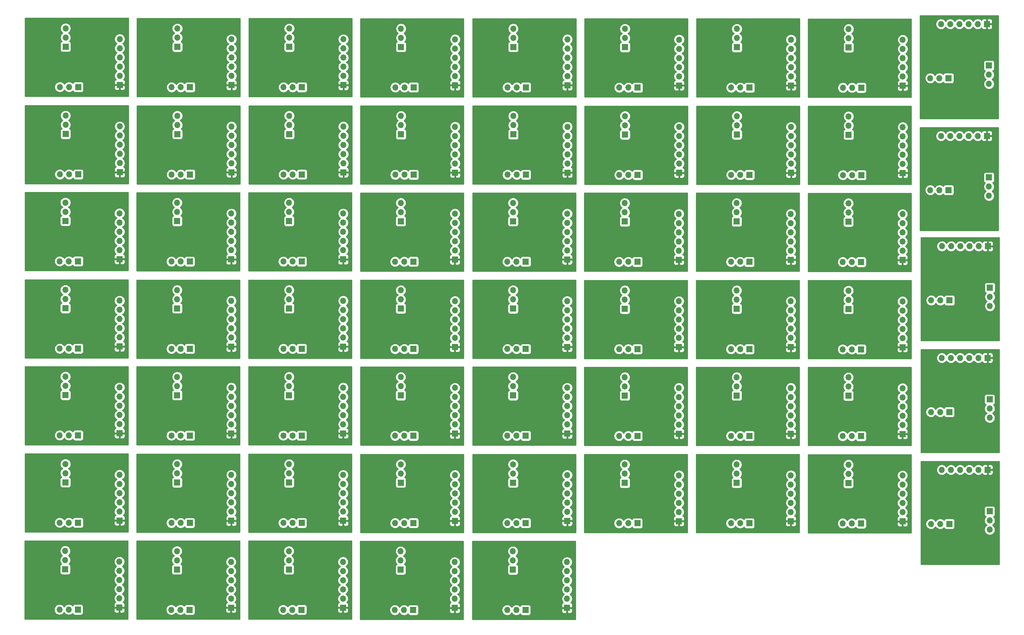
<source format=gbr>
%TF.GenerationSoftware,KiCad,Pcbnew,(5.1.6)-1*%
%TF.CreationDate,2020-07-01T09:45:41+05:30*%
%TF.ProjectId,single sided ch340c,73696e67-6c65-4207-9369-646564206368,rev?*%
%TF.SameCoordinates,Original*%
%TF.FileFunction,Copper,L2,Bot*%
%TF.FilePolarity,Positive*%
%FSLAX46Y46*%
G04 Gerber Fmt 4.6, Leading zero omitted, Abs format (unit mm)*
G04 Created by KiCad (PCBNEW (5.1.6)-1) date 2020-07-01 09:45:41*
%MOMM*%
%LPD*%
G01*
G04 APERTURE LIST*
%TA.AperFunction,ComponentPad*%
%ADD10R,1.700000X1.700000*%
%TD*%
%TA.AperFunction,ComponentPad*%
%ADD11O,1.700000X1.700000*%
%TD*%
%TA.AperFunction,Conductor*%
%ADD12C,0.254000*%
%TD*%
G04 APERTURE END LIST*
D10*
%TO.P,SW1,1*%
%TO.N,/RST*%
X280771600Y-27038300D03*
D11*
%TO.P,SW1,2*%
%TO.N,Net-(J3-Pad2)*%
X280771600Y-29578300D03*
%TO.P,SW1,3*%
%TO.N,/CTS*%
X280771600Y-32118300D03*
%TD*%
D10*
%TO.P,J2,1*%
%TO.N,/3v3*%
X269595600Y-30530800D03*
D11*
%TO.P,J2,2*%
%TO.N,/VCC*%
X267055600Y-30530800D03*
%TO.P,J2,3*%
%TO.N,/5V*%
X264515600Y-30530800D03*
%TD*%
D10*
%TO.P,J3,1*%
%TO.N,GND*%
X280200100Y-15544800D03*
D11*
%TO.P,J3,2*%
%TO.N,Net-(J3-Pad2)*%
X277660100Y-15544800D03*
%TO.P,J3,3*%
%TO.N,/VCC*%
X275120100Y-15544800D03*
%TO.P,J3,4*%
%TO.N,/MCU_TX*%
X272580100Y-15544800D03*
%TO.P,J3,5*%
%TO.N,Net-(J3-Pad5)*%
X270040100Y-15544800D03*
%TO.P,J3,6*%
%TO.N,/DTR*%
X267500100Y-15544800D03*
%TD*%
D10*
%TO.P,J3,1*%
%TO.N,GND*%
X280200100Y-46532800D03*
D11*
%TO.P,J3,2*%
%TO.N,Net-(J3-Pad2)*%
X277660100Y-46532800D03*
%TO.P,J3,3*%
%TO.N,/VCC*%
X275120100Y-46532800D03*
%TO.P,J3,4*%
%TO.N,/MCU_TX*%
X272580100Y-46532800D03*
%TO.P,J3,5*%
%TO.N,Net-(J3-Pad5)*%
X270040100Y-46532800D03*
%TO.P,J3,6*%
%TO.N,/DTR*%
X267500100Y-46532800D03*
%TD*%
D10*
%TO.P,SW1,1*%
%TO.N,/RST*%
X280771600Y-58026300D03*
D11*
%TO.P,SW1,2*%
%TO.N,Net-(J3-Pad2)*%
X280771600Y-60566300D03*
%TO.P,SW1,3*%
%TO.N,/CTS*%
X280771600Y-63106300D03*
%TD*%
D10*
%TO.P,J2,1*%
%TO.N,/3v3*%
X269595600Y-61518800D03*
D11*
%TO.P,J2,2*%
%TO.N,/VCC*%
X267055600Y-61518800D03*
%TO.P,J2,3*%
%TO.N,/5V*%
X264515600Y-61518800D03*
%TD*%
%TO.P,SW1,3*%
%TO.N,/CTS*%
X280974800Y-124574300D03*
%TO.P,SW1,2*%
%TO.N,Net-(J3-Pad2)*%
X280974800Y-122034300D03*
D10*
%TO.P,SW1,1*%
%TO.N,/RST*%
X280974800Y-119494300D03*
%TD*%
D11*
%TO.P,J2,3*%
%TO.N,/5V*%
X264718800Y-122986800D03*
%TO.P,J2,2*%
%TO.N,/VCC*%
X267258800Y-122986800D03*
D10*
%TO.P,J2,1*%
%TO.N,/3v3*%
X269798800Y-122986800D03*
%TD*%
%TO.P,SW1,1*%
%TO.N,/RST*%
X152438100Y-177800000D03*
D11*
%TO.P,SW1,2*%
%TO.N,Net-(J3-Pad2)*%
X149898100Y-177800000D03*
%TO.P,SW1,3*%
%TO.N,/CTS*%
X147358100Y-177800000D03*
%TD*%
D10*
%TO.P,J2,1*%
%TO.N,/3v3*%
X148945600Y-166624000D03*
D11*
%TO.P,J2,2*%
%TO.N,/VCC*%
X148945600Y-164084000D03*
%TO.P,J2,3*%
%TO.N,/5V*%
X148945600Y-161544000D03*
%TD*%
%TO.P,J3,6*%
%TO.N,/DTR*%
X267703300Y-108000800D03*
%TO.P,J3,5*%
%TO.N,Net-(J3-Pad5)*%
X270243300Y-108000800D03*
%TO.P,J3,4*%
%TO.N,/MCU_TX*%
X272783300Y-108000800D03*
%TO.P,J3,3*%
%TO.N,/VCC*%
X275323300Y-108000800D03*
%TO.P,J3,2*%
%TO.N,Net-(J3-Pad2)*%
X277863300Y-108000800D03*
D10*
%TO.P,J3,1*%
%TO.N,GND*%
X280403300Y-108000800D03*
%TD*%
%TO.P,J3,1*%
%TO.N,GND*%
X163931600Y-177228500D03*
D11*
%TO.P,J3,2*%
%TO.N,Net-(J3-Pad2)*%
X163931600Y-174688500D03*
%TO.P,J3,3*%
%TO.N,/VCC*%
X163931600Y-172148500D03*
%TO.P,J3,4*%
%TO.N,/MCU_TX*%
X163931600Y-169608500D03*
%TO.P,J3,5*%
%TO.N,Net-(J3-Pad5)*%
X163931600Y-167068500D03*
%TO.P,J3,6*%
%TO.N,/DTR*%
X163931600Y-164528500D03*
%TD*%
%TO.P,J3,6*%
%TO.N,/DTR*%
X267703300Y-138988800D03*
%TO.P,J3,5*%
%TO.N,Net-(J3-Pad5)*%
X270243300Y-138988800D03*
%TO.P,J3,4*%
%TO.N,/MCU_TX*%
X272783300Y-138988800D03*
%TO.P,J3,3*%
%TO.N,/VCC*%
X275323300Y-138988800D03*
%TO.P,J3,2*%
%TO.N,Net-(J3-Pad2)*%
X277863300Y-138988800D03*
D10*
%TO.P,J3,1*%
%TO.N,GND*%
X280403300Y-138988800D03*
%TD*%
%TO.P,J3,1*%
%TO.N,GND*%
X280454100Y-77063600D03*
D11*
%TO.P,J3,2*%
%TO.N,Net-(J3-Pad2)*%
X277914100Y-77063600D03*
%TO.P,J3,3*%
%TO.N,/VCC*%
X275374100Y-77063600D03*
%TO.P,J3,4*%
%TO.N,/MCU_TX*%
X272834100Y-77063600D03*
%TO.P,J3,5*%
%TO.N,Net-(J3-Pad5)*%
X270294100Y-77063600D03*
%TO.P,J3,6*%
%TO.N,/DTR*%
X267754100Y-77063600D03*
%TD*%
D10*
%TO.P,J2,1*%
%TO.N,/3v3*%
X269849600Y-92049600D03*
D11*
%TO.P,J2,2*%
%TO.N,/VCC*%
X267309600Y-92049600D03*
%TO.P,J2,3*%
%TO.N,/5V*%
X264769600Y-92049600D03*
%TD*%
%TO.P,J2,3*%
%TO.N,/5V*%
X264718800Y-153974800D03*
%TO.P,J2,2*%
%TO.N,/VCC*%
X267258800Y-153974800D03*
D10*
%TO.P,J2,1*%
%TO.N,/3v3*%
X269798800Y-153974800D03*
%TD*%
D11*
%TO.P,SW1,3*%
%TO.N,/CTS*%
X280974800Y-155562300D03*
%TO.P,SW1,2*%
%TO.N,Net-(J3-Pad2)*%
X280974800Y-153022300D03*
D10*
%TO.P,SW1,1*%
%TO.N,/RST*%
X280974800Y-150482300D03*
%TD*%
%TO.P,SW1,1*%
%TO.N,/RST*%
X281025600Y-88557100D03*
D11*
%TO.P,SW1,2*%
%TO.N,Net-(J3-Pad2)*%
X281025600Y-91097100D03*
%TO.P,SW1,3*%
%TO.N,/CTS*%
X281025600Y-93637100D03*
%TD*%
D10*
%TO.P,J2,1*%
%TO.N,/3v3*%
X86918800Y-166573200D03*
D11*
%TO.P,J2,2*%
%TO.N,/VCC*%
X86918800Y-164033200D03*
%TO.P,J2,3*%
%TO.N,/5V*%
X86918800Y-161493200D03*
%TD*%
%TO.P,J3,6*%
%TO.N,/DTR*%
X39979600Y-164426900D03*
%TO.P,J3,5*%
%TO.N,Net-(J3-Pad5)*%
X39979600Y-166966900D03*
%TO.P,J3,4*%
%TO.N,/MCU_TX*%
X39979600Y-169506900D03*
%TO.P,J3,3*%
%TO.N,/VCC*%
X39979600Y-172046900D03*
%TO.P,J3,2*%
%TO.N,Net-(J3-Pad2)*%
X39979600Y-174586900D03*
D10*
%TO.P,J3,1*%
%TO.N,GND*%
X39979600Y-177126900D03*
%TD*%
D11*
%TO.P,J2,3*%
%TO.N,/5V*%
X24993600Y-161442400D03*
%TO.P,J2,2*%
%TO.N,/VCC*%
X24993600Y-163982400D03*
D10*
%TO.P,J2,1*%
%TO.N,/3v3*%
X24993600Y-166522400D03*
%TD*%
%TO.P,J3,1*%
%TO.N,GND*%
X101904800Y-177177700D03*
D11*
%TO.P,J3,2*%
%TO.N,Net-(J3-Pad2)*%
X101904800Y-174637700D03*
%TO.P,J3,3*%
%TO.N,/VCC*%
X101904800Y-172097700D03*
%TO.P,J3,4*%
%TO.N,/MCU_TX*%
X101904800Y-169557700D03*
%TO.P,J3,5*%
%TO.N,Net-(J3-Pad5)*%
X101904800Y-167017700D03*
%TO.P,J3,6*%
%TO.N,/DTR*%
X101904800Y-164477700D03*
%TD*%
%TO.P,SW1,3*%
%TO.N,/CTS*%
X23406100Y-177698400D03*
%TO.P,SW1,2*%
%TO.N,Net-(J3-Pad2)*%
X25946100Y-177698400D03*
D10*
%TO.P,SW1,1*%
%TO.N,/RST*%
X28486100Y-177698400D03*
%TD*%
%TO.P,SW1,1*%
%TO.N,/RST*%
X90411300Y-177749200D03*
D11*
%TO.P,SW1,2*%
%TO.N,Net-(J3-Pad2)*%
X87871300Y-177749200D03*
%TO.P,SW1,3*%
%TO.N,/CTS*%
X85331300Y-177749200D03*
%TD*%
D10*
%TO.P,J2,1*%
%TO.N,/3v3*%
X55930800Y-166573200D03*
D11*
%TO.P,J2,2*%
%TO.N,/VCC*%
X55930800Y-164033200D03*
%TO.P,J2,3*%
%TO.N,/5V*%
X55930800Y-161493200D03*
%TD*%
%TO.P,J2,3*%
%TO.N,/5V*%
X117856000Y-161544000D03*
%TO.P,J2,2*%
%TO.N,/VCC*%
X117856000Y-164084000D03*
D10*
%TO.P,J2,1*%
%TO.N,/3v3*%
X117856000Y-166624000D03*
%TD*%
%TO.P,SW1,1*%
%TO.N,/RST*%
X59423300Y-177749200D03*
D11*
%TO.P,SW1,2*%
%TO.N,Net-(J3-Pad2)*%
X56883300Y-177749200D03*
%TO.P,SW1,3*%
%TO.N,/CTS*%
X54343300Y-177749200D03*
%TD*%
%TO.P,SW1,3*%
%TO.N,/CTS*%
X116268500Y-177800000D03*
%TO.P,SW1,2*%
%TO.N,Net-(J3-Pad2)*%
X118808500Y-177800000D03*
D10*
%TO.P,SW1,1*%
%TO.N,/RST*%
X121348500Y-177800000D03*
%TD*%
%TO.P,J3,1*%
%TO.N,GND*%
X70916800Y-177177700D03*
D11*
%TO.P,J3,2*%
%TO.N,Net-(J3-Pad2)*%
X70916800Y-174637700D03*
%TO.P,J3,3*%
%TO.N,/VCC*%
X70916800Y-172097700D03*
%TO.P,J3,4*%
%TO.N,/MCU_TX*%
X70916800Y-169557700D03*
%TO.P,J3,5*%
%TO.N,Net-(J3-Pad5)*%
X70916800Y-167017700D03*
%TO.P,J3,6*%
%TO.N,/DTR*%
X70916800Y-164477700D03*
%TD*%
%TO.P,J3,6*%
%TO.N,/DTR*%
X132842000Y-164528500D03*
%TO.P,J3,5*%
%TO.N,Net-(J3-Pad5)*%
X132842000Y-167068500D03*
%TO.P,J3,4*%
%TO.N,/MCU_TX*%
X132842000Y-169608500D03*
%TO.P,J3,3*%
%TO.N,/VCC*%
X132842000Y-172148500D03*
%TO.P,J3,2*%
%TO.N,Net-(J3-Pad2)*%
X132842000Y-174688500D03*
D10*
%TO.P,J3,1*%
%TO.N,GND*%
X132842000Y-177228500D03*
%TD*%
%TO.P,J3,1*%
%TO.N,GND*%
X101955600Y-153098500D03*
D11*
%TO.P,J3,2*%
%TO.N,Net-(J3-Pad2)*%
X101955600Y-150558500D03*
%TO.P,J3,3*%
%TO.N,/VCC*%
X101955600Y-148018500D03*
%TO.P,J3,4*%
%TO.N,/MCU_TX*%
X101955600Y-145478500D03*
%TO.P,J3,5*%
%TO.N,Net-(J3-Pad5)*%
X101955600Y-142938500D03*
%TO.P,J3,6*%
%TO.N,/DTR*%
X101955600Y-140398500D03*
%TD*%
D10*
%TO.P,SW1,1*%
%TO.N,/RST*%
X214414100Y-129590800D03*
D11*
%TO.P,SW1,2*%
%TO.N,Net-(J3-Pad2)*%
X211874100Y-129590800D03*
%TO.P,SW1,3*%
%TO.N,/CTS*%
X209334100Y-129590800D03*
%TD*%
D10*
%TO.P,J2,1*%
%TO.N,/3v3*%
X210921600Y-118414800D03*
D11*
%TO.P,J2,2*%
%TO.N,/VCC*%
X210921600Y-115874800D03*
%TO.P,J2,3*%
%TO.N,/5V*%
X210921600Y-113334800D03*
%TD*%
%TO.P,J2,3*%
%TO.N,/5V*%
X25044400Y-137363200D03*
%TO.P,J2,2*%
%TO.N,/VCC*%
X25044400Y-139903200D03*
D10*
%TO.P,J2,1*%
%TO.N,/3v3*%
X25044400Y-142443200D03*
%TD*%
D11*
%TO.P,SW1,3*%
%TO.N,/CTS*%
X147408900Y-129540000D03*
%TO.P,SW1,2*%
%TO.N,Net-(J3-Pad2)*%
X149948900Y-129540000D03*
D10*
%TO.P,SW1,1*%
%TO.N,/RST*%
X152488900Y-129540000D03*
%TD*%
D11*
%TO.P,J2,3*%
%TO.N,/5V*%
X148996400Y-113284000D03*
%TO.P,J2,2*%
%TO.N,/VCC*%
X148996400Y-115824000D03*
D10*
%TO.P,J2,1*%
%TO.N,/3v3*%
X148996400Y-118364000D03*
%TD*%
%TO.P,J3,1*%
%TO.N,GND*%
X225907600Y-129019300D03*
D11*
%TO.P,J3,2*%
%TO.N,Net-(J3-Pad2)*%
X225907600Y-126479300D03*
%TO.P,J3,3*%
%TO.N,/VCC*%
X225907600Y-123939300D03*
%TO.P,J3,4*%
%TO.N,/MCU_TX*%
X225907600Y-121399300D03*
%TO.P,J3,5*%
%TO.N,Net-(J3-Pad5)*%
X225907600Y-118859300D03*
%TO.P,J3,6*%
%TO.N,/DTR*%
X225907600Y-116319300D03*
%TD*%
%TO.P,J3,6*%
%TO.N,/DTR*%
X163982400Y-116268500D03*
%TO.P,J3,5*%
%TO.N,Net-(J3-Pad5)*%
X163982400Y-118808500D03*
%TO.P,J3,4*%
%TO.N,/MCU_TX*%
X163982400Y-121348500D03*
%TO.P,J3,3*%
%TO.N,/VCC*%
X163982400Y-123888500D03*
%TO.P,J3,2*%
%TO.N,Net-(J3-Pad2)*%
X163982400Y-126428500D03*
D10*
%TO.P,J3,1*%
%TO.N,GND*%
X163982400Y-128968500D03*
%TD*%
D11*
%TO.P,SW1,3*%
%TO.N,/CTS*%
X116319300Y-153720800D03*
%TO.P,SW1,2*%
%TO.N,Net-(J3-Pad2)*%
X118859300Y-153720800D03*
D10*
%TO.P,SW1,1*%
%TO.N,/RST*%
X121399300Y-153720800D03*
%TD*%
%TO.P,SW1,1*%
%TO.N,/RST*%
X59474100Y-153670000D03*
D11*
%TO.P,SW1,2*%
%TO.N,Net-(J3-Pad2)*%
X56934100Y-153670000D03*
%TO.P,SW1,3*%
%TO.N,/CTS*%
X54394100Y-153670000D03*
%TD*%
D10*
%TO.P,J2,1*%
%TO.N,/3v3*%
X55981600Y-142494000D03*
D11*
%TO.P,J2,2*%
%TO.N,/VCC*%
X55981600Y-139954000D03*
%TO.P,J2,3*%
%TO.N,/5V*%
X55981600Y-137414000D03*
%TD*%
D10*
%TO.P,J3,1*%
%TO.N,GND*%
X256844800Y-153250900D03*
D11*
%TO.P,J3,2*%
%TO.N,Net-(J3-Pad2)*%
X256844800Y-150710900D03*
%TO.P,J3,3*%
%TO.N,/VCC*%
X256844800Y-148170900D03*
%TO.P,J3,4*%
%TO.N,/MCU_TX*%
X256844800Y-145630900D03*
%TO.P,J3,5*%
%TO.N,Net-(J3-Pad5)*%
X256844800Y-143090900D03*
%TO.P,J3,6*%
%TO.N,/DTR*%
X256844800Y-140550900D03*
%TD*%
%TO.P,J2,3*%
%TO.N,/5V*%
X117906800Y-137464800D03*
%TO.P,J2,2*%
%TO.N,/VCC*%
X117906800Y-140004800D03*
D10*
%TO.P,J2,1*%
%TO.N,/3v3*%
X117906800Y-142544800D03*
%TD*%
%TO.P,J3,1*%
%TO.N,GND*%
X70967600Y-153098500D03*
D11*
%TO.P,J3,2*%
%TO.N,Net-(J3-Pad2)*%
X70967600Y-150558500D03*
%TO.P,J3,3*%
%TO.N,/VCC*%
X70967600Y-148018500D03*
%TO.P,J3,4*%
%TO.N,/MCU_TX*%
X70967600Y-145478500D03*
%TO.P,J3,5*%
%TO.N,Net-(J3-Pad5)*%
X70967600Y-142938500D03*
%TO.P,J3,6*%
%TO.N,/DTR*%
X70967600Y-140398500D03*
%TD*%
%TO.P,J3,6*%
%TO.N,/DTR*%
X132892800Y-140449300D03*
%TO.P,J3,5*%
%TO.N,Net-(J3-Pad5)*%
X132892800Y-142989300D03*
%TO.P,J3,4*%
%TO.N,/MCU_TX*%
X132892800Y-145529300D03*
%TO.P,J3,3*%
%TO.N,/VCC*%
X132892800Y-148069300D03*
%TO.P,J3,2*%
%TO.N,Net-(J3-Pad2)*%
X132892800Y-150609300D03*
D10*
%TO.P,J3,1*%
%TO.N,GND*%
X132892800Y-153149300D03*
%TD*%
D11*
%TO.P,J3,6*%
%TO.N,/DTR*%
X194919600Y-140500100D03*
%TO.P,J3,5*%
%TO.N,Net-(J3-Pad5)*%
X194919600Y-143040100D03*
%TO.P,J3,4*%
%TO.N,/MCU_TX*%
X194919600Y-145580100D03*
%TO.P,J3,3*%
%TO.N,/VCC*%
X194919600Y-148120100D03*
%TO.P,J3,2*%
%TO.N,Net-(J3-Pad2)*%
X194919600Y-150660100D03*
D10*
%TO.P,J3,1*%
%TO.N,GND*%
X194919600Y-153200100D03*
%TD*%
D11*
%TO.P,J2,3*%
%TO.N,/5V*%
X179933600Y-137515600D03*
%TO.P,J2,2*%
%TO.N,/VCC*%
X179933600Y-140055600D03*
D10*
%TO.P,J2,1*%
%TO.N,/3v3*%
X179933600Y-142595600D03*
%TD*%
%TO.P,J2,1*%
%TO.N,/3v3*%
X241858800Y-142646400D03*
D11*
%TO.P,J2,2*%
%TO.N,/VCC*%
X241858800Y-140106400D03*
%TO.P,J2,3*%
%TO.N,/5V*%
X241858800Y-137566400D03*
%TD*%
%TO.P,SW1,3*%
%TO.N,/CTS*%
X178346100Y-153771600D03*
%TO.P,SW1,2*%
%TO.N,Net-(J3-Pad2)*%
X180886100Y-153771600D03*
D10*
%TO.P,SW1,1*%
%TO.N,/RST*%
X183426100Y-153771600D03*
%TD*%
%TO.P,SW1,1*%
%TO.N,/RST*%
X245351300Y-153822400D03*
D11*
%TO.P,SW1,2*%
%TO.N,Net-(J3-Pad2)*%
X242811300Y-153822400D03*
%TO.P,SW1,3*%
%TO.N,/CTS*%
X240271300Y-153822400D03*
%TD*%
%TO.P,SW1,3*%
%TO.N,/CTS*%
X23456900Y-153619200D03*
%TO.P,SW1,2*%
%TO.N,Net-(J3-Pad2)*%
X25996900Y-153619200D03*
D10*
%TO.P,SW1,1*%
%TO.N,/RST*%
X28536900Y-153619200D03*
%TD*%
D11*
%TO.P,J3,6*%
%TO.N,/DTR*%
X40030400Y-140347700D03*
%TO.P,J3,5*%
%TO.N,Net-(J3-Pad5)*%
X40030400Y-142887700D03*
%TO.P,J3,4*%
%TO.N,/MCU_TX*%
X40030400Y-145427700D03*
%TO.P,J3,3*%
%TO.N,/VCC*%
X40030400Y-147967700D03*
%TO.P,J3,2*%
%TO.N,Net-(J3-Pad2)*%
X40030400Y-150507700D03*
D10*
%TO.P,J3,1*%
%TO.N,GND*%
X40030400Y-153047700D03*
%TD*%
%TO.P,SW1,1*%
%TO.N,/RST*%
X152488900Y-153720800D03*
D11*
%TO.P,SW1,2*%
%TO.N,Net-(J3-Pad2)*%
X149948900Y-153720800D03*
%TO.P,SW1,3*%
%TO.N,/CTS*%
X147408900Y-153720800D03*
%TD*%
D10*
%TO.P,J2,1*%
%TO.N,/3v3*%
X148996400Y-142544800D03*
D11*
%TO.P,J2,2*%
%TO.N,/VCC*%
X148996400Y-140004800D03*
%TO.P,J2,3*%
%TO.N,/5V*%
X148996400Y-137464800D03*
%TD*%
D10*
%TO.P,J3,1*%
%TO.N,GND*%
X163982400Y-153149300D03*
D11*
%TO.P,J3,2*%
%TO.N,Net-(J3-Pad2)*%
X163982400Y-150609300D03*
%TO.P,J3,3*%
%TO.N,/VCC*%
X163982400Y-148069300D03*
%TO.P,J3,4*%
%TO.N,/MCU_TX*%
X163982400Y-145529300D03*
%TO.P,J3,5*%
%TO.N,Net-(J3-Pad5)*%
X163982400Y-142989300D03*
%TO.P,J3,6*%
%TO.N,/DTR*%
X163982400Y-140449300D03*
%TD*%
%TO.P,J2,3*%
%TO.N,/5V*%
X210921600Y-137515600D03*
%TO.P,J2,2*%
%TO.N,/VCC*%
X210921600Y-140055600D03*
D10*
%TO.P,J2,1*%
%TO.N,/3v3*%
X210921600Y-142595600D03*
%TD*%
D11*
%TO.P,SW1,3*%
%TO.N,/CTS*%
X209334100Y-153771600D03*
%TO.P,SW1,2*%
%TO.N,Net-(J3-Pad2)*%
X211874100Y-153771600D03*
D10*
%TO.P,SW1,1*%
%TO.N,/RST*%
X214414100Y-153771600D03*
%TD*%
D11*
%TO.P,J3,6*%
%TO.N,/DTR*%
X225907600Y-140500100D03*
%TO.P,J3,5*%
%TO.N,Net-(J3-Pad5)*%
X225907600Y-143040100D03*
%TO.P,J3,4*%
%TO.N,/MCU_TX*%
X225907600Y-145580100D03*
%TO.P,J3,3*%
%TO.N,/VCC*%
X225907600Y-148120100D03*
%TO.P,J3,2*%
%TO.N,Net-(J3-Pad2)*%
X225907600Y-150660100D03*
D10*
%TO.P,J3,1*%
%TO.N,GND*%
X225907600Y-153200100D03*
%TD*%
%TO.P,J2,1*%
%TO.N,/3v3*%
X86969600Y-142494000D03*
D11*
%TO.P,J2,2*%
%TO.N,/VCC*%
X86969600Y-139954000D03*
%TO.P,J2,3*%
%TO.N,/5V*%
X86969600Y-137414000D03*
%TD*%
D10*
%TO.P,SW1,1*%
%TO.N,/RST*%
X121399300Y-129540000D03*
D11*
%TO.P,SW1,2*%
%TO.N,Net-(J3-Pad2)*%
X118859300Y-129540000D03*
%TO.P,SW1,3*%
%TO.N,/CTS*%
X116319300Y-129540000D03*
%TD*%
%TO.P,SW1,3*%
%TO.N,/CTS*%
X54394100Y-129489200D03*
%TO.P,SW1,2*%
%TO.N,Net-(J3-Pad2)*%
X56934100Y-129489200D03*
D10*
%TO.P,SW1,1*%
%TO.N,/RST*%
X59474100Y-129489200D03*
%TD*%
D11*
%TO.P,J2,3*%
%TO.N,/5V*%
X55981600Y-113233200D03*
%TO.P,J2,2*%
%TO.N,/VCC*%
X55981600Y-115773200D03*
D10*
%TO.P,J2,1*%
%TO.N,/3v3*%
X55981600Y-118313200D03*
%TD*%
D11*
%TO.P,J3,6*%
%TO.N,/DTR*%
X70967600Y-116217700D03*
%TO.P,J3,5*%
%TO.N,Net-(J3-Pad5)*%
X70967600Y-118757700D03*
%TO.P,J3,4*%
%TO.N,/MCU_TX*%
X70967600Y-121297700D03*
%TO.P,J3,3*%
%TO.N,/VCC*%
X70967600Y-123837700D03*
%TO.P,J3,2*%
%TO.N,Net-(J3-Pad2)*%
X70967600Y-126377700D03*
D10*
%TO.P,J3,1*%
%TO.N,GND*%
X70967600Y-128917700D03*
%TD*%
%TO.P,J3,1*%
%TO.N,GND*%
X132892800Y-128968500D03*
D11*
%TO.P,J3,2*%
%TO.N,Net-(J3-Pad2)*%
X132892800Y-126428500D03*
%TO.P,J3,3*%
%TO.N,/VCC*%
X132892800Y-123888500D03*
%TO.P,J3,4*%
%TO.N,/MCU_TX*%
X132892800Y-121348500D03*
%TO.P,J3,5*%
%TO.N,Net-(J3-Pad5)*%
X132892800Y-118808500D03*
%TO.P,J3,6*%
%TO.N,/DTR*%
X132892800Y-116268500D03*
%TD*%
D10*
%TO.P,J2,1*%
%TO.N,/3v3*%
X117906800Y-118364000D03*
D11*
%TO.P,J2,2*%
%TO.N,/VCC*%
X117906800Y-115824000D03*
%TO.P,J2,3*%
%TO.N,/5V*%
X117906800Y-113284000D03*
%TD*%
%TO.P,J3,6*%
%TO.N,/DTR*%
X256844800Y-116370100D03*
%TO.P,J3,5*%
%TO.N,Net-(J3-Pad5)*%
X256844800Y-118910100D03*
%TO.P,J3,4*%
%TO.N,/MCU_TX*%
X256844800Y-121450100D03*
%TO.P,J3,3*%
%TO.N,/VCC*%
X256844800Y-123990100D03*
%TO.P,J3,2*%
%TO.N,Net-(J3-Pad2)*%
X256844800Y-126530100D03*
D10*
%TO.P,J3,1*%
%TO.N,GND*%
X256844800Y-129070100D03*
%TD*%
%TO.P,J3,1*%
%TO.N,GND*%
X194919600Y-129019300D03*
D11*
%TO.P,J3,2*%
%TO.N,Net-(J3-Pad2)*%
X194919600Y-126479300D03*
%TO.P,J3,3*%
%TO.N,/VCC*%
X194919600Y-123939300D03*
%TO.P,J3,4*%
%TO.N,/MCU_TX*%
X194919600Y-121399300D03*
%TO.P,J3,5*%
%TO.N,Net-(J3-Pad5)*%
X194919600Y-118859300D03*
%TO.P,J3,6*%
%TO.N,/DTR*%
X194919600Y-116319300D03*
%TD*%
%TO.P,J2,3*%
%TO.N,/5V*%
X241858800Y-113385600D03*
%TO.P,J2,2*%
%TO.N,/VCC*%
X241858800Y-115925600D03*
D10*
%TO.P,J2,1*%
%TO.N,/3v3*%
X241858800Y-118465600D03*
%TD*%
%TO.P,J2,1*%
%TO.N,/3v3*%
X179933600Y-118414800D03*
D11*
%TO.P,J2,2*%
%TO.N,/VCC*%
X179933600Y-115874800D03*
%TO.P,J2,3*%
%TO.N,/5V*%
X179933600Y-113334800D03*
%TD*%
D10*
%TO.P,SW1,1*%
%TO.N,/RST*%
X183426100Y-129590800D03*
D11*
%TO.P,SW1,2*%
%TO.N,Net-(J3-Pad2)*%
X180886100Y-129590800D03*
%TO.P,SW1,3*%
%TO.N,/CTS*%
X178346100Y-129590800D03*
%TD*%
%TO.P,SW1,3*%
%TO.N,/CTS*%
X240271300Y-129641600D03*
%TO.P,SW1,2*%
%TO.N,Net-(J3-Pad2)*%
X242811300Y-129641600D03*
D10*
%TO.P,SW1,1*%
%TO.N,/RST*%
X245351300Y-129641600D03*
%TD*%
%TO.P,SW1,1*%
%TO.N,/RST*%
X90462100Y-153670000D03*
D11*
%TO.P,SW1,2*%
%TO.N,Net-(J3-Pad2)*%
X87922100Y-153670000D03*
%TO.P,SW1,3*%
%TO.N,/CTS*%
X85382100Y-153670000D03*
%TD*%
D10*
%TO.P,SW1,1*%
%TO.N,/RST*%
X28536900Y-129438400D03*
D11*
%TO.P,SW1,2*%
%TO.N,Net-(J3-Pad2)*%
X25996900Y-129438400D03*
%TO.P,SW1,3*%
%TO.N,/CTS*%
X23456900Y-129438400D03*
%TD*%
D10*
%TO.P,J3,1*%
%TO.N,GND*%
X40030400Y-128866900D03*
D11*
%TO.P,J3,2*%
%TO.N,Net-(J3-Pad2)*%
X40030400Y-126326900D03*
%TO.P,J3,3*%
%TO.N,/VCC*%
X40030400Y-123786900D03*
%TO.P,J3,4*%
%TO.N,/MCU_TX*%
X40030400Y-121246900D03*
%TO.P,J3,5*%
%TO.N,Net-(J3-Pad5)*%
X40030400Y-118706900D03*
%TO.P,J3,6*%
%TO.N,/DTR*%
X40030400Y-116166900D03*
%TD*%
D10*
%TO.P,J2,1*%
%TO.N,/3v3*%
X25044400Y-118262400D03*
D11*
%TO.P,J2,2*%
%TO.N,/VCC*%
X25044400Y-115722400D03*
%TO.P,J2,3*%
%TO.N,/5V*%
X25044400Y-113182400D03*
%TD*%
%TO.P,J3,6*%
%TO.N,/DTR*%
X101955600Y-116217700D03*
%TO.P,J3,5*%
%TO.N,Net-(J3-Pad5)*%
X101955600Y-118757700D03*
%TO.P,J3,4*%
%TO.N,/MCU_TX*%
X101955600Y-121297700D03*
%TO.P,J3,3*%
%TO.N,/VCC*%
X101955600Y-123837700D03*
%TO.P,J3,2*%
%TO.N,Net-(J3-Pad2)*%
X101955600Y-126377700D03*
D10*
%TO.P,J3,1*%
%TO.N,GND*%
X101955600Y-128917700D03*
%TD*%
D11*
%TO.P,J2,3*%
%TO.N,/5V*%
X86969600Y-113233200D03*
%TO.P,J2,2*%
%TO.N,/VCC*%
X86969600Y-115773200D03*
D10*
%TO.P,J2,1*%
%TO.N,/3v3*%
X86969600Y-118313200D03*
%TD*%
D11*
%TO.P,SW1,3*%
%TO.N,/CTS*%
X85382100Y-129489200D03*
%TO.P,SW1,2*%
%TO.N,Net-(J3-Pad2)*%
X87922100Y-129489200D03*
D10*
%TO.P,SW1,1*%
%TO.N,/RST*%
X90462100Y-129489200D03*
%TD*%
%TO.P,J3,1*%
%TO.N,GND*%
X101955600Y-104889300D03*
D11*
%TO.P,J3,2*%
%TO.N,Net-(J3-Pad2)*%
X101955600Y-102349300D03*
%TO.P,J3,3*%
%TO.N,/VCC*%
X101955600Y-99809300D03*
%TO.P,J3,4*%
%TO.N,/MCU_TX*%
X101955600Y-97269300D03*
%TO.P,J3,5*%
%TO.N,Net-(J3-Pad5)*%
X101955600Y-94729300D03*
%TO.P,J3,6*%
%TO.N,/DTR*%
X101955600Y-92189300D03*
%TD*%
D10*
%TO.P,SW1,1*%
%TO.N,/RST*%
X214414100Y-81381600D03*
D11*
%TO.P,SW1,2*%
%TO.N,Net-(J3-Pad2)*%
X211874100Y-81381600D03*
%TO.P,SW1,3*%
%TO.N,/CTS*%
X209334100Y-81381600D03*
%TD*%
D10*
%TO.P,J2,1*%
%TO.N,/3v3*%
X210921600Y-70205600D03*
D11*
%TO.P,J2,2*%
%TO.N,/VCC*%
X210921600Y-67665600D03*
%TO.P,J2,3*%
%TO.N,/5V*%
X210921600Y-65125600D03*
%TD*%
%TO.P,J2,3*%
%TO.N,/5V*%
X25044400Y-89154000D03*
%TO.P,J2,2*%
%TO.N,/VCC*%
X25044400Y-91694000D03*
D10*
%TO.P,J2,1*%
%TO.N,/3v3*%
X25044400Y-94234000D03*
%TD*%
D11*
%TO.P,SW1,3*%
%TO.N,/CTS*%
X147408900Y-81330800D03*
%TO.P,SW1,2*%
%TO.N,Net-(J3-Pad2)*%
X149948900Y-81330800D03*
D10*
%TO.P,SW1,1*%
%TO.N,/RST*%
X152488900Y-81330800D03*
%TD*%
D11*
%TO.P,J2,3*%
%TO.N,/5V*%
X148996400Y-65074800D03*
%TO.P,J2,2*%
%TO.N,/VCC*%
X148996400Y-67614800D03*
D10*
%TO.P,J2,1*%
%TO.N,/3v3*%
X148996400Y-70154800D03*
%TD*%
%TO.P,J3,1*%
%TO.N,GND*%
X225907600Y-80810100D03*
D11*
%TO.P,J3,2*%
%TO.N,Net-(J3-Pad2)*%
X225907600Y-78270100D03*
%TO.P,J3,3*%
%TO.N,/VCC*%
X225907600Y-75730100D03*
%TO.P,J3,4*%
%TO.N,/MCU_TX*%
X225907600Y-73190100D03*
%TO.P,J3,5*%
%TO.N,Net-(J3-Pad5)*%
X225907600Y-70650100D03*
%TO.P,J3,6*%
%TO.N,/DTR*%
X225907600Y-68110100D03*
%TD*%
%TO.P,J3,6*%
%TO.N,/DTR*%
X163982400Y-68059300D03*
%TO.P,J3,5*%
%TO.N,Net-(J3-Pad5)*%
X163982400Y-70599300D03*
%TO.P,J3,4*%
%TO.N,/MCU_TX*%
X163982400Y-73139300D03*
%TO.P,J3,3*%
%TO.N,/VCC*%
X163982400Y-75679300D03*
%TO.P,J3,2*%
%TO.N,Net-(J3-Pad2)*%
X163982400Y-78219300D03*
D10*
%TO.P,J3,1*%
%TO.N,GND*%
X163982400Y-80759300D03*
%TD*%
D11*
%TO.P,SW1,3*%
%TO.N,/CTS*%
X116319300Y-105511600D03*
%TO.P,SW1,2*%
%TO.N,Net-(J3-Pad2)*%
X118859300Y-105511600D03*
D10*
%TO.P,SW1,1*%
%TO.N,/RST*%
X121399300Y-105511600D03*
%TD*%
%TO.P,SW1,1*%
%TO.N,/RST*%
X59474100Y-105460800D03*
D11*
%TO.P,SW1,2*%
%TO.N,Net-(J3-Pad2)*%
X56934100Y-105460800D03*
%TO.P,SW1,3*%
%TO.N,/CTS*%
X54394100Y-105460800D03*
%TD*%
D10*
%TO.P,J2,1*%
%TO.N,/3v3*%
X55981600Y-94284800D03*
D11*
%TO.P,J2,2*%
%TO.N,/VCC*%
X55981600Y-91744800D03*
%TO.P,J2,3*%
%TO.N,/5V*%
X55981600Y-89204800D03*
%TD*%
D10*
%TO.P,J3,1*%
%TO.N,GND*%
X256844800Y-105041700D03*
D11*
%TO.P,J3,2*%
%TO.N,Net-(J3-Pad2)*%
X256844800Y-102501700D03*
%TO.P,J3,3*%
%TO.N,/VCC*%
X256844800Y-99961700D03*
%TO.P,J3,4*%
%TO.N,/MCU_TX*%
X256844800Y-97421700D03*
%TO.P,J3,5*%
%TO.N,Net-(J3-Pad5)*%
X256844800Y-94881700D03*
%TO.P,J3,6*%
%TO.N,/DTR*%
X256844800Y-92341700D03*
%TD*%
%TO.P,J2,3*%
%TO.N,/5V*%
X117906800Y-89255600D03*
%TO.P,J2,2*%
%TO.N,/VCC*%
X117906800Y-91795600D03*
D10*
%TO.P,J2,1*%
%TO.N,/3v3*%
X117906800Y-94335600D03*
%TD*%
%TO.P,J3,1*%
%TO.N,GND*%
X70967600Y-104889300D03*
D11*
%TO.P,J3,2*%
%TO.N,Net-(J3-Pad2)*%
X70967600Y-102349300D03*
%TO.P,J3,3*%
%TO.N,/VCC*%
X70967600Y-99809300D03*
%TO.P,J3,4*%
%TO.N,/MCU_TX*%
X70967600Y-97269300D03*
%TO.P,J3,5*%
%TO.N,Net-(J3-Pad5)*%
X70967600Y-94729300D03*
%TO.P,J3,6*%
%TO.N,/DTR*%
X70967600Y-92189300D03*
%TD*%
%TO.P,J3,6*%
%TO.N,/DTR*%
X132892800Y-92240100D03*
%TO.P,J3,5*%
%TO.N,Net-(J3-Pad5)*%
X132892800Y-94780100D03*
%TO.P,J3,4*%
%TO.N,/MCU_TX*%
X132892800Y-97320100D03*
%TO.P,J3,3*%
%TO.N,/VCC*%
X132892800Y-99860100D03*
%TO.P,J3,2*%
%TO.N,Net-(J3-Pad2)*%
X132892800Y-102400100D03*
D10*
%TO.P,J3,1*%
%TO.N,GND*%
X132892800Y-104940100D03*
%TD*%
D11*
%TO.P,J3,6*%
%TO.N,/DTR*%
X194919600Y-92290900D03*
%TO.P,J3,5*%
%TO.N,Net-(J3-Pad5)*%
X194919600Y-94830900D03*
%TO.P,J3,4*%
%TO.N,/MCU_TX*%
X194919600Y-97370900D03*
%TO.P,J3,3*%
%TO.N,/VCC*%
X194919600Y-99910900D03*
%TO.P,J3,2*%
%TO.N,Net-(J3-Pad2)*%
X194919600Y-102450900D03*
D10*
%TO.P,J3,1*%
%TO.N,GND*%
X194919600Y-104990900D03*
%TD*%
D11*
%TO.P,J2,3*%
%TO.N,/5V*%
X179933600Y-89306400D03*
%TO.P,J2,2*%
%TO.N,/VCC*%
X179933600Y-91846400D03*
D10*
%TO.P,J2,1*%
%TO.N,/3v3*%
X179933600Y-94386400D03*
%TD*%
%TO.P,J2,1*%
%TO.N,/3v3*%
X241858800Y-94437200D03*
D11*
%TO.P,J2,2*%
%TO.N,/VCC*%
X241858800Y-91897200D03*
%TO.P,J2,3*%
%TO.N,/5V*%
X241858800Y-89357200D03*
%TD*%
%TO.P,SW1,3*%
%TO.N,/CTS*%
X178346100Y-105562400D03*
%TO.P,SW1,2*%
%TO.N,Net-(J3-Pad2)*%
X180886100Y-105562400D03*
D10*
%TO.P,SW1,1*%
%TO.N,/RST*%
X183426100Y-105562400D03*
%TD*%
%TO.P,SW1,1*%
%TO.N,/RST*%
X245351300Y-105613200D03*
D11*
%TO.P,SW1,2*%
%TO.N,Net-(J3-Pad2)*%
X242811300Y-105613200D03*
%TO.P,SW1,3*%
%TO.N,/CTS*%
X240271300Y-105613200D03*
%TD*%
%TO.P,SW1,3*%
%TO.N,/CTS*%
X23456900Y-105410000D03*
%TO.P,SW1,2*%
%TO.N,Net-(J3-Pad2)*%
X25996900Y-105410000D03*
D10*
%TO.P,SW1,1*%
%TO.N,/RST*%
X28536900Y-105410000D03*
%TD*%
D11*
%TO.P,J3,6*%
%TO.N,/DTR*%
X40030400Y-92138500D03*
%TO.P,J3,5*%
%TO.N,Net-(J3-Pad5)*%
X40030400Y-94678500D03*
%TO.P,J3,4*%
%TO.N,/MCU_TX*%
X40030400Y-97218500D03*
%TO.P,J3,3*%
%TO.N,/VCC*%
X40030400Y-99758500D03*
%TO.P,J3,2*%
%TO.N,Net-(J3-Pad2)*%
X40030400Y-102298500D03*
D10*
%TO.P,J3,1*%
%TO.N,GND*%
X40030400Y-104838500D03*
%TD*%
%TO.P,SW1,1*%
%TO.N,/RST*%
X152488900Y-105511600D03*
D11*
%TO.P,SW1,2*%
%TO.N,Net-(J3-Pad2)*%
X149948900Y-105511600D03*
%TO.P,SW1,3*%
%TO.N,/CTS*%
X147408900Y-105511600D03*
%TD*%
D10*
%TO.P,J2,1*%
%TO.N,/3v3*%
X148996400Y-94335600D03*
D11*
%TO.P,J2,2*%
%TO.N,/VCC*%
X148996400Y-91795600D03*
%TO.P,J2,3*%
%TO.N,/5V*%
X148996400Y-89255600D03*
%TD*%
D10*
%TO.P,J3,1*%
%TO.N,GND*%
X163982400Y-104940100D03*
D11*
%TO.P,J3,2*%
%TO.N,Net-(J3-Pad2)*%
X163982400Y-102400100D03*
%TO.P,J3,3*%
%TO.N,/VCC*%
X163982400Y-99860100D03*
%TO.P,J3,4*%
%TO.N,/MCU_TX*%
X163982400Y-97320100D03*
%TO.P,J3,5*%
%TO.N,Net-(J3-Pad5)*%
X163982400Y-94780100D03*
%TO.P,J3,6*%
%TO.N,/DTR*%
X163982400Y-92240100D03*
%TD*%
%TO.P,J2,3*%
%TO.N,/5V*%
X210921600Y-89306400D03*
%TO.P,J2,2*%
%TO.N,/VCC*%
X210921600Y-91846400D03*
D10*
%TO.P,J2,1*%
%TO.N,/3v3*%
X210921600Y-94386400D03*
%TD*%
D11*
%TO.P,SW1,3*%
%TO.N,/CTS*%
X209334100Y-105562400D03*
%TO.P,SW1,2*%
%TO.N,Net-(J3-Pad2)*%
X211874100Y-105562400D03*
D10*
%TO.P,SW1,1*%
%TO.N,/RST*%
X214414100Y-105562400D03*
%TD*%
D11*
%TO.P,J3,6*%
%TO.N,/DTR*%
X225907600Y-92290900D03*
%TO.P,J3,5*%
%TO.N,Net-(J3-Pad5)*%
X225907600Y-94830900D03*
%TO.P,J3,4*%
%TO.N,/MCU_TX*%
X225907600Y-97370900D03*
%TO.P,J3,3*%
%TO.N,/VCC*%
X225907600Y-99910900D03*
%TO.P,J3,2*%
%TO.N,Net-(J3-Pad2)*%
X225907600Y-102450900D03*
D10*
%TO.P,J3,1*%
%TO.N,GND*%
X225907600Y-104990900D03*
%TD*%
%TO.P,J2,1*%
%TO.N,/3v3*%
X86969600Y-94284800D03*
D11*
%TO.P,J2,2*%
%TO.N,/VCC*%
X86969600Y-91744800D03*
%TO.P,J2,3*%
%TO.N,/5V*%
X86969600Y-89204800D03*
%TD*%
D10*
%TO.P,SW1,1*%
%TO.N,/RST*%
X121399300Y-81330800D03*
D11*
%TO.P,SW1,2*%
%TO.N,Net-(J3-Pad2)*%
X118859300Y-81330800D03*
%TO.P,SW1,3*%
%TO.N,/CTS*%
X116319300Y-81330800D03*
%TD*%
%TO.P,SW1,3*%
%TO.N,/CTS*%
X54394100Y-81280000D03*
%TO.P,SW1,2*%
%TO.N,Net-(J3-Pad2)*%
X56934100Y-81280000D03*
D10*
%TO.P,SW1,1*%
%TO.N,/RST*%
X59474100Y-81280000D03*
%TD*%
D11*
%TO.P,J2,3*%
%TO.N,/5V*%
X55981600Y-65024000D03*
%TO.P,J2,2*%
%TO.N,/VCC*%
X55981600Y-67564000D03*
D10*
%TO.P,J2,1*%
%TO.N,/3v3*%
X55981600Y-70104000D03*
%TD*%
D11*
%TO.P,J3,6*%
%TO.N,/DTR*%
X70967600Y-68008500D03*
%TO.P,J3,5*%
%TO.N,Net-(J3-Pad5)*%
X70967600Y-70548500D03*
%TO.P,J3,4*%
%TO.N,/MCU_TX*%
X70967600Y-73088500D03*
%TO.P,J3,3*%
%TO.N,/VCC*%
X70967600Y-75628500D03*
%TO.P,J3,2*%
%TO.N,Net-(J3-Pad2)*%
X70967600Y-78168500D03*
D10*
%TO.P,J3,1*%
%TO.N,GND*%
X70967600Y-80708500D03*
%TD*%
%TO.P,J3,1*%
%TO.N,GND*%
X132892800Y-80759300D03*
D11*
%TO.P,J3,2*%
%TO.N,Net-(J3-Pad2)*%
X132892800Y-78219300D03*
%TO.P,J3,3*%
%TO.N,/VCC*%
X132892800Y-75679300D03*
%TO.P,J3,4*%
%TO.N,/MCU_TX*%
X132892800Y-73139300D03*
%TO.P,J3,5*%
%TO.N,Net-(J3-Pad5)*%
X132892800Y-70599300D03*
%TO.P,J3,6*%
%TO.N,/DTR*%
X132892800Y-68059300D03*
%TD*%
D10*
%TO.P,J2,1*%
%TO.N,/3v3*%
X117906800Y-70154800D03*
D11*
%TO.P,J2,2*%
%TO.N,/VCC*%
X117906800Y-67614800D03*
%TO.P,J2,3*%
%TO.N,/5V*%
X117906800Y-65074800D03*
%TD*%
%TO.P,J3,6*%
%TO.N,/DTR*%
X256844800Y-68160900D03*
%TO.P,J3,5*%
%TO.N,Net-(J3-Pad5)*%
X256844800Y-70700900D03*
%TO.P,J3,4*%
%TO.N,/MCU_TX*%
X256844800Y-73240900D03*
%TO.P,J3,3*%
%TO.N,/VCC*%
X256844800Y-75780900D03*
%TO.P,J3,2*%
%TO.N,Net-(J3-Pad2)*%
X256844800Y-78320900D03*
D10*
%TO.P,J3,1*%
%TO.N,GND*%
X256844800Y-80860900D03*
%TD*%
%TO.P,J3,1*%
%TO.N,GND*%
X194919600Y-80810100D03*
D11*
%TO.P,J3,2*%
%TO.N,Net-(J3-Pad2)*%
X194919600Y-78270100D03*
%TO.P,J3,3*%
%TO.N,/VCC*%
X194919600Y-75730100D03*
%TO.P,J3,4*%
%TO.N,/MCU_TX*%
X194919600Y-73190100D03*
%TO.P,J3,5*%
%TO.N,Net-(J3-Pad5)*%
X194919600Y-70650100D03*
%TO.P,J3,6*%
%TO.N,/DTR*%
X194919600Y-68110100D03*
%TD*%
%TO.P,J2,3*%
%TO.N,/5V*%
X241858800Y-65176400D03*
%TO.P,J2,2*%
%TO.N,/VCC*%
X241858800Y-67716400D03*
D10*
%TO.P,J2,1*%
%TO.N,/3v3*%
X241858800Y-70256400D03*
%TD*%
%TO.P,J2,1*%
%TO.N,/3v3*%
X179933600Y-70205600D03*
D11*
%TO.P,J2,2*%
%TO.N,/VCC*%
X179933600Y-67665600D03*
%TO.P,J2,3*%
%TO.N,/5V*%
X179933600Y-65125600D03*
%TD*%
D10*
%TO.P,SW1,1*%
%TO.N,/RST*%
X183426100Y-81381600D03*
D11*
%TO.P,SW1,2*%
%TO.N,Net-(J3-Pad2)*%
X180886100Y-81381600D03*
%TO.P,SW1,3*%
%TO.N,/CTS*%
X178346100Y-81381600D03*
%TD*%
%TO.P,SW1,3*%
%TO.N,/CTS*%
X240271300Y-81432400D03*
%TO.P,SW1,2*%
%TO.N,Net-(J3-Pad2)*%
X242811300Y-81432400D03*
D10*
%TO.P,SW1,1*%
%TO.N,/RST*%
X245351300Y-81432400D03*
%TD*%
%TO.P,SW1,1*%
%TO.N,/RST*%
X90462100Y-105460800D03*
D11*
%TO.P,SW1,2*%
%TO.N,Net-(J3-Pad2)*%
X87922100Y-105460800D03*
%TO.P,SW1,3*%
%TO.N,/CTS*%
X85382100Y-105460800D03*
%TD*%
D10*
%TO.P,SW1,1*%
%TO.N,/RST*%
X28536900Y-81229200D03*
D11*
%TO.P,SW1,2*%
%TO.N,Net-(J3-Pad2)*%
X25996900Y-81229200D03*
%TO.P,SW1,3*%
%TO.N,/CTS*%
X23456900Y-81229200D03*
%TD*%
D10*
%TO.P,J3,1*%
%TO.N,GND*%
X40030400Y-80657700D03*
D11*
%TO.P,J3,2*%
%TO.N,Net-(J3-Pad2)*%
X40030400Y-78117700D03*
%TO.P,J3,3*%
%TO.N,/VCC*%
X40030400Y-75577700D03*
%TO.P,J3,4*%
%TO.N,/MCU_TX*%
X40030400Y-73037700D03*
%TO.P,J3,5*%
%TO.N,Net-(J3-Pad5)*%
X40030400Y-70497700D03*
%TO.P,J3,6*%
%TO.N,/DTR*%
X40030400Y-67957700D03*
%TD*%
D10*
%TO.P,J2,1*%
%TO.N,/3v3*%
X25044400Y-70053200D03*
D11*
%TO.P,J2,2*%
%TO.N,/VCC*%
X25044400Y-67513200D03*
%TO.P,J2,3*%
%TO.N,/5V*%
X25044400Y-64973200D03*
%TD*%
%TO.P,J3,6*%
%TO.N,/DTR*%
X101955600Y-68008500D03*
%TO.P,J3,5*%
%TO.N,Net-(J3-Pad5)*%
X101955600Y-70548500D03*
%TO.P,J3,4*%
%TO.N,/MCU_TX*%
X101955600Y-73088500D03*
%TO.P,J3,3*%
%TO.N,/VCC*%
X101955600Y-75628500D03*
%TO.P,J3,2*%
%TO.N,Net-(J3-Pad2)*%
X101955600Y-78168500D03*
D10*
%TO.P,J3,1*%
%TO.N,GND*%
X101955600Y-80708500D03*
%TD*%
D11*
%TO.P,J2,3*%
%TO.N,/5V*%
X86969600Y-65024000D03*
%TO.P,J2,2*%
%TO.N,/VCC*%
X86969600Y-67564000D03*
D10*
%TO.P,J2,1*%
%TO.N,/3v3*%
X86969600Y-70104000D03*
%TD*%
D11*
%TO.P,SW1,3*%
%TO.N,/CTS*%
X85382100Y-81280000D03*
%TO.P,SW1,2*%
%TO.N,Net-(J3-Pad2)*%
X87922100Y-81280000D03*
D10*
%TO.P,SW1,1*%
%TO.N,/RST*%
X90462100Y-81280000D03*
%TD*%
%TO.P,SW1,1*%
%TO.N,/RST*%
X214464900Y-57302400D03*
D11*
%TO.P,SW1,2*%
%TO.N,Net-(J3-Pad2)*%
X211924900Y-57302400D03*
%TO.P,SW1,3*%
%TO.N,/CTS*%
X209384900Y-57302400D03*
%TD*%
D10*
%TO.P,J2,1*%
%TO.N,/3v3*%
X210972400Y-46126400D03*
D11*
%TO.P,J2,2*%
%TO.N,/VCC*%
X210972400Y-43586400D03*
%TO.P,J2,3*%
%TO.N,/5V*%
X210972400Y-41046400D03*
%TD*%
%TO.P,SW1,3*%
%TO.N,/CTS*%
X147459700Y-57251600D03*
%TO.P,SW1,2*%
%TO.N,Net-(J3-Pad2)*%
X149999700Y-57251600D03*
D10*
%TO.P,SW1,1*%
%TO.N,/RST*%
X152539700Y-57251600D03*
%TD*%
D11*
%TO.P,J2,3*%
%TO.N,/5V*%
X149047200Y-40995600D03*
%TO.P,J2,2*%
%TO.N,/VCC*%
X149047200Y-43535600D03*
D10*
%TO.P,J2,1*%
%TO.N,/3v3*%
X149047200Y-46075600D03*
%TD*%
%TO.P,J3,1*%
%TO.N,GND*%
X225958400Y-56730900D03*
D11*
%TO.P,J3,2*%
%TO.N,Net-(J3-Pad2)*%
X225958400Y-54190900D03*
%TO.P,J3,3*%
%TO.N,/VCC*%
X225958400Y-51650900D03*
%TO.P,J3,4*%
%TO.N,/MCU_TX*%
X225958400Y-49110900D03*
%TO.P,J3,5*%
%TO.N,Net-(J3-Pad5)*%
X225958400Y-46570900D03*
%TO.P,J3,6*%
%TO.N,/DTR*%
X225958400Y-44030900D03*
%TD*%
%TO.P,J3,6*%
%TO.N,/DTR*%
X164033200Y-43980100D03*
%TO.P,J3,5*%
%TO.N,Net-(J3-Pad5)*%
X164033200Y-46520100D03*
%TO.P,J3,4*%
%TO.N,/MCU_TX*%
X164033200Y-49060100D03*
%TO.P,J3,3*%
%TO.N,/VCC*%
X164033200Y-51600100D03*
%TO.P,J3,2*%
%TO.N,Net-(J3-Pad2)*%
X164033200Y-54140100D03*
D10*
%TO.P,J3,1*%
%TO.N,GND*%
X164033200Y-56680100D03*
%TD*%
%TO.P,SW1,1*%
%TO.N,/RST*%
X121450100Y-57251600D03*
D11*
%TO.P,SW1,2*%
%TO.N,Net-(J3-Pad2)*%
X118910100Y-57251600D03*
%TO.P,SW1,3*%
%TO.N,/CTS*%
X116370100Y-57251600D03*
%TD*%
%TO.P,SW1,3*%
%TO.N,/CTS*%
X54444900Y-57200800D03*
%TO.P,SW1,2*%
%TO.N,Net-(J3-Pad2)*%
X56984900Y-57200800D03*
D10*
%TO.P,SW1,1*%
%TO.N,/RST*%
X59524900Y-57200800D03*
%TD*%
D11*
%TO.P,J2,3*%
%TO.N,/5V*%
X56032400Y-40944800D03*
%TO.P,J2,2*%
%TO.N,/VCC*%
X56032400Y-43484800D03*
D10*
%TO.P,J2,1*%
%TO.N,/3v3*%
X56032400Y-46024800D03*
%TD*%
D11*
%TO.P,J3,6*%
%TO.N,/DTR*%
X71018400Y-43929300D03*
%TO.P,J3,5*%
%TO.N,Net-(J3-Pad5)*%
X71018400Y-46469300D03*
%TO.P,J3,4*%
%TO.N,/MCU_TX*%
X71018400Y-49009300D03*
%TO.P,J3,3*%
%TO.N,/VCC*%
X71018400Y-51549300D03*
%TO.P,J3,2*%
%TO.N,Net-(J3-Pad2)*%
X71018400Y-54089300D03*
D10*
%TO.P,J3,1*%
%TO.N,GND*%
X71018400Y-56629300D03*
%TD*%
%TO.P,J3,1*%
%TO.N,GND*%
X132943600Y-56680100D03*
D11*
%TO.P,J3,2*%
%TO.N,Net-(J3-Pad2)*%
X132943600Y-54140100D03*
%TO.P,J3,3*%
%TO.N,/VCC*%
X132943600Y-51600100D03*
%TO.P,J3,4*%
%TO.N,/MCU_TX*%
X132943600Y-49060100D03*
%TO.P,J3,5*%
%TO.N,Net-(J3-Pad5)*%
X132943600Y-46520100D03*
%TO.P,J3,6*%
%TO.N,/DTR*%
X132943600Y-43980100D03*
%TD*%
D10*
%TO.P,J2,1*%
%TO.N,/3v3*%
X117957600Y-46075600D03*
D11*
%TO.P,J2,2*%
%TO.N,/VCC*%
X117957600Y-43535600D03*
%TO.P,J2,3*%
%TO.N,/5V*%
X117957600Y-40995600D03*
%TD*%
%TO.P,J3,6*%
%TO.N,/DTR*%
X256895600Y-44081700D03*
%TO.P,J3,5*%
%TO.N,Net-(J3-Pad5)*%
X256895600Y-46621700D03*
%TO.P,J3,4*%
%TO.N,/MCU_TX*%
X256895600Y-49161700D03*
%TO.P,J3,3*%
%TO.N,/VCC*%
X256895600Y-51701700D03*
%TO.P,J3,2*%
%TO.N,Net-(J3-Pad2)*%
X256895600Y-54241700D03*
D10*
%TO.P,J3,1*%
%TO.N,GND*%
X256895600Y-56781700D03*
%TD*%
%TO.P,J3,1*%
%TO.N,GND*%
X194970400Y-56730900D03*
D11*
%TO.P,J3,2*%
%TO.N,Net-(J3-Pad2)*%
X194970400Y-54190900D03*
%TO.P,J3,3*%
%TO.N,/VCC*%
X194970400Y-51650900D03*
%TO.P,J3,4*%
%TO.N,/MCU_TX*%
X194970400Y-49110900D03*
%TO.P,J3,5*%
%TO.N,Net-(J3-Pad5)*%
X194970400Y-46570900D03*
%TO.P,J3,6*%
%TO.N,/DTR*%
X194970400Y-44030900D03*
%TD*%
%TO.P,J2,3*%
%TO.N,/5V*%
X241909600Y-41097200D03*
%TO.P,J2,2*%
%TO.N,/VCC*%
X241909600Y-43637200D03*
D10*
%TO.P,J2,1*%
%TO.N,/3v3*%
X241909600Y-46177200D03*
%TD*%
%TO.P,J2,1*%
%TO.N,/3v3*%
X179984400Y-46126400D03*
D11*
%TO.P,J2,2*%
%TO.N,/VCC*%
X179984400Y-43586400D03*
%TO.P,J2,3*%
%TO.N,/5V*%
X179984400Y-41046400D03*
%TD*%
D10*
%TO.P,SW1,1*%
%TO.N,/RST*%
X183476900Y-57302400D03*
D11*
%TO.P,SW1,2*%
%TO.N,Net-(J3-Pad2)*%
X180936900Y-57302400D03*
%TO.P,SW1,3*%
%TO.N,/CTS*%
X178396900Y-57302400D03*
%TD*%
%TO.P,SW1,3*%
%TO.N,/CTS*%
X240322100Y-57353200D03*
%TO.P,SW1,2*%
%TO.N,Net-(J3-Pad2)*%
X242862100Y-57353200D03*
D10*
%TO.P,SW1,1*%
%TO.N,/RST*%
X245402100Y-57353200D03*
%TD*%
%TO.P,SW1,1*%
%TO.N,/RST*%
X28587700Y-57150000D03*
D11*
%TO.P,SW1,2*%
%TO.N,Net-(J3-Pad2)*%
X26047700Y-57150000D03*
%TO.P,SW1,3*%
%TO.N,/CTS*%
X23507700Y-57150000D03*
%TD*%
D10*
%TO.P,J3,1*%
%TO.N,GND*%
X40081200Y-56578500D03*
D11*
%TO.P,J3,2*%
%TO.N,Net-(J3-Pad2)*%
X40081200Y-54038500D03*
%TO.P,J3,3*%
%TO.N,/VCC*%
X40081200Y-51498500D03*
%TO.P,J3,4*%
%TO.N,/MCU_TX*%
X40081200Y-48958500D03*
%TO.P,J3,5*%
%TO.N,Net-(J3-Pad5)*%
X40081200Y-46418500D03*
%TO.P,J3,6*%
%TO.N,/DTR*%
X40081200Y-43878500D03*
%TD*%
D10*
%TO.P,J2,1*%
%TO.N,/3v3*%
X25095200Y-45974000D03*
D11*
%TO.P,J2,2*%
%TO.N,/VCC*%
X25095200Y-43434000D03*
%TO.P,J2,3*%
%TO.N,/5V*%
X25095200Y-40894000D03*
%TD*%
%TO.P,J3,6*%
%TO.N,/DTR*%
X102006400Y-43929300D03*
%TO.P,J3,5*%
%TO.N,Net-(J3-Pad5)*%
X102006400Y-46469300D03*
%TO.P,J3,4*%
%TO.N,/MCU_TX*%
X102006400Y-49009300D03*
%TO.P,J3,3*%
%TO.N,/VCC*%
X102006400Y-51549300D03*
%TO.P,J3,2*%
%TO.N,Net-(J3-Pad2)*%
X102006400Y-54089300D03*
D10*
%TO.P,J3,1*%
%TO.N,GND*%
X102006400Y-56629300D03*
%TD*%
D11*
%TO.P,J2,3*%
%TO.N,/5V*%
X87020400Y-40944800D03*
%TO.P,J2,2*%
%TO.N,/VCC*%
X87020400Y-43484800D03*
D10*
%TO.P,J2,1*%
%TO.N,/3v3*%
X87020400Y-46024800D03*
%TD*%
D11*
%TO.P,SW1,3*%
%TO.N,/CTS*%
X85432900Y-57200800D03*
%TO.P,SW1,2*%
%TO.N,Net-(J3-Pad2)*%
X87972900Y-57200800D03*
D10*
%TO.P,SW1,1*%
%TO.N,/RST*%
X90512900Y-57200800D03*
%TD*%
%TO.P,SW1,1*%
%TO.N,/RST*%
X245402100Y-33172400D03*
D11*
%TO.P,SW1,2*%
%TO.N,Net-(J3-Pad2)*%
X242862100Y-33172400D03*
%TO.P,SW1,3*%
%TO.N,/CTS*%
X240322100Y-33172400D03*
%TD*%
%TO.P,SW1,3*%
%TO.N,/CTS*%
X178396900Y-33121600D03*
%TO.P,SW1,2*%
%TO.N,Net-(J3-Pad2)*%
X180936900Y-33121600D03*
D10*
%TO.P,SW1,1*%
%TO.N,/RST*%
X183476900Y-33121600D03*
%TD*%
D11*
%TO.P,J2,3*%
%TO.N,/5V*%
X179984400Y-16865600D03*
%TO.P,J2,2*%
%TO.N,/VCC*%
X179984400Y-19405600D03*
D10*
%TO.P,J2,1*%
%TO.N,/3v3*%
X179984400Y-21945600D03*
%TD*%
D11*
%TO.P,J3,6*%
%TO.N,/DTR*%
X194970400Y-19850100D03*
%TO.P,J3,5*%
%TO.N,Net-(J3-Pad5)*%
X194970400Y-22390100D03*
%TO.P,J3,4*%
%TO.N,/MCU_TX*%
X194970400Y-24930100D03*
%TO.P,J3,3*%
%TO.N,/VCC*%
X194970400Y-27470100D03*
%TO.P,J3,2*%
%TO.N,Net-(J3-Pad2)*%
X194970400Y-30010100D03*
D10*
%TO.P,J3,1*%
%TO.N,GND*%
X194970400Y-32550100D03*
%TD*%
%TO.P,J3,1*%
%TO.N,GND*%
X256895600Y-32600900D03*
D11*
%TO.P,J3,2*%
%TO.N,Net-(J3-Pad2)*%
X256895600Y-30060900D03*
%TO.P,J3,3*%
%TO.N,/VCC*%
X256895600Y-27520900D03*
%TO.P,J3,4*%
%TO.N,/MCU_TX*%
X256895600Y-24980900D03*
%TO.P,J3,5*%
%TO.N,Net-(J3-Pad5)*%
X256895600Y-22440900D03*
%TO.P,J3,6*%
%TO.N,/DTR*%
X256895600Y-19900900D03*
%TD*%
D10*
%TO.P,J2,1*%
%TO.N,/3v3*%
X241909600Y-21996400D03*
D11*
%TO.P,J2,2*%
%TO.N,/VCC*%
X241909600Y-19456400D03*
%TO.P,J2,3*%
%TO.N,/5V*%
X241909600Y-16916400D03*
%TD*%
D10*
%TO.P,SW1,1*%
%TO.N,/RST*%
X152539700Y-33070800D03*
D11*
%TO.P,SW1,2*%
%TO.N,Net-(J3-Pad2)*%
X149999700Y-33070800D03*
%TO.P,SW1,3*%
%TO.N,/CTS*%
X147459700Y-33070800D03*
%TD*%
D10*
%TO.P,J3,1*%
%TO.N,GND*%
X164033200Y-32499300D03*
D11*
%TO.P,J3,2*%
%TO.N,Net-(J3-Pad2)*%
X164033200Y-29959300D03*
%TO.P,J3,3*%
%TO.N,/VCC*%
X164033200Y-27419300D03*
%TO.P,J3,4*%
%TO.N,/MCU_TX*%
X164033200Y-24879300D03*
%TO.P,J3,5*%
%TO.N,Net-(J3-Pad5)*%
X164033200Y-22339300D03*
%TO.P,J3,6*%
%TO.N,/DTR*%
X164033200Y-19799300D03*
%TD*%
D10*
%TO.P,J2,1*%
%TO.N,/3v3*%
X149047200Y-21894800D03*
D11*
%TO.P,J2,2*%
%TO.N,/VCC*%
X149047200Y-19354800D03*
%TO.P,J2,3*%
%TO.N,/5V*%
X149047200Y-16814800D03*
%TD*%
%TO.P,J3,6*%
%TO.N,/DTR*%
X225958400Y-19850100D03*
%TO.P,J3,5*%
%TO.N,Net-(J3-Pad5)*%
X225958400Y-22390100D03*
%TO.P,J3,4*%
%TO.N,/MCU_TX*%
X225958400Y-24930100D03*
%TO.P,J3,3*%
%TO.N,/VCC*%
X225958400Y-27470100D03*
%TO.P,J3,2*%
%TO.N,Net-(J3-Pad2)*%
X225958400Y-30010100D03*
D10*
%TO.P,J3,1*%
%TO.N,GND*%
X225958400Y-32550100D03*
%TD*%
D11*
%TO.P,J2,3*%
%TO.N,/5V*%
X210972400Y-16865600D03*
%TO.P,J2,2*%
%TO.N,/VCC*%
X210972400Y-19405600D03*
D10*
%TO.P,J2,1*%
%TO.N,/3v3*%
X210972400Y-21945600D03*
%TD*%
D11*
%TO.P,SW1,3*%
%TO.N,/CTS*%
X209384900Y-33121600D03*
%TO.P,SW1,2*%
%TO.N,Net-(J3-Pad2)*%
X211924900Y-33121600D03*
D10*
%TO.P,SW1,1*%
%TO.N,/RST*%
X214464900Y-33121600D03*
%TD*%
D11*
%TO.P,SW1,3*%
%TO.N,/CTS*%
X116370100Y-33070800D03*
%TO.P,SW1,2*%
%TO.N,Net-(J3-Pad2)*%
X118910100Y-33070800D03*
D10*
%TO.P,SW1,1*%
%TO.N,/RST*%
X121450100Y-33070800D03*
%TD*%
D11*
%TO.P,J2,3*%
%TO.N,/5V*%
X117957600Y-16814800D03*
%TO.P,J2,2*%
%TO.N,/VCC*%
X117957600Y-19354800D03*
D10*
%TO.P,J2,1*%
%TO.N,/3v3*%
X117957600Y-21894800D03*
%TD*%
D11*
%TO.P,J3,6*%
%TO.N,/DTR*%
X132943600Y-19799300D03*
%TO.P,J3,5*%
%TO.N,Net-(J3-Pad5)*%
X132943600Y-22339300D03*
%TO.P,J3,4*%
%TO.N,/MCU_TX*%
X132943600Y-24879300D03*
%TO.P,J3,3*%
%TO.N,/VCC*%
X132943600Y-27419300D03*
%TO.P,J3,2*%
%TO.N,Net-(J3-Pad2)*%
X132943600Y-29959300D03*
D10*
%TO.P,J3,1*%
%TO.N,GND*%
X132943600Y-32499300D03*
%TD*%
%TO.P,SW1,1*%
%TO.N,/RST*%
X90512900Y-33020000D03*
D11*
%TO.P,SW1,2*%
%TO.N,Net-(J3-Pad2)*%
X87972900Y-33020000D03*
%TO.P,SW1,3*%
%TO.N,/CTS*%
X85432900Y-33020000D03*
%TD*%
D10*
%TO.P,J3,1*%
%TO.N,GND*%
X102006400Y-32448500D03*
D11*
%TO.P,J3,2*%
%TO.N,Net-(J3-Pad2)*%
X102006400Y-29908500D03*
%TO.P,J3,3*%
%TO.N,/VCC*%
X102006400Y-27368500D03*
%TO.P,J3,4*%
%TO.N,/MCU_TX*%
X102006400Y-24828500D03*
%TO.P,J3,5*%
%TO.N,Net-(J3-Pad5)*%
X102006400Y-22288500D03*
%TO.P,J3,6*%
%TO.N,/DTR*%
X102006400Y-19748500D03*
%TD*%
D10*
%TO.P,J2,1*%
%TO.N,/3v3*%
X87020400Y-21844000D03*
D11*
%TO.P,J2,2*%
%TO.N,/VCC*%
X87020400Y-19304000D03*
%TO.P,J2,3*%
%TO.N,/5V*%
X87020400Y-16764000D03*
%TD*%
D10*
%TO.P,SW1,1*%
%TO.N,/RST*%
X59524900Y-33020000D03*
D11*
%TO.P,SW1,2*%
%TO.N,Net-(J3-Pad2)*%
X56984900Y-33020000D03*
%TO.P,SW1,3*%
%TO.N,/CTS*%
X54444900Y-33020000D03*
%TD*%
D10*
%TO.P,J3,1*%
%TO.N,GND*%
X71018400Y-32448500D03*
D11*
%TO.P,J3,2*%
%TO.N,Net-(J3-Pad2)*%
X71018400Y-29908500D03*
%TO.P,J3,3*%
%TO.N,/VCC*%
X71018400Y-27368500D03*
%TO.P,J3,4*%
%TO.N,/MCU_TX*%
X71018400Y-24828500D03*
%TO.P,J3,5*%
%TO.N,Net-(J3-Pad5)*%
X71018400Y-22288500D03*
%TO.P,J3,6*%
%TO.N,/DTR*%
X71018400Y-19748500D03*
%TD*%
D10*
%TO.P,J2,1*%
%TO.N,/3v3*%
X56032400Y-21844000D03*
D11*
%TO.P,J2,2*%
%TO.N,/VCC*%
X56032400Y-19304000D03*
%TO.P,J2,3*%
%TO.N,/5V*%
X56032400Y-16764000D03*
%TD*%
%TO.P,SW1,3*%
%TO.N,/CTS*%
X23507700Y-32969200D03*
%TO.P,SW1,2*%
%TO.N,Net-(J3-Pad2)*%
X26047700Y-32969200D03*
D10*
%TO.P,SW1,1*%
%TO.N,/RST*%
X28587700Y-32969200D03*
%TD*%
D11*
%TO.P,J3,6*%
%TO.N,/DTR*%
X40081200Y-19697700D03*
%TO.P,J3,5*%
%TO.N,Net-(J3-Pad5)*%
X40081200Y-22237700D03*
%TO.P,J3,4*%
%TO.N,/MCU_TX*%
X40081200Y-24777700D03*
%TO.P,J3,3*%
%TO.N,/VCC*%
X40081200Y-27317700D03*
%TO.P,J3,2*%
%TO.N,Net-(J3-Pad2)*%
X40081200Y-29857700D03*
D10*
%TO.P,J3,1*%
%TO.N,GND*%
X40081200Y-32397700D03*
%TD*%
D11*
%TO.P,J2,3*%
%TO.N,/5V*%
X25095200Y-16713200D03*
%TO.P,J2,2*%
%TO.N,/VCC*%
X25095200Y-19253200D03*
D10*
%TO.P,J2,1*%
%TO.N,/3v3*%
X25095200Y-21793200D03*
%TD*%
D12*
%TO.N,GND*%
G36*
X42444201Y-35586200D02*
G01*
X13905700Y-35586200D01*
X13905700Y-32822940D01*
X22022700Y-32822940D01*
X22022700Y-33115460D01*
X22079768Y-33402358D01*
X22191710Y-33672611D01*
X22354225Y-33915832D01*
X22561068Y-34122675D01*
X22804289Y-34285190D01*
X23074542Y-34397132D01*
X23361440Y-34454200D01*
X23653960Y-34454200D01*
X23940858Y-34397132D01*
X24211111Y-34285190D01*
X24454332Y-34122675D01*
X24661175Y-33915832D01*
X24777700Y-33741440D01*
X24894225Y-33915832D01*
X25101068Y-34122675D01*
X25344289Y-34285190D01*
X25614542Y-34397132D01*
X25901440Y-34454200D01*
X26193960Y-34454200D01*
X26480858Y-34397132D01*
X26751111Y-34285190D01*
X26994332Y-34122675D01*
X27126187Y-33990820D01*
X27148198Y-34063380D01*
X27207163Y-34173694D01*
X27286515Y-34270385D01*
X27383206Y-34349737D01*
X27493520Y-34408702D01*
X27613218Y-34445012D01*
X27737700Y-34457272D01*
X29437700Y-34457272D01*
X29562182Y-34445012D01*
X29681880Y-34408702D01*
X29792194Y-34349737D01*
X29888885Y-34270385D01*
X29968237Y-34173694D01*
X30027202Y-34063380D01*
X30063512Y-33943682D01*
X30075772Y-33819200D01*
X30075772Y-33247700D01*
X38593128Y-33247700D01*
X38605388Y-33372182D01*
X38641698Y-33491880D01*
X38700663Y-33602194D01*
X38780015Y-33698885D01*
X38876706Y-33778237D01*
X38987020Y-33837202D01*
X39106718Y-33873512D01*
X39231200Y-33885772D01*
X39795450Y-33882700D01*
X39954200Y-33723950D01*
X39954200Y-32524700D01*
X40208200Y-32524700D01*
X40208200Y-33723950D01*
X40366950Y-33882700D01*
X40931200Y-33885772D01*
X41055682Y-33873512D01*
X41175380Y-33837202D01*
X41285694Y-33778237D01*
X41382385Y-33698885D01*
X41461737Y-33602194D01*
X41520702Y-33491880D01*
X41557012Y-33372182D01*
X41569272Y-33247700D01*
X41566200Y-32683450D01*
X41407450Y-32524700D01*
X40208200Y-32524700D01*
X39954200Y-32524700D01*
X38754950Y-32524700D01*
X38596200Y-32683450D01*
X38593128Y-33247700D01*
X30075772Y-33247700D01*
X30075772Y-32119200D01*
X30063512Y-31994718D01*
X30027202Y-31875020D01*
X29968237Y-31764706D01*
X29888885Y-31668015D01*
X29792194Y-31588663D01*
X29715559Y-31547700D01*
X38593128Y-31547700D01*
X38596200Y-32111950D01*
X38754950Y-32270700D01*
X39954200Y-32270700D01*
X39954200Y-32250700D01*
X40208200Y-32250700D01*
X40208200Y-32270700D01*
X41407450Y-32270700D01*
X41566200Y-32111950D01*
X41569272Y-31547700D01*
X41557012Y-31423218D01*
X41520702Y-31303520D01*
X41461737Y-31193206D01*
X41382385Y-31096515D01*
X41285694Y-31017163D01*
X41175380Y-30958198D01*
X41102820Y-30936187D01*
X41234675Y-30804332D01*
X41397190Y-30561111D01*
X41509132Y-30290858D01*
X41566200Y-30003960D01*
X41566200Y-29711440D01*
X41509132Y-29424542D01*
X41397190Y-29154289D01*
X41234675Y-28911068D01*
X41027832Y-28704225D01*
X40853440Y-28587700D01*
X41027832Y-28471175D01*
X41234675Y-28264332D01*
X41397190Y-28021111D01*
X41509132Y-27750858D01*
X41566200Y-27463960D01*
X41566200Y-27171440D01*
X41509132Y-26884542D01*
X41397190Y-26614289D01*
X41234675Y-26371068D01*
X41027832Y-26164225D01*
X40853440Y-26047700D01*
X41027832Y-25931175D01*
X41234675Y-25724332D01*
X41397190Y-25481111D01*
X41509132Y-25210858D01*
X41566200Y-24923960D01*
X41566200Y-24631440D01*
X41509132Y-24344542D01*
X41397190Y-24074289D01*
X41234675Y-23831068D01*
X41027832Y-23624225D01*
X40853440Y-23507700D01*
X41027832Y-23391175D01*
X41234675Y-23184332D01*
X41397190Y-22941111D01*
X41509132Y-22670858D01*
X41566200Y-22383960D01*
X41566200Y-22091440D01*
X41509132Y-21804542D01*
X41397190Y-21534289D01*
X41234675Y-21291068D01*
X41027832Y-21084225D01*
X40853440Y-20967700D01*
X41027832Y-20851175D01*
X41234675Y-20644332D01*
X41397190Y-20401111D01*
X41509132Y-20130858D01*
X41566200Y-19843960D01*
X41566200Y-19551440D01*
X41509132Y-19264542D01*
X41397190Y-18994289D01*
X41234675Y-18751068D01*
X41027832Y-18544225D01*
X40784611Y-18381710D01*
X40514358Y-18269768D01*
X40227460Y-18212700D01*
X39934940Y-18212700D01*
X39648042Y-18269768D01*
X39377789Y-18381710D01*
X39134568Y-18544225D01*
X38927725Y-18751068D01*
X38765210Y-18994289D01*
X38653268Y-19264542D01*
X38596200Y-19551440D01*
X38596200Y-19843960D01*
X38653268Y-20130858D01*
X38765210Y-20401111D01*
X38927725Y-20644332D01*
X39134568Y-20851175D01*
X39308960Y-20967700D01*
X39134568Y-21084225D01*
X38927725Y-21291068D01*
X38765210Y-21534289D01*
X38653268Y-21804542D01*
X38596200Y-22091440D01*
X38596200Y-22383960D01*
X38653268Y-22670858D01*
X38765210Y-22941111D01*
X38927725Y-23184332D01*
X39134568Y-23391175D01*
X39308960Y-23507700D01*
X39134568Y-23624225D01*
X38927725Y-23831068D01*
X38765210Y-24074289D01*
X38653268Y-24344542D01*
X38596200Y-24631440D01*
X38596200Y-24923960D01*
X38653268Y-25210858D01*
X38765210Y-25481111D01*
X38927725Y-25724332D01*
X39134568Y-25931175D01*
X39308960Y-26047700D01*
X39134568Y-26164225D01*
X38927725Y-26371068D01*
X38765210Y-26614289D01*
X38653268Y-26884542D01*
X38596200Y-27171440D01*
X38596200Y-27463960D01*
X38653268Y-27750858D01*
X38765210Y-28021111D01*
X38927725Y-28264332D01*
X39134568Y-28471175D01*
X39308960Y-28587700D01*
X39134568Y-28704225D01*
X38927725Y-28911068D01*
X38765210Y-29154289D01*
X38653268Y-29424542D01*
X38596200Y-29711440D01*
X38596200Y-30003960D01*
X38653268Y-30290858D01*
X38765210Y-30561111D01*
X38927725Y-30804332D01*
X39059580Y-30936187D01*
X38987020Y-30958198D01*
X38876706Y-31017163D01*
X38780015Y-31096515D01*
X38700663Y-31193206D01*
X38641698Y-31303520D01*
X38605388Y-31423218D01*
X38593128Y-31547700D01*
X29715559Y-31547700D01*
X29681880Y-31529698D01*
X29562182Y-31493388D01*
X29437700Y-31481128D01*
X27737700Y-31481128D01*
X27613218Y-31493388D01*
X27493520Y-31529698D01*
X27383206Y-31588663D01*
X27286515Y-31668015D01*
X27207163Y-31764706D01*
X27148198Y-31875020D01*
X27126187Y-31947580D01*
X26994332Y-31815725D01*
X26751111Y-31653210D01*
X26480858Y-31541268D01*
X26193960Y-31484200D01*
X25901440Y-31484200D01*
X25614542Y-31541268D01*
X25344289Y-31653210D01*
X25101068Y-31815725D01*
X24894225Y-32022568D01*
X24777700Y-32196960D01*
X24661175Y-32022568D01*
X24454332Y-31815725D01*
X24211111Y-31653210D01*
X23940858Y-31541268D01*
X23653960Y-31484200D01*
X23361440Y-31484200D01*
X23074542Y-31541268D01*
X22804289Y-31653210D01*
X22561068Y-31815725D01*
X22354225Y-32022568D01*
X22191710Y-32265789D01*
X22079768Y-32536042D01*
X22022700Y-32822940D01*
X13905700Y-32822940D01*
X13905700Y-20943200D01*
X23607128Y-20943200D01*
X23607128Y-22643200D01*
X23619388Y-22767682D01*
X23655698Y-22887380D01*
X23714663Y-22997694D01*
X23794015Y-23094385D01*
X23890706Y-23173737D01*
X24001020Y-23232702D01*
X24120718Y-23269012D01*
X24245200Y-23281272D01*
X25945200Y-23281272D01*
X26069682Y-23269012D01*
X26189380Y-23232702D01*
X26299694Y-23173737D01*
X26396385Y-23094385D01*
X26475737Y-22997694D01*
X26534702Y-22887380D01*
X26571012Y-22767682D01*
X26583272Y-22643200D01*
X26583272Y-20943200D01*
X26571012Y-20818718D01*
X26534702Y-20699020D01*
X26475737Y-20588706D01*
X26396385Y-20492015D01*
X26299694Y-20412663D01*
X26189380Y-20353698D01*
X26116820Y-20331687D01*
X26248675Y-20199832D01*
X26411190Y-19956611D01*
X26523132Y-19686358D01*
X26580200Y-19399460D01*
X26580200Y-19106940D01*
X26523132Y-18820042D01*
X26411190Y-18549789D01*
X26248675Y-18306568D01*
X26041832Y-18099725D01*
X25867440Y-17983200D01*
X26041832Y-17866675D01*
X26248675Y-17659832D01*
X26411190Y-17416611D01*
X26523132Y-17146358D01*
X26580200Y-16859460D01*
X26580200Y-16566940D01*
X26523132Y-16280042D01*
X26411190Y-16009789D01*
X26248675Y-15766568D01*
X26041832Y-15559725D01*
X25798611Y-15397210D01*
X25528358Y-15285268D01*
X25241460Y-15228200D01*
X24948940Y-15228200D01*
X24662042Y-15285268D01*
X24391789Y-15397210D01*
X24148568Y-15559725D01*
X23941725Y-15766568D01*
X23779210Y-16009789D01*
X23667268Y-16280042D01*
X23610200Y-16566940D01*
X23610200Y-16859460D01*
X23667268Y-17146358D01*
X23779210Y-17416611D01*
X23941725Y-17659832D01*
X24148568Y-17866675D01*
X24322960Y-17983200D01*
X24148568Y-18099725D01*
X23941725Y-18306568D01*
X23779210Y-18549789D01*
X23667268Y-18820042D01*
X23610200Y-19106940D01*
X23610200Y-19399460D01*
X23667268Y-19686358D01*
X23779210Y-19956611D01*
X23941725Y-20199832D01*
X24073580Y-20331687D01*
X24001020Y-20353698D01*
X23890706Y-20412663D01*
X23794015Y-20492015D01*
X23714663Y-20588706D01*
X23655698Y-20699020D01*
X23619388Y-20818718D01*
X23607128Y-20943200D01*
X13905700Y-20943200D01*
X13905700Y-13905700D01*
X42444200Y-13905700D01*
X42444201Y-35586200D01*
G37*
X42444201Y-35586200D02*
X13905700Y-35586200D01*
X13905700Y-32822940D01*
X22022700Y-32822940D01*
X22022700Y-33115460D01*
X22079768Y-33402358D01*
X22191710Y-33672611D01*
X22354225Y-33915832D01*
X22561068Y-34122675D01*
X22804289Y-34285190D01*
X23074542Y-34397132D01*
X23361440Y-34454200D01*
X23653960Y-34454200D01*
X23940858Y-34397132D01*
X24211111Y-34285190D01*
X24454332Y-34122675D01*
X24661175Y-33915832D01*
X24777700Y-33741440D01*
X24894225Y-33915832D01*
X25101068Y-34122675D01*
X25344289Y-34285190D01*
X25614542Y-34397132D01*
X25901440Y-34454200D01*
X26193960Y-34454200D01*
X26480858Y-34397132D01*
X26751111Y-34285190D01*
X26994332Y-34122675D01*
X27126187Y-33990820D01*
X27148198Y-34063380D01*
X27207163Y-34173694D01*
X27286515Y-34270385D01*
X27383206Y-34349737D01*
X27493520Y-34408702D01*
X27613218Y-34445012D01*
X27737700Y-34457272D01*
X29437700Y-34457272D01*
X29562182Y-34445012D01*
X29681880Y-34408702D01*
X29792194Y-34349737D01*
X29888885Y-34270385D01*
X29968237Y-34173694D01*
X30027202Y-34063380D01*
X30063512Y-33943682D01*
X30075772Y-33819200D01*
X30075772Y-33247700D01*
X38593128Y-33247700D01*
X38605388Y-33372182D01*
X38641698Y-33491880D01*
X38700663Y-33602194D01*
X38780015Y-33698885D01*
X38876706Y-33778237D01*
X38987020Y-33837202D01*
X39106718Y-33873512D01*
X39231200Y-33885772D01*
X39795450Y-33882700D01*
X39954200Y-33723950D01*
X39954200Y-32524700D01*
X40208200Y-32524700D01*
X40208200Y-33723950D01*
X40366950Y-33882700D01*
X40931200Y-33885772D01*
X41055682Y-33873512D01*
X41175380Y-33837202D01*
X41285694Y-33778237D01*
X41382385Y-33698885D01*
X41461737Y-33602194D01*
X41520702Y-33491880D01*
X41557012Y-33372182D01*
X41569272Y-33247700D01*
X41566200Y-32683450D01*
X41407450Y-32524700D01*
X40208200Y-32524700D01*
X39954200Y-32524700D01*
X38754950Y-32524700D01*
X38596200Y-32683450D01*
X38593128Y-33247700D01*
X30075772Y-33247700D01*
X30075772Y-32119200D01*
X30063512Y-31994718D01*
X30027202Y-31875020D01*
X29968237Y-31764706D01*
X29888885Y-31668015D01*
X29792194Y-31588663D01*
X29715559Y-31547700D01*
X38593128Y-31547700D01*
X38596200Y-32111950D01*
X38754950Y-32270700D01*
X39954200Y-32270700D01*
X39954200Y-32250700D01*
X40208200Y-32250700D01*
X40208200Y-32270700D01*
X41407450Y-32270700D01*
X41566200Y-32111950D01*
X41569272Y-31547700D01*
X41557012Y-31423218D01*
X41520702Y-31303520D01*
X41461737Y-31193206D01*
X41382385Y-31096515D01*
X41285694Y-31017163D01*
X41175380Y-30958198D01*
X41102820Y-30936187D01*
X41234675Y-30804332D01*
X41397190Y-30561111D01*
X41509132Y-30290858D01*
X41566200Y-30003960D01*
X41566200Y-29711440D01*
X41509132Y-29424542D01*
X41397190Y-29154289D01*
X41234675Y-28911068D01*
X41027832Y-28704225D01*
X40853440Y-28587700D01*
X41027832Y-28471175D01*
X41234675Y-28264332D01*
X41397190Y-28021111D01*
X41509132Y-27750858D01*
X41566200Y-27463960D01*
X41566200Y-27171440D01*
X41509132Y-26884542D01*
X41397190Y-26614289D01*
X41234675Y-26371068D01*
X41027832Y-26164225D01*
X40853440Y-26047700D01*
X41027832Y-25931175D01*
X41234675Y-25724332D01*
X41397190Y-25481111D01*
X41509132Y-25210858D01*
X41566200Y-24923960D01*
X41566200Y-24631440D01*
X41509132Y-24344542D01*
X41397190Y-24074289D01*
X41234675Y-23831068D01*
X41027832Y-23624225D01*
X40853440Y-23507700D01*
X41027832Y-23391175D01*
X41234675Y-23184332D01*
X41397190Y-22941111D01*
X41509132Y-22670858D01*
X41566200Y-22383960D01*
X41566200Y-22091440D01*
X41509132Y-21804542D01*
X41397190Y-21534289D01*
X41234675Y-21291068D01*
X41027832Y-21084225D01*
X40853440Y-20967700D01*
X41027832Y-20851175D01*
X41234675Y-20644332D01*
X41397190Y-20401111D01*
X41509132Y-20130858D01*
X41566200Y-19843960D01*
X41566200Y-19551440D01*
X41509132Y-19264542D01*
X41397190Y-18994289D01*
X41234675Y-18751068D01*
X41027832Y-18544225D01*
X40784611Y-18381710D01*
X40514358Y-18269768D01*
X40227460Y-18212700D01*
X39934940Y-18212700D01*
X39648042Y-18269768D01*
X39377789Y-18381710D01*
X39134568Y-18544225D01*
X38927725Y-18751068D01*
X38765210Y-18994289D01*
X38653268Y-19264542D01*
X38596200Y-19551440D01*
X38596200Y-19843960D01*
X38653268Y-20130858D01*
X38765210Y-20401111D01*
X38927725Y-20644332D01*
X39134568Y-20851175D01*
X39308960Y-20967700D01*
X39134568Y-21084225D01*
X38927725Y-21291068D01*
X38765210Y-21534289D01*
X38653268Y-21804542D01*
X38596200Y-22091440D01*
X38596200Y-22383960D01*
X38653268Y-22670858D01*
X38765210Y-22941111D01*
X38927725Y-23184332D01*
X39134568Y-23391175D01*
X39308960Y-23507700D01*
X39134568Y-23624225D01*
X38927725Y-23831068D01*
X38765210Y-24074289D01*
X38653268Y-24344542D01*
X38596200Y-24631440D01*
X38596200Y-24923960D01*
X38653268Y-25210858D01*
X38765210Y-25481111D01*
X38927725Y-25724332D01*
X39134568Y-25931175D01*
X39308960Y-26047700D01*
X39134568Y-26164225D01*
X38927725Y-26371068D01*
X38765210Y-26614289D01*
X38653268Y-26884542D01*
X38596200Y-27171440D01*
X38596200Y-27463960D01*
X38653268Y-27750858D01*
X38765210Y-28021111D01*
X38927725Y-28264332D01*
X39134568Y-28471175D01*
X39308960Y-28587700D01*
X39134568Y-28704225D01*
X38927725Y-28911068D01*
X38765210Y-29154289D01*
X38653268Y-29424542D01*
X38596200Y-29711440D01*
X38596200Y-30003960D01*
X38653268Y-30290858D01*
X38765210Y-30561111D01*
X38927725Y-30804332D01*
X39059580Y-30936187D01*
X38987020Y-30958198D01*
X38876706Y-31017163D01*
X38780015Y-31096515D01*
X38700663Y-31193206D01*
X38641698Y-31303520D01*
X38605388Y-31423218D01*
X38593128Y-31547700D01*
X29715559Y-31547700D01*
X29681880Y-31529698D01*
X29562182Y-31493388D01*
X29437700Y-31481128D01*
X27737700Y-31481128D01*
X27613218Y-31493388D01*
X27493520Y-31529698D01*
X27383206Y-31588663D01*
X27286515Y-31668015D01*
X27207163Y-31764706D01*
X27148198Y-31875020D01*
X27126187Y-31947580D01*
X26994332Y-31815725D01*
X26751111Y-31653210D01*
X26480858Y-31541268D01*
X26193960Y-31484200D01*
X25901440Y-31484200D01*
X25614542Y-31541268D01*
X25344289Y-31653210D01*
X25101068Y-31815725D01*
X24894225Y-32022568D01*
X24777700Y-32196960D01*
X24661175Y-32022568D01*
X24454332Y-31815725D01*
X24211111Y-31653210D01*
X23940858Y-31541268D01*
X23653960Y-31484200D01*
X23361440Y-31484200D01*
X23074542Y-31541268D01*
X22804289Y-31653210D01*
X22561068Y-31815725D01*
X22354225Y-32022568D01*
X22191710Y-32265789D01*
X22079768Y-32536042D01*
X22022700Y-32822940D01*
X13905700Y-32822940D01*
X13905700Y-20943200D01*
X23607128Y-20943200D01*
X23607128Y-22643200D01*
X23619388Y-22767682D01*
X23655698Y-22887380D01*
X23714663Y-22997694D01*
X23794015Y-23094385D01*
X23890706Y-23173737D01*
X24001020Y-23232702D01*
X24120718Y-23269012D01*
X24245200Y-23281272D01*
X25945200Y-23281272D01*
X26069682Y-23269012D01*
X26189380Y-23232702D01*
X26299694Y-23173737D01*
X26396385Y-23094385D01*
X26475737Y-22997694D01*
X26534702Y-22887380D01*
X26571012Y-22767682D01*
X26583272Y-22643200D01*
X26583272Y-20943200D01*
X26571012Y-20818718D01*
X26534702Y-20699020D01*
X26475737Y-20588706D01*
X26396385Y-20492015D01*
X26299694Y-20412663D01*
X26189380Y-20353698D01*
X26116820Y-20331687D01*
X26248675Y-20199832D01*
X26411190Y-19956611D01*
X26523132Y-19686358D01*
X26580200Y-19399460D01*
X26580200Y-19106940D01*
X26523132Y-18820042D01*
X26411190Y-18549789D01*
X26248675Y-18306568D01*
X26041832Y-18099725D01*
X25867440Y-17983200D01*
X26041832Y-17866675D01*
X26248675Y-17659832D01*
X26411190Y-17416611D01*
X26523132Y-17146358D01*
X26580200Y-16859460D01*
X26580200Y-16566940D01*
X26523132Y-16280042D01*
X26411190Y-16009789D01*
X26248675Y-15766568D01*
X26041832Y-15559725D01*
X25798611Y-15397210D01*
X25528358Y-15285268D01*
X25241460Y-15228200D01*
X24948940Y-15228200D01*
X24662042Y-15285268D01*
X24391789Y-15397210D01*
X24148568Y-15559725D01*
X23941725Y-15766568D01*
X23779210Y-16009789D01*
X23667268Y-16280042D01*
X23610200Y-16566940D01*
X23610200Y-16859460D01*
X23667268Y-17146358D01*
X23779210Y-17416611D01*
X23941725Y-17659832D01*
X24148568Y-17866675D01*
X24322960Y-17983200D01*
X24148568Y-18099725D01*
X23941725Y-18306568D01*
X23779210Y-18549789D01*
X23667268Y-18820042D01*
X23610200Y-19106940D01*
X23610200Y-19399460D01*
X23667268Y-19686358D01*
X23779210Y-19956611D01*
X23941725Y-20199832D01*
X24073580Y-20331687D01*
X24001020Y-20353698D01*
X23890706Y-20412663D01*
X23794015Y-20492015D01*
X23714663Y-20588706D01*
X23655698Y-20699020D01*
X23619388Y-20818718D01*
X23607128Y-20943200D01*
X13905700Y-20943200D01*
X13905700Y-13905700D01*
X42444200Y-13905700D01*
X42444201Y-35586200D01*
G36*
X73381401Y-35637000D02*
G01*
X44842900Y-35637000D01*
X44842900Y-32873740D01*
X52959900Y-32873740D01*
X52959900Y-33166260D01*
X53016968Y-33453158D01*
X53128910Y-33723411D01*
X53291425Y-33966632D01*
X53498268Y-34173475D01*
X53741489Y-34335990D01*
X54011742Y-34447932D01*
X54298640Y-34505000D01*
X54591160Y-34505000D01*
X54878058Y-34447932D01*
X55148311Y-34335990D01*
X55391532Y-34173475D01*
X55598375Y-33966632D01*
X55714900Y-33792240D01*
X55831425Y-33966632D01*
X56038268Y-34173475D01*
X56281489Y-34335990D01*
X56551742Y-34447932D01*
X56838640Y-34505000D01*
X57131160Y-34505000D01*
X57418058Y-34447932D01*
X57688311Y-34335990D01*
X57931532Y-34173475D01*
X58063387Y-34041620D01*
X58085398Y-34114180D01*
X58144363Y-34224494D01*
X58223715Y-34321185D01*
X58320406Y-34400537D01*
X58430720Y-34459502D01*
X58550418Y-34495812D01*
X58674900Y-34508072D01*
X60374900Y-34508072D01*
X60499382Y-34495812D01*
X60619080Y-34459502D01*
X60729394Y-34400537D01*
X60826085Y-34321185D01*
X60905437Y-34224494D01*
X60964402Y-34114180D01*
X61000712Y-33994482D01*
X61012972Y-33870000D01*
X61012972Y-33298500D01*
X69530328Y-33298500D01*
X69542588Y-33422982D01*
X69578898Y-33542680D01*
X69637863Y-33652994D01*
X69717215Y-33749685D01*
X69813906Y-33829037D01*
X69924220Y-33888002D01*
X70043918Y-33924312D01*
X70168400Y-33936572D01*
X70732650Y-33933500D01*
X70891400Y-33774750D01*
X70891400Y-32575500D01*
X71145400Y-32575500D01*
X71145400Y-33774750D01*
X71304150Y-33933500D01*
X71868400Y-33936572D01*
X71992882Y-33924312D01*
X72112580Y-33888002D01*
X72222894Y-33829037D01*
X72319585Y-33749685D01*
X72398937Y-33652994D01*
X72457902Y-33542680D01*
X72494212Y-33422982D01*
X72506472Y-33298500D01*
X72503400Y-32734250D01*
X72344650Y-32575500D01*
X71145400Y-32575500D01*
X70891400Y-32575500D01*
X69692150Y-32575500D01*
X69533400Y-32734250D01*
X69530328Y-33298500D01*
X61012972Y-33298500D01*
X61012972Y-32170000D01*
X61000712Y-32045518D01*
X60964402Y-31925820D01*
X60905437Y-31815506D01*
X60826085Y-31718815D01*
X60729394Y-31639463D01*
X60652759Y-31598500D01*
X69530328Y-31598500D01*
X69533400Y-32162750D01*
X69692150Y-32321500D01*
X70891400Y-32321500D01*
X70891400Y-32301500D01*
X71145400Y-32301500D01*
X71145400Y-32321500D01*
X72344650Y-32321500D01*
X72503400Y-32162750D01*
X72506472Y-31598500D01*
X72494212Y-31474018D01*
X72457902Y-31354320D01*
X72398937Y-31244006D01*
X72319585Y-31147315D01*
X72222894Y-31067963D01*
X72112580Y-31008998D01*
X72040020Y-30986987D01*
X72171875Y-30855132D01*
X72334390Y-30611911D01*
X72446332Y-30341658D01*
X72503400Y-30054760D01*
X72503400Y-29762240D01*
X72446332Y-29475342D01*
X72334390Y-29205089D01*
X72171875Y-28961868D01*
X71965032Y-28755025D01*
X71790640Y-28638500D01*
X71965032Y-28521975D01*
X72171875Y-28315132D01*
X72334390Y-28071911D01*
X72446332Y-27801658D01*
X72503400Y-27514760D01*
X72503400Y-27222240D01*
X72446332Y-26935342D01*
X72334390Y-26665089D01*
X72171875Y-26421868D01*
X71965032Y-26215025D01*
X71790640Y-26098500D01*
X71965032Y-25981975D01*
X72171875Y-25775132D01*
X72334390Y-25531911D01*
X72446332Y-25261658D01*
X72503400Y-24974760D01*
X72503400Y-24682240D01*
X72446332Y-24395342D01*
X72334390Y-24125089D01*
X72171875Y-23881868D01*
X71965032Y-23675025D01*
X71790640Y-23558500D01*
X71965032Y-23441975D01*
X72171875Y-23235132D01*
X72334390Y-22991911D01*
X72446332Y-22721658D01*
X72503400Y-22434760D01*
X72503400Y-22142240D01*
X72446332Y-21855342D01*
X72334390Y-21585089D01*
X72171875Y-21341868D01*
X71965032Y-21135025D01*
X71790640Y-21018500D01*
X71965032Y-20901975D01*
X72171875Y-20695132D01*
X72334390Y-20451911D01*
X72446332Y-20181658D01*
X72503400Y-19894760D01*
X72503400Y-19602240D01*
X72446332Y-19315342D01*
X72334390Y-19045089D01*
X72171875Y-18801868D01*
X71965032Y-18595025D01*
X71721811Y-18432510D01*
X71451558Y-18320568D01*
X71164660Y-18263500D01*
X70872140Y-18263500D01*
X70585242Y-18320568D01*
X70314989Y-18432510D01*
X70071768Y-18595025D01*
X69864925Y-18801868D01*
X69702410Y-19045089D01*
X69590468Y-19315342D01*
X69533400Y-19602240D01*
X69533400Y-19894760D01*
X69590468Y-20181658D01*
X69702410Y-20451911D01*
X69864925Y-20695132D01*
X70071768Y-20901975D01*
X70246160Y-21018500D01*
X70071768Y-21135025D01*
X69864925Y-21341868D01*
X69702410Y-21585089D01*
X69590468Y-21855342D01*
X69533400Y-22142240D01*
X69533400Y-22434760D01*
X69590468Y-22721658D01*
X69702410Y-22991911D01*
X69864925Y-23235132D01*
X70071768Y-23441975D01*
X70246160Y-23558500D01*
X70071768Y-23675025D01*
X69864925Y-23881868D01*
X69702410Y-24125089D01*
X69590468Y-24395342D01*
X69533400Y-24682240D01*
X69533400Y-24974760D01*
X69590468Y-25261658D01*
X69702410Y-25531911D01*
X69864925Y-25775132D01*
X70071768Y-25981975D01*
X70246160Y-26098500D01*
X70071768Y-26215025D01*
X69864925Y-26421868D01*
X69702410Y-26665089D01*
X69590468Y-26935342D01*
X69533400Y-27222240D01*
X69533400Y-27514760D01*
X69590468Y-27801658D01*
X69702410Y-28071911D01*
X69864925Y-28315132D01*
X70071768Y-28521975D01*
X70246160Y-28638500D01*
X70071768Y-28755025D01*
X69864925Y-28961868D01*
X69702410Y-29205089D01*
X69590468Y-29475342D01*
X69533400Y-29762240D01*
X69533400Y-30054760D01*
X69590468Y-30341658D01*
X69702410Y-30611911D01*
X69864925Y-30855132D01*
X69996780Y-30986987D01*
X69924220Y-31008998D01*
X69813906Y-31067963D01*
X69717215Y-31147315D01*
X69637863Y-31244006D01*
X69578898Y-31354320D01*
X69542588Y-31474018D01*
X69530328Y-31598500D01*
X60652759Y-31598500D01*
X60619080Y-31580498D01*
X60499382Y-31544188D01*
X60374900Y-31531928D01*
X58674900Y-31531928D01*
X58550418Y-31544188D01*
X58430720Y-31580498D01*
X58320406Y-31639463D01*
X58223715Y-31718815D01*
X58144363Y-31815506D01*
X58085398Y-31925820D01*
X58063387Y-31998380D01*
X57931532Y-31866525D01*
X57688311Y-31704010D01*
X57418058Y-31592068D01*
X57131160Y-31535000D01*
X56838640Y-31535000D01*
X56551742Y-31592068D01*
X56281489Y-31704010D01*
X56038268Y-31866525D01*
X55831425Y-32073368D01*
X55714900Y-32247760D01*
X55598375Y-32073368D01*
X55391532Y-31866525D01*
X55148311Y-31704010D01*
X54878058Y-31592068D01*
X54591160Y-31535000D01*
X54298640Y-31535000D01*
X54011742Y-31592068D01*
X53741489Y-31704010D01*
X53498268Y-31866525D01*
X53291425Y-32073368D01*
X53128910Y-32316589D01*
X53016968Y-32586842D01*
X52959900Y-32873740D01*
X44842900Y-32873740D01*
X44842900Y-20994000D01*
X54544328Y-20994000D01*
X54544328Y-22694000D01*
X54556588Y-22818482D01*
X54592898Y-22938180D01*
X54651863Y-23048494D01*
X54731215Y-23145185D01*
X54827906Y-23224537D01*
X54938220Y-23283502D01*
X55057918Y-23319812D01*
X55182400Y-23332072D01*
X56882400Y-23332072D01*
X57006882Y-23319812D01*
X57126580Y-23283502D01*
X57236894Y-23224537D01*
X57333585Y-23145185D01*
X57412937Y-23048494D01*
X57471902Y-22938180D01*
X57508212Y-22818482D01*
X57520472Y-22694000D01*
X57520472Y-20994000D01*
X57508212Y-20869518D01*
X57471902Y-20749820D01*
X57412937Y-20639506D01*
X57333585Y-20542815D01*
X57236894Y-20463463D01*
X57126580Y-20404498D01*
X57054020Y-20382487D01*
X57185875Y-20250632D01*
X57348390Y-20007411D01*
X57460332Y-19737158D01*
X57517400Y-19450260D01*
X57517400Y-19157740D01*
X57460332Y-18870842D01*
X57348390Y-18600589D01*
X57185875Y-18357368D01*
X56979032Y-18150525D01*
X56804640Y-18034000D01*
X56979032Y-17917475D01*
X57185875Y-17710632D01*
X57348390Y-17467411D01*
X57460332Y-17197158D01*
X57517400Y-16910260D01*
X57517400Y-16617740D01*
X57460332Y-16330842D01*
X57348390Y-16060589D01*
X57185875Y-15817368D01*
X56979032Y-15610525D01*
X56735811Y-15448010D01*
X56465558Y-15336068D01*
X56178660Y-15279000D01*
X55886140Y-15279000D01*
X55599242Y-15336068D01*
X55328989Y-15448010D01*
X55085768Y-15610525D01*
X54878925Y-15817368D01*
X54716410Y-16060589D01*
X54604468Y-16330842D01*
X54547400Y-16617740D01*
X54547400Y-16910260D01*
X54604468Y-17197158D01*
X54716410Y-17467411D01*
X54878925Y-17710632D01*
X55085768Y-17917475D01*
X55260160Y-18034000D01*
X55085768Y-18150525D01*
X54878925Y-18357368D01*
X54716410Y-18600589D01*
X54604468Y-18870842D01*
X54547400Y-19157740D01*
X54547400Y-19450260D01*
X54604468Y-19737158D01*
X54716410Y-20007411D01*
X54878925Y-20250632D01*
X55010780Y-20382487D01*
X54938220Y-20404498D01*
X54827906Y-20463463D01*
X54731215Y-20542815D01*
X54651863Y-20639506D01*
X54592898Y-20749820D01*
X54556588Y-20869518D01*
X54544328Y-20994000D01*
X44842900Y-20994000D01*
X44842900Y-13956500D01*
X73381400Y-13956500D01*
X73381401Y-35637000D01*
G37*
X73381401Y-35637000D02*
X44842900Y-35637000D01*
X44842900Y-32873740D01*
X52959900Y-32873740D01*
X52959900Y-33166260D01*
X53016968Y-33453158D01*
X53128910Y-33723411D01*
X53291425Y-33966632D01*
X53498268Y-34173475D01*
X53741489Y-34335990D01*
X54011742Y-34447932D01*
X54298640Y-34505000D01*
X54591160Y-34505000D01*
X54878058Y-34447932D01*
X55148311Y-34335990D01*
X55391532Y-34173475D01*
X55598375Y-33966632D01*
X55714900Y-33792240D01*
X55831425Y-33966632D01*
X56038268Y-34173475D01*
X56281489Y-34335990D01*
X56551742Y-34447932D01*
X56838640Y-34505000D01*
X57131160Y-34505000D01*
X57418058Y-34447932D01*
X57688311Y-34335990D01*
X57931532Y-34173475D01*
X58063387Y-34041620D01*
X58085398Y-34114180D01*
X58144363Y-34224494D01*
X58223715Y-34321185D01*
X58320406Y-34400537D01*
X58430720Y-34459502D01*
X58550418Y-34495812D01*
X58674900Y-34508072D01*
X60374900Y-34508072D01*
X60499382Y-34495812D01*
X60619080Y-34459502D01*
X60729394Y-34400537D01*
X60826085Y-34321185D01*
X60905437Y-34224494D01*
X60964402Y-34114180D01*
X61000712Y-33994482D01*
X61012972Y-33870000D01*
X61012972Y-33298500D01*
X69530328Y-33298500D01*
X69542588Y-33422982D01*
X69578898Y-33542680D01*
X69637863Y-33652994D01*
X69717215Y-33749685D01*
X69813906Y-33829037D01*
X69924220Y-33888002D01*
X70043918Y-33924312D01*
X70168400Y-33936572D01*
X70732650Y-33933500D01*
X70891400Y-33774750D01*
X70891400Y-32575500D01*
X71145400Y-32575500D01*
X71145400Y-33774750D01*
X71304150Y-33933500D01*
X71868400Y-33936572D01*
X71992882Y-33924312D01*
X72112580Y-33888002D01*
X72222894Y-33829037D01*
X72319585Y-33749685D01*
X72398937Y-33652994D01*
X72457902Y-33542680D01*
X72494212Y-33422982D01*
X72506472Y-33298500D01*
X72503400Y-32734250D01*
X72344650Y-32575500D01*
X71145400Y-32575500D01*
X70891400Y-32575500D01*
X69692150Y-32575500D01*
X69533400Y-32734250D01*
X69530328Y-33298500D01*
X61012972Y-33298500D01*
X61012972Y-32170000D01*
X61000712Y-32045518D01*
X60964402Y-31925820D01*
X60905437Y-31815506D01*
X60826085Y-31718815D01*
X60729394Y-31639463D01*
X60652759Y-31598500D01*
X69530328Y-31598500D01*
X69533400Y-32162750D01*
X69692150Y-32321500D01*
X70891400Y-32321500D01*
X70891400Y-32301500D01*
X71145400Y-32301500D01*
X71145400Y-32321500D01*
X72344650Y-32321500D01*
X72503400Y-32162750D01*
X72506472Y-31598500D01*
X72494212Y-31474018D01*
X72457902Y-31354320D01*
X72398937Y-31244006D01*
X72319585Y-31147315D01*
X72222894Y-31067963D01*
X72112580Y-31008998D01*
X72040020Y-30986987D01*
X72171875Y-30855132D01*
X72334390Y-30611911D01*
X72446332Y-30341658D01*
X72503400Y-30054760D01*
X72503400Y-29762240D01*
X72446332Y-29475342D01*
X72334390Y-29205089D01*
X72171875Y-28961868D01*
X71965032Y-28755025D01*
X71790640Y-28638500D01*
X71965032Y-28521975D01*
X72171875Y-28315132D01*
X72334390Y-28071911D01*
X72446332Y-27801658D01*
X72503400Y-27514760D01*
X72503400Y-27222240D01*
X72446332Y-26935342D01*
X72334390Y-26665089D01*
X72171875Y-26421868D01*
X71965032Y-26215025D01*
X71790640Y-26098500D01*
X71965032Y-25981975D01*
X72171875Y-25775132D01*
X72334390Y-25531911D01*
X72446332Y-25261658D01*
X72503400Y-24974760D01*
X72503400Y-24682240D01*
X72446332Y-24395342D01*
X72334390Y-24125089D01*
X72171875Y-23881868D01*
X71965032Y-23675025D01*
X71790640Y-23558500D01*
X71965032Y-23441975D01*
X72171875Y-23235132D01*
X72334390Y-22991911D01*
X72446332Y-22721658D01*
X72503400Y-22434760D01*
X72503400Y-22142240D01*
X72446332Y-21855342D01*
X72334390Y-21585089D01*
X72171875Y-21341868D01*
X71965032Y-21135025D01*
X71790640Y-21018500D01*
X71965032Y-20901975D01*
X72171875Y-20695132D01*
X72334390Y-20451911D01*
X72446332Y-20181658D01*
X72503400Y-19894760D01*
X72503400Y-19602240D01*
X72446332Y-19315342D01*
X72334390Y-19045089D01*
X72171875Y-18801868D01*
X71965032Y-18595025D01*
X71721811Y-18432510D01*
X71451558Y-18320568D01*
X71164660Y-18263500D01*
X70872140Y-18263500D01*
X70585242Y-18320568D01*
X70314989Y-18432510D01*
X70071768Y-18595025D01*
X69864925Y-18801868D01*
X69702410Y-19045089D01*
X69590468Y-19315342D01*
X69533400Y-19602240D01*
X69533400Y-19894760D01*
X69590468Y-20181658D01*
X69702410Y-20451911D01*
X69864925Y-20695132D01*
X70071768Y-20901975D01*
X70246160Y-21018500D01*
X70071768Y-21135025D01*
X69864925Y-21341868D01*
X69702410Y-21585089D01*
X69590468Y-21855342D01*
X69533400Y-22142240D01*
X69533400Y-22434760D01*
X69590468Y-22721658D01*
X69702410Y-22991911D01*
X69864925Y-23235132D01*
X70071768Y-23441975D01*
X70246160Y-23558500D01*
X70071768Y-23675025D01*
X69864925Y-23881868D01*
X69702410Y-24125089D01*
X69590468Y-24395342D01*
X69533400Y-24682240D01*
X69533400Y-24974760D01*
X69590468Y-25261658D01*
X69702410Y-25531911D01*
X69864925Y-25775132D01*
X70071768Y-25981975D01*
X70246160Y-26098500D01*
X70071768Y-26215025D01*
X69864925Y-26421868D01*
X69702410Y-26665089D01*
X69590468Y-26935342D01*
X69533400Y-27222240D01*
X69533400Y-27514760D01*
X69590468Y-27801658D01*
X69702410Y-28071911D01*
X69864925Y-28315132D01*
X70071768Y-28521975D01*
X70246160Y-28638500D01*
X70071768Y-28755025D01*
X69864925Y-28961868D01*
X69702410Y-29205089D01*
X69590468Y-29475342D01*
X69533400Y-29762240D01*
X69533400Y-30054760D01*
X69590468Y-30341658D01*
X69702410Y-30611911D01*
X69864925Y-30855132D01*
X69996780Y-30986987D01*
X69924220Y-31008998D01*
X69813906Y-31067963D01*
X69717215Y-31147315D01*
X69637863Y-31244006D01*
X69578898Y-31354320D01*
X69542588Y-31474018D01*
X69530328Y-31598500D01*
X60652759Y-31598500D01*
X60619080Y-31580498D01*
X60499382Y-31544188D01*
X60374900Y-31531928D01*
X58674900Y-31531928D01*
X58550418Y-31544188D01*
X58430720Y-31580498D01*
X58320406Y-31639463D01*
X58223715Y-31718815D01*
X58144363Y-31815506D01*
X58085398Y-31925820D01*
X58063387Y-31998380D01*
X57931532Y-31866525D01*
X57688311Y-31704010D01*
X57418058Y-31592068D01*
X57131160Y-31535000D01*
X56838640Y-31535000D01*
X56551742Y-31592068D01*
X56281489Y-31704010D01*
X56038268Y-31866525D01*
X55831425Y-32073368D01*
X55714900Y-32247760D01*
X55598375Y-32073368D01*
X55391532Y-31866525D01*
X55148311Y-31704010D01*
X54878058Y-31592068D01*
X54591160Y-31535000D01*
X54298640Y-31535000D01*
X54011742Y-31592068D01*
X53741489Y-31704010D01*
X53498268Y-31866525D01*
X53291425Y-32073368D01*
X53128910Y-32316589D01*
X53016968Y-32586842D01*
X52959900Y-32873740D01*
X44842900Y-32873740D01*
X44842900Y-20994000D01*
X54544328Y-20994000D01*
X54544328Y-22694000D01*
X54556588Y-22818482D01*
X54592898Y-22938180D01*
X54651863Y-23048494D01*
X54731215Y-23145185D01*
X54827906Y-23224537D01*
X54938220Y-23283502D01*
X55057918Y-23319812D01*
X55182400Y-23332072D01*
X56882400Y-23332072D01*
X57006882Y-23319812D01*
X57126580Y-23283502D01*
X57236894Y-23224537D01*
X57333585Y-23145185D01*
X57412937Y-23048494D01*
X57471902Y-22938180D01*
X57508212Y-22818482D01*
X57520472Y-22694000D01*
X57520472Y-20994000D01*
X57508212Y-20869518D01*
X57471902Y-20749820D01*
X57412937Y-20639506D01*
X57333585Y-20542815D01*
X57236894Y-20463463D01*
X57126580Y-20404498D01*
X57054020Y-20382487D01*
X57185875Y-20250632D01*
X57348390Y-20007411D01*
X57460332Y-19737158D01*
X57517400Y-19450260D01*
X57517400Y-19157740D01*
X57460332Y-18870842D01*
X57348390Y-18600589D01*
X57185875Y-18357368D01*
X56979032Y-18150525D01*
X56804640Y-18034000D01*
X56979032Y-17917475D01*
X57185875Y-17710632D01*
X57348390Y-17467411D01*
X57460332Y-17197158D01*
X57517400Y-16910260D01*
X57517400Y-16617740D01*
X57460332Y-16330842D01*
X57348390Y-16060589D01*
X57185875Y-15817368D01*
X56979032Y-15610525D01*
X56735811Y-15448010D01*
X56465558Y-15336068D01*
X56178660Y-15279000D01*
X55886140Y-15279000D01*
X55599242Y-15336068D01*
X55328989Y-15448010D01*
X55085768Y-15610525D01*
X54878925Y-15817368D01*
X54716410Y-16060589D01*
X54604468Y-16330842D01*
X54547400Y-16617740D01*
X54547400Y-16910260D01*
X54604468Y-17197158D01*
X54716410Y-17467411D01*
X54878925Y-17710632D01*
X55085768Y-17917475D01*
X55260160Y-18034000D01*
X55085768Y-18150525D01*
X54878925Y-18357368D01*
X54716410Y-18600589D01*
X54604468Y-18870842D01*
X54547400Y-19157740D01*
X54547400Y-19450260D01*
X54604468Y-19737158D01*
X54716410Y-20007411D01*
X54878925Y-20250632D01*
X55010780Y-20382487D01*
X54938220Y-20404498D01*
X54827906Y-20463463D01*
X54731215Y-20542815D01*
X54651863Y-20639506D01*
X54592898Y-20749820D01*
X54556588Y-20869518D01*
X54544328Y-20994000D01*
X44842900Y-20994000D01*
X44842900Y-13956500D01*
X73381400Y-13956500D01*
X73381401Y-35637000D01*
G36*
X104369401Y-35637000D02*
G01*
X75830900Y-35637000D01*
X75830900Y-32873740D01*
X83947900Y-32873740D01*
X83947900Y-33166260D01*
X84004968Y-33453158D01*
X84116910Y-33723411D01*
X84279425Y-33966632D01*
X84486268Y-34173475D01*
X84729489Y-34335990D01*
X84999742Y-34447932D01*
X85286640Y-34505000D01*
X85579160Y-34505000D01*
X85866058Y-34447932D01*
X86136311Y-34335990D01*
X86379532Y-34173475D01*
X86586375Y-33966632D01*
X86702900Y-33792240D01*
X86819425Y-33966632D01*
X87026268Y-34173475D01*
X87269489Y-34335990D01*
X87539742Y-34447932D01*
X87826640Y-34505000D01*
X88119160Y-34505000D01*
X88406058Y-34447932D01*
X88676311Y-34335990D01*
X88919532Y-34173475D01*
X89051387Y-34041620D01*
X89073398Y-34114180D01*
X89132363Y-34224494D01*
X89211715Y-34321185D01*
X89308406Y-34400537D01*
X89418720Y-34459502D01*
X89538418Y-34495812D01*
X89662900Y-34508072D01*
X91362900Y-34508072D01*
X91487382Y-34495812D01*
X91607080Y-34459502D01*
X91717394Y-34400537D01*
X91814085Y-34321185D01*
X91893437Y-34224494D01*
X91952402Y-34114180D01*
X91988712Y-33994482D01*
X92000972Y-33870000D01*
X92000972Y-33298500D01*
X100518328Y-33298500D01*
X100530588Y-33422982D01*
X100566898Y-33542680D01*
X100625863Y-33652994D01*
X100705215Y-33749685D01*
X100801906Y-33829037D01*
X100912220Y-33888002D01*
X101031918Y-33924312D01*
X101156400Y-33936572D01*
X101720650Y-33933500D01*
X101879400Y-33774750D01*
X101879400Y-32575500D01*
X102133400Y-32575500D01*
X102133400Y-33774750D01*
X102292150Y-33933500D01*
X102856400Y-33936572D01*
X102980882Y-33924312D01*
X103100580Y-33888002D01*
X103210894Y-33829037D01*
X103307585Y-33749685D01*
X103386937Y-33652994D01*
X103445902Y-33542680D01*
X103482212Y-33422982D01*
X103494472Y-33298500D01*
X103491400Y-32734250D01*
X103332650Y-32575500D01*
X102133400Y-32575500D01*
X101879400Y-32575500D01*
X100680150Y-32575500D01*
X100521400Y-32734250D01*
X100518328Y-33298500D01*
X92000972Y-33298500D01*
X92000972Y-32170000D01*
X91988712Y-32045518D01*
X91952402Y-31925820D01*
X91893437Y-31815506D01*
X91814085Y-31718815D01*
X91717394Y-31639463D01*
X91640759Y-31598500D01*
X100518328Y-31598500D01*
X100521400Y-32162750D01*
X100680150Y-32321500D01*
X101879400Y-32321500D01*
X101879400Y-32301500D01*
X102133400Y-32301500D01*
X102133400Y-32321500D01*
X103332650Y-32321500D01*
X103491400Y-32162750D01*
X103494472Y-31598500D01*
X103482212Y-31474018D01*
X103445902Y-31354320D01*
X103386937Y-31244006D01*
X103307585Y-31147315D01*
X103210894Y-31067963D01*
X103100580Y-31008998D01*
X103028020Y-30986987D01*
X103159875Y-30855132D01*
X103322390Y-30611911D01*
X103434332Y-30341658D01*
X103491400Y-30054760D01*
X103491400Y-29762240D01*
X103434332Y-29475342D01*
X103322390Y-29205089D01*
X103159875Y-28961868D01*
X102953032Y-28755025D01*
X102778640Y-28638500D01*
X102953032Y-28521975D01*
X103159875Y-28315132D01*
X103322390Y-28071911D01*
X103434332Y-27801658D01*
X103491400Y-27514760D01*
X103491400Y-27222240D01*
X103434332Y-26935342D01*
X103322390Y-26665089D01*
X103159875Y-26421868D01*
X102953032Y-26215025D01*
X102778640Y-26098500D01*
X102953032Y-25981975D01*
X103159875Y-25775132D01*
X103322390Y-25531911D01*
X103434332Y-25261658D01*
X103491400Y-24974760D01*
X103491400Y-24682240D01*
X103434332Y-24395342D01*
X103322390Y-24125089D01*
X103159875Y-23881868D01*
X102953032Y-23675025D01*
X102778640Y-23558500D01*
X102953032Y-23441975D01*
X103159875Y-23235132D01*
X103322390Y-22991911D01*
X103434332Y-22721658D01*
X103491400Y-22434760D01*
X103491400Y-22142240D01*
X103434332Y-21855342D01*
X103322390Y-21585089D01*
X103159875Y-21341868D01*
X102953032Y-21135025D01*
X102778640Y-21018500D01*
X102953032Y-20901975D01*
X103159875Y-20695132D01*
X103322390Y-20451911D01*
X103434332Y-20181658D01*
X103491400Y-19894760D01*
X103491400Y-19602240D01*
X103434332Y-19315342D01*
X103322390Y-19045089D01*
X103159875Y-18801868D01*
X102953032Y-18595025D01*
X102709811Y-18432510D01*
X102439558Y-18320568D01*
X102152660Y-18263500D01*
X101860140Y-18263500D01*
X101573242Y-18320568D01*
X101302989Y-18432510D01*
X101059768Y-18595025D01*
X100852925Y-18801868D01*
X100690410Y-19045089D01*
X100578468Y-19315342D01*
X100521400Y-19602240D01*
X100521400Y-19894760D01*
X100578468Y-20181658D01*
X100690410Y-20451911D01*
X100852925Y-20695132D01*
X101059768Y-20901975D01*
X101234160Y-21018500D01*
X101059768Y-21135025D01*
X100852925Y-21341868D01*
X100690410Y-21585089D01*
X100578468Y-21855342D01*
X100521400Y-22142240D01*
X100521400Y-22434760D01*
X100578468Y-22721658D01*
X100690410Y-22991911D01*
X100852925Y-23235132D01*
X101059768Y-23441975D01*
X101234160Y-23558500D01*
X101059768Y-23675025D01*
X100852925Y-23881868D01*
X100690410Y-24125089D01*
X100578468Y-24395342D01*
X100521400Y-24682240D01*
X100521400Y-24974760D01*
X100578468Y-25261658D01*
X100690410Y-25531911D01*
X100852925Y-25775132D01*
X101059768Y-25981975D01*
X101234160Y-26098500D01*
X101059768Y-26215025D01*
X100852925Y-26421868D01*
X100690410Y-26665089D01*
X100578468Y-26935342D01*
X100521400Y-27222240D01*
X100521400Y-27514760D01*
X100578468Y-27801658D01*
X100690410Y-28071911D01*
X100852925Y-28315132D01*
X101059768Y-28521975D01*
X101234160Y-28638500D01*
X101059768Y-28755025D01*
X100852925Y-28961868D01*
X100690410Y-29205089D01*
X100578468Y-29475342D01*
X100521400Y-29762240D01*
X100521400Y-30054760D01*
X100578468Y-30341658D01*
X100690410Y-30611911D01*
X100852925Y-30855132D01*
X100984780Y-30986987D01*
X100912220Y-31008998D01*
X100801906Y-31067963D01*
X100705215Y-31147315D01*
X100625863Y-31244006D01*
X100566898Y-31354320D01*
X100530588Y-31474018D01*
X100518328Y-31598500D01*
X91640759Y-31598500D01*
X91607080Y-31580498D01*
X91487382Y-31544188D01*
X91362900Y-31531928D01*
X89662900Y-31531928D01*
X89538418Y-31544188D01*
X89418720Y-31580498D01*
X89308406Y-31639463D01*
X89211715Y-31718815D01*
X89132363Y-31815506D01*
X89073398Y-31925820D01*
X89051387Y-31998380D01*
X88919532Y-31866525D01*
X88676311Y-31704010D01*
X88406058Y-31592068D01*
X88119160Y-31535000D01*
X87826640Y-31535000D01*
X87539742Y-31592068D01*
X87269489Y-31704010D01*
X87026268Y-31866525D01*
X86819425Y-32073368D01*
X86702900Y-32247760D01*
X86586375Y-32073368D01*
X86379532Y-31866525D01*
X86136311Y-31704010D01*
X85866058Y-31592068D01*
X85579160Y-31535000D01*
X85286640Y-31535000D01*
X84999742Y-31592068D01*
X84729489Y-31704010D01*
X84486268Y-31866525D01*
X84279425Y-32073368D01*
X84116910Y-32316589D01*
X84004968Y-32586842D01*
X83947900Y-32873740D01*
X75830900Y-32873740D01*
X75830900Y-20994000D01*
X85532328Y-20994000D01*
X85532328Y-22694000D01*
X85544588Y-22818482D01*
X85580898Y-22938180D01*
X85639863Y-23048494D01*
X85719215Y-23145185D01*
X85815906Y-23224537D01*
X85926220Y-23283502D01*
X86045918Y-23319812D01*
X86170400Y-23332072D01*
X87870400Y-23332072D01*
X87994882Y-23319812D01*
X88114580Y-23283502D01*
X88224894Y-23224537D01*
X88321585Y-23145185D01*
X88400937Y-23048494D01*
X88459902Y-22938180D01*
X88496212Y-22818482D01*
X88508472Y-22694000D01*
X88508472Y-20994000D01*
X88496212Y-20869518D01*
X88459902Y-20749820D01*
X88400937Y-20639506D01*
X88321585Y-20542815D01*
X88224894Y-20463463D01*
X88114580Y-20404498D01*
X88042020Y-20382487D01*
X88173875Y-20250632D01*
X88336390Y-20007411D01*
X88448332Y-19737158D01*
X88505400Y-19450260D01*
X88505400Y-19157740D01*
X88448332Y-18870842D01*
X88336390Y-18600589D01*
X88173875Y-18357368D01*
X87967032Y-18150525D01*
X87792640Y-18034000D01*
X87967032Y-17917475D01*
X88173875Y-17710632D01*
X88336390Y-17467411D01*
X88448332Y-17197158D01*
X88505400Y-16910260D01*
X88505400Y-16617740D01*
X88448332Y-16330842D01*
X88336390Y-16060589D01*
X88173875Y-15817368D01*
X87967032Y-15610525D01*
X87723811Y-15448010D01*
X87453558Y-15336068D01*
X87166660Y-15279000D01*
X86874140Y-15279000D01*
X86587242Y-15336068D01*
X86316989Y-15448010D01*
X86073768Y-15610525D01*
X85866925Y-15817368D01*
X85704410Y-16060589D01*
X85592468Y-16330842D01*
X85535400Y-16617740D01*
X85535400Y-16910260D01*
X85592468Y-17197158D01*
X85704410Y-17467411D01*
X85866925Y-17710632D01*
X86073768Y-17917475D01*
X86248160Y-18034000D01*
X86073768Y-18150525D01*
X85866925Y-18357368D01*
X85704410Y-18600589D01*
X85592468Y-18870842D01*
X85535400Y-19157740D01*
X85535400Y-19450260D01*
X85592468Y-19737158D01*
X85704410Y-20007411D01*
X85866925Y-20250632D01*
X85998780Y-20382487D01*
X85926220Y-20404498D01*
X85815906Y-20463463D01*
X85719215Y-20542815D01*
X85639863Y-20639506D01*
X85580898Y-20749820D01*
X85544588Y-20869518D01*
X85532328Y-20994000D01*
X75830900Y-20994000D01*
X75830900Y-13956500D01*
X104369400Y-13956500D01*
X104369401Y-35637000D01*
G37*
X104369401Y-35637000D02*
X75830900Y-35637000D01*
X75830900Y-32873740D01*
X83947900Y-32873740D01*
X83947900Y-33166260D01*
X84004968Y-33453158D01*
X84116910Y-33723411D01*
X84279425Y-33966632D01*
X84486268Y-34173475D01*
X84729489Y-34335990D01*
X84999742Y-34447932D01*
X85286640Y-34505000D01*
X85579160Y-34505000D01*
X85866058Y-34447932D01*
X86136311Y-34335990D01*
X86379532Y-34173475D01*
X86586375Y-33966632D01*
X86702900Y-33792240D01*
X86819425Y-33966632D01*
X87026268Y-34173475D01*
X87269489Y-34335990D01*
X87539742Y-34447932D01*
X87826640Y-34505000D01*
X88119160Y-34505000D01*
X88406058Y-34447932D01*
X88676311Y-34335990D01*
X88919532Y-34173475D01*
X89051387Y-34041620D01*
X89073398Y-34114180D01*
X89132363Y-34224494D01*
X89211715Y-34321185D01*
X89308406Y-34400537D01*
X89418720Y-34459502D01*
X89538418Y-34495812D01*
X89662900Y-34508072D01*
X91362900Y-34508072D01*
X91487382Y-34495812D01*
X91607080Y-34459502D01*
X91717394Y-34400537D01*
X91814085Y-34321185D01*
X91893437Y-34224494D01*
X91952402Y-34114180D01*
X91988712Y-33994482D01*
X92000972Y-33870000D01*
X92000972Y-33298500D01*
X100518328Y-33298500D01*
X100530588Y-33422982D01*
X100566898Y-33542680D01*
X100625863Y-33652994D01*
X100705215Y-33749685D01*
X100801906Y-33829037D01*
X100912220Y-33888002D01*
X101031918Y-33924312D01*
X101156400Y-33936572D01*
X101720650Y-33933500D01*
X101879400Y-33774750D01*
X101879400Y-32575500D01*
X102133400Y-32575500D01*
X102133400Y-33774750D01*
X102292150Y-33933500D01*
X102856400Y-33936572D01*
X102980882Y-33924312D01*
X103100580Y-33888002D01*
X103210894Y-33829037D01*
X103307585Y-33749685D01*
X103386937Y-33652994D01*
X103445902Y-33542680D01*
X103482212Y-33422982D01*
X103494472Y-33298500D01*
X103491400Y-32734250D01*
X103332650Y-32575500D01*
X102133400Y-32575500D01*
X101879400Y-32575500D01*
X100680150Y-32575500D01*
X100521400Y-32734250D01*
X100518328Y-33298500D01*
X92000972Y-33298500D01*
X92000972Y-32170000D01*
X91988712Y-32045518D01*
X91952402Y-31925820D01*
X91893437Y-31815506D01*
X91814085Y-31718815D01*
X91717394Y-31639463D01*
X91640759Y-31598500D01*
X100518328Y-31598500D01*
X100521400Y-32162750D01*
X100680150Y-32321500D01*
X101879400Y-32321500D01*
X101879400Y-32301500D01*
X102133400Y-32301500D01*
X102133400Y-32321500D01*
X103332650Y-32321500D01*
X103491400Y-32162750D01*
X103494472Y-31598500D01*
X103482212Y-31474018D01*
X103445902Y-31354320D01*
X103386937Y-31244006D01*
X103307585Y-31147315D01*
X103210894Y-31067963D01*
X103100580Y-31008998D01*
X103028020Y-30986987D01*
X103159875Y-30855132D01*
X103322390Y-30611911D01*
X103434332Y-30341658D01*
X103491400Y-30054760D01*
X103491400Y-29762240D01*
X103434332Y-29475342D01*
X103322390Y-29205089D01*
X103159875Y-28961868D01*
X102953032Y-28755025D01*
X102778640Y-28638500D01*
X102953032Y-28521975D01*
X103159875Y-28315132D01*
X103322390Y-28071911D01*
X103434332Y-27801658D01*
X103491400Y-27514760D01*
X103491400Y-27222240D01*
X103434332Y-26935342D01*
X103322390Y-26665089D01*
X103159875Y-26421868D01*
X102953032Y-26215025D01*
X102778640Y-26098500D01*
X102953032Y-25981975D01*
X103159875Y-25775132D01*
X103322390Y-25531911D01*
X103434332Y-25261658D01*
X103491400Y-24974760D01*
X103491400Y-24682240D01*
X103434332Y-24395342D01*
X103322390Y-24125089D01*
X103159875Y-23881868D01*
X102953032Y-23675025D01*
X102778640Y-23558500D01*
X102953032Y-23441975D01*
X103159875Y-23235132D01*
X103322390Y-22991911D01*
X103434332Y-22721658D01*
X103491400Y-22434760D01*
X103491400Y-22142240D01*
X103434332Y-21855342D01*
X103322390Y-21585089D01*
X103159875Y-21341868D01*
X102953032Y-21135025D01*
X102778640Y-21018500D01*
X102953032Y-20901975D01*
X103159875Y-20695132D01*
X103322390Y-20451911D01*
X103434332Y-20181658D01*
X103491400Y-19894760D01*
X103491400Y-19602240D01*
X103434332Y-19315342D01*
X103322390Y-19045089D01*
X103159875Y-18801868D01*
X102953032Y-18595025D01*
X102709811Y-18432510D01*
X102439558Y-18320568D01*
X102152660Y-18263500D01*
X101860140Y-18263500D01*
X101573242Y-18320568D01*
X101302989Y-18432510D01*
X101059768Y-18595025D01*
X100852925Y-18801868D01*
X100690410Y-19045089D01*
X100578468Y-19315342D01*
X100521400Y-19602240D01*
X100521400Y-19894760D01*
X100578468Y-20181658D01*
X100690410Y-20451911D01*
X100852925Y-20695132D01*
X101059768Y-20901975D01*
X101234160Y-21018500D01*
X101059768Y-21135025D01*
X100852925Y-21341868D01*
X100690410Y-21585089D01*
X100578468Y-21855342D01*
X100521400Y-22142240D01*
X100521400Y-22434760D01*
X100578468Y-22721658D01*
X100690410Y-22991911D01*
X100852925Y-23235132D01*
X101059768Y-23441975D01*
X101234160Y-23558500D01*
X101059768Y-23675025D01*
X100852925Y-23881868D01*
X100690410Y-24125089D01*
X100578468Y-24395342D01*
X100521400Y-24682240D01*
X100521400Y-24974760D01*
X100578468Y-25261658D01*
X100690410Y-25531911D01*
X100852925Y-25775132D01*
X101059768Y-25981975D01*
X101234160Y-26098500D01*
X101059768Y-26215025D01*
X100852925Y-26421868D01*
X100690410Y-26665089D01*
X100578468Y-26935342D01*
X100521400Y-27222240D01*
X100521400Y-27514760D01*
X100578468Y-27801658D01*
X100690410Y-28071911D01*
X100852925Y-28315132D01*
X101059768Y-28521975D01*
X101234160Y-28638500D01*
X101059768Y-28755025D01*
X100852925Y-28961868D01*
X100690410Y-29205089D01*
X100578468Y-29475342D01*
X100521400Y-29762240D01*
X100521400Y-30054760D01*
X100578468Y-30341658D01*
X100690410Y-30611911D01*
X100852925Y-30855132D01*
X100984780Y-30986987D01*
X100912220Y-31008998D01*
X100801906Y-31067963D01*
X100705215Y-31147315D01*
X100625863Y-31244006D01*
X100566898Y-31354320D01*
X100530588Y-31474018D01*
X100518328Y-31598500D01*
X91640759Y-31598500D01*
X91607080Y-31580498D01*
X91487382Y-31544188D01*
X91362900Y-31531928D01*
X89662900Y-31531928D01*
X89538418Y-31544188D01*
X89418720Y-31580498D01*
X89308406Y-31639463D01*
X89211715Y-31718815D01*
X89132363Y-31815506D01*
X89073398Y-31925820D01*
X89051387Y-31998380D01*
X88919532Y-31866525D01*
X88676311Y-31704010D01*
X88406058Y-31592068D01*
X88119160Y-31535000D01*
X87826640Y-31535000D01*
X87539742Y-31592068D01*
X87269489Y-31704010D01*
X87026268Y-31866525D01*
X86819425Y-32073368D01*
X86702900Y-32247760D01*
X86586375Y-32073368D01*
X86379532Y-31866525D01*
X86136311Y-31704010D01*
X85866058Y-31592068D01*
X85579160Y-31535000D01*
X85286640Y-31535000D01*
X84999742Y-31592068D01*
X84729489Y-31704010D01*
X84486268Y-31866525D01*
X84279425Y-32073368D01*
X84116910Y-32316589D01*
X84004968Y-32586842D01*
X83947900Y-32873740D01*
X75830900Y-32873740D01*
X75830900Y-20994000D01*
X85532328Y-20994000D01*
X85532328Y-22694000D01*
X85544588Y-22818482D01*
X85580898Y-22938180D01*
X85639863Y-23048494D01*
X85719215Y-23145185D01*
X85815906Y-23224537D01*
X85926220Y-23283502D01*
X86045918Y-23319812D01*
X86170400Y-23332072D01*
X87870400Y-23332072D01*
X87994882Y-23319812D01*
X88114580Y-23283502D01*
X88224894Y-23224537D01*
X88321585Y-23145185D01*
X88400937Y-23048494D01*
X88459902Y-22938180D01*
X88496212Y-22818482D01*
X88508472Y-22694000D01*
X88508472Y-20994000D01*
X88496212Y-20869518D01*
X88459902Y-20749820D01*
X88400937Y-20639506D01*
X88321585Y-20542815D01*
X88224894Y-20463463D01*
X88114580Y-20404498D01*
X88042020Y-20382487D01*
X88173875Y-20250632D01*
X88336390Y-20007411D01*
X88448332Y-19737158D01*
X88505400Y-19450260D01*
X88505400Y-19157740D01*
X88448332Y-18870842D01*
X88336390Y-18600589D01*
X88173875Y-18357368D01*
X87967032Y-18150525D01*
X87792640Y-18034000D01*
X87967032Y-17917475D01*
X88173875Y-17710632D01*
X88336390Y-17467411D01*
X88448332Y-17197158D01*
X88505400Y-16910260D01*
X88505400Y-16617740D01*
X88448332Y-16330842D01*
X88336390Y-16060589D01*
X88173875Y-15817368D01*
X87967032Y-15610525D01*
X87723811Y-15448010D01*
X87453558Y-15336068D01*
X87166660Y-15279000D01*
X86874140Y-15279000D01*
X86587242Y-15336068D01*
X86316989Y-15448010D01*
X86073768Y-15610525D01*
X85866925Y-15817368D01*
X85704410Y-16060589D01*
X85592468Y-16330842D01*
X85535400Y-16617740D01*
X85535400Y-16910260D01*
X85592468Y-17197158D01*
X85704410Y-17467411D01*
X85866925Y-17710632D01*
X86073768Y-17917475D01*
X86248160Y-18034000D01*
X86073768Y-18150525D01*
X85866925Y-18357368D01*
X85704410Y-18600589D01*
X85592468Y-18870842D01*
X85535400Y-19157740D01*
X85535400Y-19450260D01*
X85592468Y-19737158D01*
X85704410Y-20007411D01*
X85866925Y-20250632D01*
X85998780Y-20382487D01*
X85926220Y-20404498D01*
X85815906Y-20463463D01*
X85719215Y-20542815D01*
X85639863Y-20639506D01*
X85580898Y-20749820D01*
X85544588Y-20869518D01*
X85532328Y-20994000D01*
X75830900Y-20994000D01*
X75830900Y-13956500D01*
X104369400Y-13956500D01*
X104369401Y-35637000D01*
G36*
X135306601Y-35687800D02*
G01*
X106768100Y-35687800D01*
X106768100Y-32924540D01*
X114885100Y-32924540D01*
X114885100Y-33217060D01*
X114942168Y-33503958D01*
X115054110Y-33774211D01*
X115216625Y-34017432D01*
X115423468Y-34224275D01*
X115666689Y-34386790D01*
X115936942Y-34498732D01*
X116223840Y-34555800D01*
X116516360Y-34555800D01*
X116803258Y-34498732D01*
X117073511Y-34386790D01*
X117316732Y-34224275D01*
X117523575Y-34017432D01*
X117640100Y-33843040D01*
X117756625Y-34017432D01*
X117963468Y-34224275D01*
X118206689Y-34386790D01*
X118476942Y-34498732D01*
X118763840Y-34555800D01*
X119056360Y-34555800D01*
X119343258Y-34498732D01*
X119613511Y-34386790D01*
X119856732Y-34224275D01*
X119988587Y-34092420D01*
X120010598Y-34164980D01*
X120069563Y-34275294D01*
X120148915Y-34371985D01*
X120245606Y-34451337D01*
X120355920Y-34510302D01*
X120475618Y-34546612D01*
X120600100Y-34558872D01*
X122300100Y-34558872D01*
X122424582Y-34546612D01*
X122544280Y-34510302D01*
X122654594Y-34451337D01*
X122751285Y-34371985D01*
X122830637Y-34275294D01*
X122889602Y-34164980D01*
X122925912Y-34045282D01*
X122938172Y-33920800D01*
X122938172Y-33349300D01*
X131455528Y-33349300D01*
X131467788Y-33473782D01*
X131504098Y-33593480D01*
X131563063Y-33703794D01*
X131642415Y-33800485D01*
X131739106Y-33879837D01*
X131849420Y-33938802D01*
X131969118Y-33975112D01*
X132093600Y-33987372D01*
X132657850Y-33984300D01*
X132816600Y-33825550D01*
X132816600Y-32626300D01*
X133070600Y-32626300D01*
X133070600Y-33825550D01*
X133229350Y-33984300D01*
X133793600Y-33987372D01*
X133918082Y-33975112D01*
X134037780Y-33938802D01*
X134148094Y-33879837D01*
X134244785Y-33800485D01*
X134324137Y-33703794D01*
X134383102Y-33593480D01*
X134419412Y-33473782D01*
X134431672Y-33349300D01*
X134428600Y-32785050D01*
X134269850Y-32626300D01*
X133070600Y-32626300D01*
X132816600Y-32626300D01*
X131617350Y-32626300D01*
X131458600Y-32785050D01*
X131455528Y-33349300D01*
X122938172Y-33349300D01*
X122938172Y-32220800D01*
X122925912Y-32096318D01*
X122889602Y-31976620D01*
X122830637Y-31866306D01*
X122751285Y-31769615D01*
X122654594Y-31690263D01*
X122577959Y-31649300D01*
X131455528Y-31649300D01*
X131458600Y-32213550D01*
X131617350Y-32372300D01*
X132816600Y-32372300D01*
X132816600Y-32352300D01*
X133070600Y-32352300D01*
X133070600Y-32372300D01*
X134269850Y-32372300D01*
X134428600Y-32213550D01*
X134431672Y-31649300D01*
X134419412Y-31524818D01*
X134383102Y-31405120D01*
X134324137Y-31294806D01*
X134244785Y-31198115D01*
X134148094Y-31118763D01*
X134037780Y-31059798D01*
X133965220Y-31037787D01*
X134097075Y-30905932D01*
X134259590Y-30662711D01*
X134371532Y-30392458D01*
X134428600Y-30105560D01*
X134428600Y-29813040D01*
X134371532Y-29526142D01*
X134259590Y-29255889D01*
X134097075Y-29012668D01*
X133890232Y-28805825D01*
X133715840Y-28689300D01*
X133890232Y-28572775D01*
X134097075Y-28365932D01*
X134259590Y-28122711D01*
X134371532Y-27852458D01*
X134428600Y-27565560D01*
X134428600Y-27273040D01*
X134371532Y-26986142D01*
X134259590Y-26715889D01*
X134097075Y-26472668D01*
X133890232Y-26265825D01*
X133715840Y-26149300D01*
X133890232Y-26032775D01*
X134097075Y-25825932D01*
X134259590Y-25582711D01*
X134371532Y-25312458D01*
X134428600Y-25025560D01*
X134428600Y-24733040D01*
X134371532Y-24446142D01*
X134259590Y-24175889D01*
X134097075Y-23932668D01*
X133890232Y-23725825D01*
X133715840Y-23609300D01*
X133890232Y-23492775D01*
X134097075Y-23285932D01*
X134259590Y-23042711D01*
X134371532Y-22772458D01*
X134428600Y-22485560D01*
X134428600Y-22193040D01*
X134371532Y-21906142D01*
X134259590Y-21635889D01*
X134097075Y-21392668D01*
X133890232Y-21185825D01*
X133715840Y-21069300D01*
X133890232Y-20952775D01*
X134097075Y-20745932D01*
X134259590Y-20502711D01*
X134371532Y-20232458D01*
X134428600Y-19945560D01*
X134428600Y-19653040D01*
X134371532Y-19366142D01*
X134259590Y-19095889D01*
X134097075Y-18852668D01*
X133890232Y-18645825D01*
X133647011Y-18483310D01*
X133376758Y-18371368D01*
X133089860Y-18314300D01*
X132797340Y-18314300D01*
X132510442Y-18371368D01*
X132240189Y-18483310D01*
X131996968Y-18645825D01*
X131790125Y-18852668D01*
X131627610Y-19095889D01*
X131515668Y-19366142D01*
X131458600Y-19653040D01*
X131458600Y-19945560D01*
X131515668Y-20232458D01*
X131627610Y-20502711D01*
X131790125Y-20745932D01*
X131996968Y-20952775D01*
X132171360Y-21069300D01*
X131996968Y-21185825D01*
X131790125Y-21392668D01*
X131627610Y-21635889D01*
X131515668Y-21906142D01*
X131458600Y-22193040D01*
X131458600Y-22485560D01*
X131515668Y-22772458D01*
X131627610Y-23042711D01*
X131790125Y-23285932D01*
X131996968Y-23492775D01*
X132171360Y-23609300D01*
X131996968Y-23725825D01*
X131790125Y-23932668D01*
X131627610Y-24175889D01*
X131515668Y-24446142D01*
X131458600Y-24733040D01*
X131458600Y-25025560D01*
X131515668Y-25312458D01*
X131627610Y-25582711D01*
X131790125Y-25825932D01*
X131996968Y-26032775D01*
X132171360Y-26149300D01*
X131996968Y-26265825D01*
X131790125Y-26472668D01*
X131627610Y-26715889D01*
X131515668Y-26986142D01*
X131458600Y-27273040D01*
X131458600Y-27565560D01*
X131515668Y-27852458D01*
X131627610Y-28122711D01*
X131790125Y-28365932D01*
X131996968Y-28572775D01*
X132171360Y-28689300D01*
X131996968Y-28805825D01*
X131790125Y-29012668D01*
X131627610Y-29255889D01*
X131515668Y-29526142D01*
X131458600Y-29813040D01*
X131458600Y-30105560D01*
X131515668Y-30392458D01*
X131627610Y-30662711D01*
X131790125Y-30905932D01*
X131921980Y-31037787D01*
X131849420Y-31059798D01*
X131739106Y-31118763D01*
X131642415Y-31198115D01*
X131563063Y-31294806D01*
X131504098Y-31405120D01*
X131467788Y-31524818D01*
X131455528Y-31649300D01*
X122577959Y-31649300D01*
X122544280Y-31631298D01*
X122424582Y-31594988D01*
X122300100Y-31582728D01*
X120600100Y-31582728D01*
X120475618Y-31594988D01*
X120355920Y-31631298D01*
X120245606Y-31690263D01*
X120148915Y-31769615D01*
X120069563Y-31866306D01*
X120010598Y-31976620D01*
X119988587Y-32049180D01*
X119856732Y-31917325D01*
X119613511Y-31754810D01*
X119343258Y-31642868D01*
X119056360Y-31585800D01*
X118763840Y-31585800D01*
X118476942Y-31642868D01*
X118206689Y-31754810D01*
X117963468Y-31917325D01*
X117756625Y-32124168D01*
X117640100Y-32298560D01*
X117523575Y-32124168D01*
X117316732Y-31917325D01*
X117073511Y-31754810D01*
X116803258Y-31642868D01*
X116516360Y-31585800D01*
X116223840Y-31585800D01*
X115936942Y-31642868D01*
X115666689Y-31754810D01*
X115423468Y-31917325D01*
X115216625Y-32124168D01*
X115054110Y-32367389D01*
X114942168Y-32637642D01*
X114885100Y-32924540D01*
X106768100Y-32924540D01*
X106768100Y-21044800D01*
X116469528Y-21044800D01*
X116469528Y-22744800D01*
X116481788Y-22869282D01*
X116518098Y-22988980D01*
X116577063Y-23099294D01*
X116656415Y-23195985D01*
X116753106Y-23275337D01*
X116863420Y-23334302D01*
X116983118Y-23370612D01*
X117107600Y-23382872D01*
X118807600Y-23382872D01*
X118932082Y-23370612D01*
X119051780Y-23334302D01*
X119162094Y-23275337D01*
X119258785Y-23195985D01*
X119338137Y-23099294D01*
X119397102Y-22988980D01*
X119433412Y-22869282D01*
X119445672Y-22744800D01*
X119445672Y-21044800D01*
X119433412Y-20920318D01*
X119397102Y-20800620D01*
X119338137Y-20690306D01*
X119258785Y-20593615D01*
X119162094Y-20514263D01*
X119051780Y-20455298D01*
X118979220Y-20433287D01*
X119111075Y-20301432D01*
X119273590Y-20058211D01*
X119385532Y-19787958D01*
X119442600Y-19501060D01*
X119442600Y-19208540D01*
X119385532Y-18921642D01*
X119273590Y-18651389D01*
X119111075Y-18408168D01*
X118904232Y-18201325D01*
X118729840Y-18084800D01*
X118904232Y-17968275D01*
X119111075Y-17761432D01*
X119273590Y-17518211D01*
X119385532Y-17247958D01*
X119442600Y-16961060D01*
X119442600Y-16668540D01*
X119385532Y-16381642D01*
X119273590Y-16111389D01*
X119111075Y-15868168D01*
X118904232Y-15661325D01*
X118661011Y-15498810D01*
X118390758Y-15386868D01*
X118103860Y-15329800D01*
X117811340Y-15329800D01*
X117524442Y-15386868D01*
X117254189Y-15498810D01*
X117010968Y-15661325D01*
X116804125Y-15868168D01*
X116641610Y-16111389D01*
X116529668Y-16381642D01*
X116472600Y-16668540D01*
X116472600Y-16961060D01*
X116529668Y-17247958D01*
X116641610Y-17518211D01*
X116804125Y-17761432D01*
X117010968Y-17968275D01*
X117185360Y-18084800D01*
X117010968Y-18201325D01*
X116804125Y-18408168D01*
X116641610Y-18651389D01*
X116529668Y-18921642D01*
X116472600Y-19208540D01*
X116472600Y-19501060D01*
X116529668Y-19787958D01*
X116641610Y-20058211D01*
X116804125Y-20301432D01*
X116935980Y-20433287D01*
X116863420Y-20455298D01*
X116753106Y-20514263D01*
X116656415Y-20593615D01*
X116577063Y-20690306D01*
X116518098Y-20800620D01*
X116481788Y-20920318D01*
X116469528Y-21044800D01*
X106768100Y-21044800D01*
X106768100Y-14007300D01*
X135306600Y-14007300D01*
X135306601Y-35687800D01*
G37*
X135306601Y-35687800D02*
X106768100Y-35687800D01*
X106768100Y-32924540D01*
X114885100Y-32924540D01*
X114885100Y-33217060D01*
X114942168Y-33503958D01*
X115054110Y-33774211D01*
X115216625Y-34017432D01*
X115423468Y-34224275D01*
X115666689Y-34386790D01*
X115936942Y-34498732D01*
X116223840Y-34555800D01*
X116516360Y-34555800D01*
X116803258Y-34498732D01*
X117073511Y-34386790D01*
X117316732Y-34224275D01*
X117523575Y-34017432D01*
X117640100Y-33843040D01*
X117756625Y-34017432D01*
X117963468Y-34224275D01*
X118206689Y-34386790D01*
X118476942Y-34498732D01*
X118763840Y-34555800D01*
X119056360Y-34555800D01*
X119343258Y-34498732D01*
X119613511Y-34386790D01*
X119856732Y-34224275D01*
X119988587Y-34092420D01*
X120010598Y-34164980D01*
X120069563Y-34275294D01*
X120148915Y-34371985D01*
X120245606Y-34451337D01*
X120355920Y-34510302D01*
X120475618Y-34546612D01*
X120600100Y-34558872D01*
X122300100Y-34558872D01*
X122424582Y-34546612D01*
X122544280Y-34510302D01*
X122654594Y-34451337D01*
X122751285Y-34371985D01*
X122830637Y-34275294D01*
X122889602Y-34164980D01*
X122925912Y-34045282D01*
X122938172Y-33920800D01*
X122938172Y-33349300D01*
X131455528Y-33349300D01*
X131467788Y-33473782D01*
X131504098Y-33593480D01*
X131563063Y-33703794D01*
X131642415Y-33800485D01*
X131739106Y-33879837D01*
X131849420Y-33938802D01*
X131969118Y-33975112D01*
X132093600Y-33987372D01*
X132657850Y-33984300D01*
X132816600Y-33825550D01*
X132816600Y-32626300D01*
X133070600Y-32626300D01*
X133070600Y-33825550D01*
X133229350Y-33984300D01*
X133793600Y-33987372D01*
X133918082Y-33975112D01*
X134037780Y-33938802D01*
X134148094Y-33879837D01*
X134244785Y-33800485D01*
X134324137Y-33703794D01*
X134383102Y-33593480D01*
X134419412Y-33473782D01*
X134431672Y-33349300D01*
X134428600Y-32785050D01*
X134269850Y-32626300D01*
X133070600Y-32626300D01*
X132816600Y-32626300D01*
X131617350Y-32626300D01*
X131458600Y-32785050D01*
X131455528Y-33349300D01*
X122938172Y-33349300D01*
X122938172Y-32220800D01*
X122925912Y-32096318D01*
X122889602Y-31976620D01*
X122830637Y-31866306D01*
X122751285Y-31769615D01*
X122654594Y-31690263D01*
X122577959Y-31649300D01*
X131455528Y-31649300D01*
X131458600Y-32213550D01*
X131617350Y-32372300D01*
X132816600Y-32372300D01*
X132816600Y-32352300D01*
X133070600Y-32352300D01*
X133070600Y-32372300D01*
X134269850Y-32372300D01*
X134428600Y-32213550D01*
X134431672Y-31649300D01*
X134419412Y-31524818D01*
X134383102Y-31405120D01*
X134324137Y-31294806D01*
X134244785Y-31198115D01*
X134148094Y-31118763D01*
X134037780Y-31059798D01*
X133965220Y-31037787D01*
X134097075Y-30905932D01*
X134259590Y-30662711D01*
X134371532Y-30392458D01*
X134428600Y-30105560D01*
X134428600Y-29813040D01*
X134371532Y-29526142D01*
X134259590Y-29255889D01*
X134097075Y-29012668D01*
X133890232Y-28805825D01*
X133715840Y-28689300D01*
X133890232Y-28572775D01*
X134097075Y-28365932D01*
X134259590Y-28122711D01*
X134371532Y-27852458D01*
X134428600Y-27565560D01*
X134428600Y-27273040D01*
X134371532Y-26986142D01*
X134259590Y-26715889D01*
X134097075Y-26472668D01*
X133890232Y-26265825D01*
X133715840Y-26149300D01*
X133890232Y-26032775D01*
X134097075Y-25825932D01*
X134259590Y-25582711D01*
X134371532Y-25312458D01*
X134428600Y-25025560D01*
X134428600Y-24733040D01*
X134371532Y-24446142D01*
X134259590Y-24175889D01*
X134097075Y-23932668D01*
X133890232Y-23725825D01*
X133715840Y-23609300D01*
X133890232Y-23492775D01*
X134097075Y-23285932D01*
X134259590Y-23042711D01*
X134371532Y-22772458D01*
X134428600Y-22485560D01*
X134428600Y-22193040D01*
X134371532Y-21906142D01*
X134259590Y-21635889D01*
X134097075Y-21392668D01*
X133890232Y-21185825D01*
X133715840Y-21069300D01*
X133890232Y-20952775D01*
X134097075Y-20745932D01*
X134259590Y-20502711D01*
X134371532Y-20232458D01*
X134428600Y-19945560D01*
X134428600Y-19653040D01*
X134371532Y-19366142D01*
X134259590Y-19095889D01*
X134097075Y-18852668D01*
X133890232Y-18645825D01*
X133647011Y-18483310D01*
X133376758Y-18371368D01*
X133089860Y-18314300D01*
X132797340Y-18314300D01*
X132510442Y-18371368D01*
X132240189Y-18483310D01*
X131996968Y-18645825D01*
X131790125Y-18852668D01*
X131627610Y-19095889D01*
X131515668Y-19366142D01*
X131458600Y-19653040D01*
X131458600Y-19945560D01*
X131515668Y-20232458D01*
X131627610Y-20502711D01*
X131790125Y-20745932D01*
X131996968Y-20952775D01*
X132171360Y-21069300D01*
X131996968Y-21185825D01*
X131790125Y-21392668D01*
X131627610Y-21635889D01*
X131515668Y-21906142D01*
X131458600Y-22193040D01*
X131458600Y-22485560D01*
X131515668Y-22772458D01*
X131627610Y-23042711D01*
X131790125Y-23285932D01*
X131996968Y-23492775D01*
X132171360Y-23609300D01*
X131996968Y-23725825D01*
X131790125Y-23932668D01*
X131627610Y-24175889D01*
X131515668Y-24446142D01*
X131458600Y-24733040D01*
X131458600Y-25025560D01*
X131515668Y-25312458D01*
X131627610Y-25582711D01*
X131790125Y-25825932D01*
X131996968Y-26032775D01*
X132171360Y-26149300D01*
X131996968Y-26265825D01*
X131790125Y-26472668D01*
X131627610Y-26715889D01*
X131515668Y-26986142D01*
X131458600Y-27273040D01*
X131458600Y-27565560D01*
X131515668Y-27852458D01*
X131627610Y-28122711D01*
X131790125Y-28365932D01*
X131996968Y-28572775D01*
X132171360Y-28689300D01*
X131996968Y-28805825D01*
X131790125Y-29012668D01*
X131627610Y-29255889D01*
X131515668Y-29526142D01*
X131458600Y-29813040D01*
X131458600Y-30105560D01*
X131515668Y-30392458D01*
X131627610Y-30662711D01*
X131790125Y-30905932D01*
X131921980Y-31037787D01*
X131849420Y-31059798D01*
X131739106Y-31118763D01*
X131642415Y-31198115D01*
X131563063Y-31294806D01*
X131504098Y-31405120D01*
X131467788Y-31524818D01*
X131455528Y-31649300D01*
X122577959Y-31649300D01*
X122544280Y-31631298D01*
X122424582Y-31594988D01*
X122300100Y-31582728D01*
X120600100Y-31582728D01*
X120475618Y-31594988D01*
X120355920Y-31631298D01*
X120245606Y-31690263D01*
X120148915Y-31769615D01*
X120069563Y-31866306D01*
X120010598Y-31976620D01*
X119988587Y-32049180D01*
X119856732Y-31917325D01*
X119613511Y-31754810D01*
X119343258Y-31642868D01*
X119056360Y-31585800D01*
X118763840Y-31585800D01*
X118476942Y-31642868D01*
X118206689Y-31754810D01*
X117963468Y-31917325D01*
X117756625Y-32124168D01*
X117640100Y-32298560D01*
X117523575Y-32124168D01*
X117316732Y-31917325D01*
X117073511Y-31754810D01*
X116803258Y-31642868D01*
X116516360Y-31585800D01*
X116223840Y-31585800D01*
X115936942Y-31642868D01*
X115666689Y-31754810D01*
X115423468Y-31917325D01*
X115216625Y-32124168D01*
X115054110Y-32367389D01*
X114942168Y-32637642D01*
X114885100Y-32924540D01*
X106768100Y-32924540D01*
X106768100Y-21044800D01*
X116469528Y-21044800D01*
X116469528Y-22744800D01*
X116481788Y-22869282D01*
X116518098Y-22988980D01*
X116577063Y-23099294D01*
X116656415Y-23195985D01*
X116753106Y-23275337D01*
X116863420Y-23334302D01*
X116983118Y-23370612D01*
X117107600Y-23382872D01*
X118807600Y-23382872D01*
X118932082Y-23370612D01*
X119051780Y-23334302D01*
X119162094Y-23275337D01*
X119258785Y-23195985D01*
X119338137Y-23099294D01*
X119397102Y-22988980D01*
X119433412Y-22869282D01*
X119445672Y-22744800D01*
X119445672Y-21044800D01*
X119433412Y-20920318D01*
X119397102Y-20800620D01*
X119338137Y-20690306D01*
X119258785Y-20593615D01*
X119162094Y-20514263D01*
X119051780Y-20455298D01*
X118979220Y-20433287D01*
X119111075Y-20301432D01*
X119273590Y-20058211D01*
X119385532Y-19787958D01*
X119442600Y-19501060D01*
X119442600Y-19208540D01*
X119385532Y-18921642D01*
X119273590Y-18651389D01*
X119111075Y-18408168D01*
X118904232Y-18201325D01*
X118729840Y-18084800D01*
X118904232Y-17968275D01*
X119111075Y-17761432D01*
X119273590Y-17518211D01*
X119385532Y-17247958D01*
X119442600Y-16961060D01*
X119442600Y-16668540D01*
X119385532Y-16381642D01*
X119273590Y-16111389D01*
X119111075Y-15868168D01*
X118904232Y-15661325D01*
X118661011Y-15498810D01*
X118390758Y-15386868D01*
X118103860Y-15329800D01*
X117811340Y-15329800D01*
X117524442Y-15386868D01*
X117254189Y-15498810D01*
X117010968Y-15661325D01*
X116804125Y-15868168D01*
X116641610Y-16111389D01*
X116529668Y-16381642D01*
X116472600Y-16668540D01*
X116472600Y-16961060D01*
X116529668Y-17247958D01*
X116641610Y-17518211D01*
X116804125Y-17761432D01*
X117010968Y-17968275D01*
X117185360Y-18084800D01*
X117010968Y-18201325D01*
X116804125Y-18408168D01*
X116641610Y-18651389D01*
X116529668Y-18921642D01*
X116472600Y-19208540D01*
X116472600Y-19501060D01*
X116529668Y-19787958D01*
X116641610Y-20058211D01*
X116804125Y-20301432D01*
X116935980Y-20433287D01*
X116863420Y-20455298D01*
X116753106Y-20514263D01*
X116656415Y-20593615D01*
X116577063Y-20690306D01*
X116518098Y-20800620D01*
X116481788Y-20920318D01*
X116469528Y-21044800D01*
X106768100Y-21044800D01*
X106768100Y-14007300D01*
X135306600Y-14007300D01*
X135306601Y-35687800D01*
G36*
X166396201Y-35687800D02*
G01*
X137857700Y-35687800D01*
X137857700Y-32924540D01*
X145974700Y-32924540D01*
X145974700Y-33217060D01*
X146031768Y-33503958D01*
X146143710Y-33774211D01*
X146306225Y-34017432D01*
X146513068Y-34224275D01*
X146756289Y-34386790D01*
X147026542Y-34498732D01*
X147313440Y-34555800D01*
X147605960Y-34555800D01*
X147892858Y-34498732D01*
X148163111Y-34386790D01*
X148406332Y-34224275D01*
X148613175Y-34017432D01*
X148729700Y-33843040D01*
X148846225Y-34017432D01*
X149053068Y-34224275D01*
X149296289Y-34386790D01*
X149566542Y-34498732D01*
X149853440Y-34555800D01*
X150145960Y-34555800D01*
X150432858Y-34498732D01*
X150703111Y-34386790D01*
X150946332Y-34224275D01*
X151078187Y-34092420D01*
X151100198Y-34164980D01*
X151159163Y-34275294D01*
X151238515Y-34371985D01*
X151335206Y-34451337D01*
X151445520Y-34510302D01*
X151565218Y-34546612D01*
X151689700Y-34558872D01*
X153389700Y-34558872D01*
X153514182Y-34546612D01*
X153633880Y-34510302D01*
X153744194Y-34451337D01*
X153840885Y-34371985D01*
X153920237Y-34275294D01*
X153979202Y-34164980D01*
X154015512Y-34045282D01*
X154027772Y-33920800D01*
X154027772Y-33349300D01*
X162545128Y-33349300D01*
X162557388Y-33473782D01*
X162593698Y-33593480D01*
X162652663Y-33703794D01*
X162732015Y-33800485D01*
X162828706Y-33879837D01*
X162939020Y-33938802D01*
X163058718Y-33975112D01*
X163183200Y-33987372D01*
X163747450Y-33984300D01*
X163906200Y-33825550D01*
X163906200Y-32626300D01*
X164160200Y-32626300D01*
X164160200Y-33825550D01*
X164318950Y-33984300D01*
X164883200Y-33987372D01*
X165007682Y-33975112D01*
X165127380Y-33938802D01*
X165237694Y-33879837D01*
X165334385Y-33800485D01*
X165413737Y-33703794D01*
X165472702Y-33593480D01*
X165509012Y-33473782D01*
X165521272Y-33349300D01*
X165518200Y-32785050D01*
X165359450Y-32626300D01*
X164160200Y-32626300D01*
X163906200Y-32626300D01*
X162706950Y-32626300D01*
X162548200Y-32785050D01*
X162545128Y-33349300D01*
X154027772Y-33349300D01*
X154027772Y-32220800D01*
X154015512Y-32096318D01*
X153979202Y-31976620D01*
X153920237Y-31866306D01*
X153840885Y-31769615D01*
X153744194Y-31690263D01*
X153667559Y-31649300D01*
X162545128Y-31649300D01*
X162548200Y-32213550D01*
X162706950Y-32372300D01*
X163906200Y-32372300D01*
X163906200Y-32352300D01*
X164160200Y-32352300D01*
X164160200Y-32372300D01*
X165359450Y-32372300D01*
X165518200Y-32213550D01*
X165521272Y-31649300D01*
X165509012Y-31524818D01*
X165472702Y-31405120D01*
X165413737Y-31294806D01*
X165334385Y-31198115D01*
X165237694Y-31118763D01*
X165127380Y-31059798D01*
X165054820Y-31037787D01*
X165186675Y-30905932D01*
X165349190Y-30662711D01*
X165461132Y-30392458D01*
X165518200Y-30105560D01*
X165518200Y-29813040D01*
X165461132Y-29526142D01*
X165349190Y-29255889D01*
X165186675Y-29012668D01*
X164979832Y-28805825D01*
X164805440Y-28689300D01*
X164979832Y-28572775D01*
X165186675Y-28365932D01*
X165349190Y-28122711D01*
X165461132Y-27852458D01*
X165518200Y-27565560D01*
X165518200Y-27273040D01*
X165461132Y-26986142D01*
X165349190Y-26715889D01*
X165186675Y-26472668D01*
X164979832Y-26265825D01*
X164805440Y-26149300D01*
X164979832Y-26032775D01*
X165186675Y-25825932D01*
X165349190Y-25582711D01*
X165461132Y-25312458D01*
X165518200Y-25025560D01*
X165518200Y-24733040D01*
X165461132Y-24446142D01*
X165349190Y-24175889D01*
X165186675Y-23932668D01*
X164979832Y-23725825D01*
X164805440Y-23609300D01*
X164979832Y-23492775D01*
X165186675Y-23285932D01*
X165349190Y-23042711D01*
X165461132Y-22772458D01*
X165518200Y-22485560D01*
X165518200Y-22193040D01*
X165461132Y-21906142D01*
X165349190Y-21635889D01*
X165186675Y-21392668D01*
X164979832Y-21185825D01*
X164805440Y-21069300D01*
X164979832Y-20952775D01*
X165186675Y-20745932D01*
X165349190Y-20502711D01*
X165461132Y-20232458D01*
X165518200Y-19945560D01*
X165518200Y-19653040D01*
X165461132Y-19366142D01*
X165349190Y-19095889D01*
X165186675Y-18852668D01*
X164979832Y-18645825D01*
X164736611Y-18483310D01*
X164466358Y-18371368D01*
X164179460Y-18314300D01*
X163886940Y-18314300D01*
X163600042Y-18371368D01*
X163329789Y-18483310D01*
X163086568Y-18645825D01*
X162879725Y-18852668D01*
X162717210Y-19095889D01*
X162605268Y-19366142D01*
X162548200Y-19653040D01*
X162548200Y-19945560D01*
X162605268Y-20232458D01*
X162717210Y-20502711D01*
X162879725Y-20745932D01*
X163086568Y-20952775D01*
X163260960Y-21069300D01*
X163086568Y-21185825D01*
X162879725Y-21392668D01*
X162717210Y-21635889D01*
X162605268Y-21906142D01*
X162548200Y-22193040D01*
X162548200Y-22485560D01*
X162605268Y-22772458D01*
X162717210Y-23042711D01*
X162879725Y-23285932D01*
X163086568Y-23492775D01*
X163260960Y-23609300D01*
X163086568Y-23725825D01*
X162879725Y-23932668D01*
X162717210Y-24175889D01*
X162605268Y-24446142D01*
X162548200Y-24733040D01*
X162548200Y-25025560D01*
X162605268Y-25312458D01*
X162717210Y-25582711D01*
X162879725Y-25825932D01*
X163086568Y-26032775D01*
X163260960Y-26149300D01*
X163086568Y-26265825D01*
X162879725Y-26472668D01*
X162717210Y-26715889D01*
X162605268Y-26986142D01*
X162548200Y-27273040D01*
X162548200Y-27565560D01*
X162605268Y-27852458D01*
X162717210Y-28122711D01*
X162879725Y-28365932D01*
X163086568Y-28572775D01*
X163260960Y-28689300D01*
X163086568Y-28805825D01*
X162879725Y-29012668D01*
X162717210Y-29255889D01*
X162605268Y-29526142D01*
X162548200Y-29813040D01*
X162548200Y-30105560D01*
X162605268Y-30392458D01*
X162717210Y-30662711D01*
X162879725Y-30905932D01*
X163011580Y-31037787D01*
X162939020Y-31059798D01*
X162828706Y-31118763D01*
X162732015Y-31198115D01*
X162652663Y-31294806D01*
X162593698Y-31405120D01*
X162557388Y-31524818D01*
X162545128Y-31649300D01*
X153667559Y-31649300D01*
X153633880Y-31631298D01*
X153514182Y-31594988D01*
X153389700Y-31582728D01*
X151689700Y-31582728D01*
X151565218Y-31594988D01*
X151445520Y-31631298D01*
X151335206Y-31690263D01*
X151238515Y-31769615D01*
X151159163Y-31866306D01*
X151100198Y-31976620D01*
X151078187Y-32049180D01*
X150946332Y-31917325D01*
X150703111Y-31754810D01*
X150432858Y-31642868D01*
X150145960Y-31585800D01*
X149853440Y-31585800D01*
X149566542Y-31642868D01*
X149296289Y-31754810D01*
X149053068Y-31917325D01*
X148846225Y-32124168D01*
X148729700Y-32298560D01*
X148613175Y-32124168D01*
X148406332Y-31917325D01*
X148163111Y-31754810D01*
X147892858Y-31642868D01*
X147605960Y-31585800D01*
X147313440Y-31585800D01*
X147026542Y-31642868D01*
X146756289Y-31754810D01*
X146513068Y-31917325D01*
X146306225Y-32124168D01*
X146143710Y-32367389D01*
X146031768Y-32637642D01*
X145974700Y-32924540D01*
X137857700Y-32924540D01*
X137857700Y-21044800D01*
X147559128Y-21044800D01*
X147559128Y-22744800D01*
X147571388Y-22869282D01*
X147607698Y-22988980D01*
X147666663Y-23099294D01*
X147746015Y-23195985D01*
X147842706Y-23275337D01*
X147953020Y-23334302D01*
X148072718Y-23370612D01*
X148197200Y-23382872D01*
X149897200Y-23382872D01*
X150021682Y-23370612D01*
X150141380Y-23334302D01*
X150251694Y-23275337D01*
X150348385Y-23195985D01*
X150427737Y-23099294D01*
X150486702Y-22988980D01*
X150523012Y-22869282D01*
X150535272Y-22744800D01*
X150535272Y-21044800D01*
X150523012Y-20920318D01*
X150486702Y-20800620D01*
X150427737Y-20690306D01*
X150348385Y-20593615D01*
X150251694Y-20514263D01*
X150141380Y-20455298D01*
X150068820Y-20433287D01*
X150200675Y-20301432D01*
X150363190Y-20058211D01*
X150475132Y-19787958D01*
X150532200Y-19501060D01*
X150532200Y-19208540D01*
X150475132Y-18921642D01*
X150363190Y-18651389D01*
X150200675Y-18408168D01*
X149993832Y-18201325D01*
X149819440Y-18084800D01*
X149993832Y-17968275D01*
X150200675Y-17761432D01*
X150363190Y-17518211D01*
X150475132Y-17247958D01*
X150532200Y-16961060D01*
X150532200Y-16668540D01*
X150475132Y-16381642D01*
X150363190Y-16111389D01*
X150200675Y-15868168D01*
X149993832Y-15661325D01*
X149750611Y-15498810D01*
X149480358Y-15386868D01*
X149193460Y-15329800D01*
X148900940Y-15329800D01*
X148614042Y-15386868D01*
X148343789Y-15498810D01*
X148100568Y-15661325D01*
X147893725Y-15868168D01*
X147731210Y-16111389D01*
X147619268Y-16381642D01*
X147562200Y-16668540D01*
X147562200Y-16961060D01*
X147619268Y-17247958D01*
X147731210Y-17518211D01*
X147893725Y-17761432D01*
X148100568Y-17968275D01*
X148274960Y-18084800D01*
X148100568Y-18201325D01*
X147893725Y-18408168D01*
X147731210Y-18651389D01*
X147619268Y-18921642D01*
X147562200Y-19208540D01*
X147562200Y-19501060D01*
X147619268Y-19787958D01*
X147731210Y-20058211D01*
X147893725Y-20301432D01*
X148025580Y-20433287D01*
X147953020Y-20455298D01*
X147842706Y-20514263D01*
X147746015Y-20593615D01*
X147666663Y-20690306D01*
X147607698Y-20800620D01*
X147571388Y-20920318D01*
X147559128Y-21044800D01*
X137857700Y-21044800D01*
X137857700Y-14007300D01*
X166396200Y-14007300D01*
X166396201Y-35687800D01*
G37*
X166396201Y-35687800D02*
X137857700Y-35687800D01*
X137857700Y-32924540D01*
X145974700Y-32924540D01*
X145974700Y-33217060D01*
X146031768Y-33503958D01*
X146143710Y-33774211D01*
X146306225Y-34017432D01*
X146513068Y-34224275D01*
X146756289Y-34386790D01*
X147026542Y-34498732D01*
X147313440Y-34555800D01*
X147605960Y-34555800D01*
X147892858Y-34498732D01*
X148163111Y-34386790D01*
X148406332Y-34224275D01*
X148613175Y-34017432D01*
X148729700Y-33843040D01*
X148846225Y-34017432D01*
X149053068Y-34224275D01*
X149296289Y-34386790D01*
X149566542Y-34498732D01*
X149853440Y-34555800D01*
X150145960Y-34555800D01*
X150432858Y-34498732D01*
X150703111Y-34386790D01*
X150946332Y-34224275D01*
X151078187Y-34092420D01*
X151100198Y-34164980D01*
X151159163Y-34275294D01*
X151238515Y-34371985D01*
X151335206Y-34451337D01*
X151445520Y-34510302D01*
X151565218Y-34546612D01*
X151689700Y-34558872D01*
X153389700Y-34558872D01*
X153514182Y-34546612D01*
X153633880Y-34510302D01*
X153744194Y-34451337D01*
X153840885Y-34371985D01*
X153920237Y-34275294D01*
X153979202Y-34164980D01*
X154015512Y-34045282D01*
X154027772Y-33920800D01*
X154027772Y-33349300D01*
X162545128Y-33349300D01*
X162557388Y-33473782D01*
X162593698Y-33593480D01*
X162652663Y-33703794D01*
X162732015Y-33800485D01*
X162828706Y-33879837D01*
X162939020Y-33938802D01*
X163058718Y-33975112D01*
X163183200Y-33987372D01*
X163747450Y-33984300D01*
X163906200Y-33825550D01*
X163906200Y-32626300D01*
X164160200Y-32626300D01*
X164160200Y-33825550D01*
X164318950Y-33984300D01*
X164883200Y-33987372D01*
X165007682Y-33975112D01*
X165127380Y-33938802D01*
X165237694Y-33879837D01*
X165334385Y-33800485D01*
X165413737Y-33703794D01*
X165472702Y-33593480D01*
X165509012Y-33473782D01*
X165521272Y-33349300D01*
X165518200Y-32785050D01*
X165359450Y-32626300D01*
X164160200Y-32626300D01*
X163906200Y-32626300D01*
X162706950Y-32626300D01*
X162548200Y-32785050D01*
X162545128Y-33349300D01*
X154027772Y-33349300D01*
X154027772Y-32220800D01*
X154015512Y-32096318D01*
X153979202Y-31976620D01*
X153920237Y-31866306D01*
X153840885Y-31769615D01*
X153744194Y-31690263D01*
X153667559Y-31649300D01*
X162545128Y-31649300D01*
X162548200Y-32213550D01*
X162706950Y-32372300D01*
X163906200Y-32372300D01*
X163906200Y-32352300D01*
X164160200Y-32352300D01*
X164160200Y-32372300D01*
X165359450Y-32372300D01*
X165518200Y-32213550D01*
X165521272Y-31649300D01*
X165509012Y-31524818D01*
X165472702Y-31405120D01*
X165413737Y-31294806D01*
X165334385Y-31198115D01*
X165237694Y-31118763D01*
X165127380Y-31059798D01*
X165054820Y-31037787D01*
X165186675Y-30905932D01*
X165349190Y-30662711D01*
X165461132Y-30392458D01*
X165518200Y-30105560D01*
X165518200Y-29813040D01*
X165461132Y-29526142D01*
X165349190Y-29255889D01*
X165186675Y-29012668D01*
X164979832Y-28805825D01*
X164805440Y-28689300D01*
X164979832Y-28572775D01*
X165186675Y-28365932D01*
X165349190Y-28122711D01*
X165461132Y-27852458D01*
X165518200Y-27565560D01*
X165518200Y-27273040D01*
X165461132Y-26986142D01*
X165349190Y-26715889D01*
X165186675Y-26472668D01*
X164979832Y-26265825D01*
X164805440Y-26149300D01*
X164979832Y-26032775D01*
X165186675Y-25825932D01*
X165349190Y-25582711D01*
X165461132Y-25312458D01*
X165518200Y-25025560D01*
X165518200Y-24733040D01*
X165461132Y-24446142D01*
X165349190Y-24175889D01*
X165186675Y-23932668D01*
X164979832Y-23725825D01*
X164805440Y-23609300D01*
X164979832Y-23492775D01*
X165186675Y-23285932D01*
X165349190Y-23042711D01*
X165461132Y-22772458D01*
X165518200Y-22485560D01*
X165518200Y-22193040D01*
X165461132Y-21906142D01*
X165349190Y-21635889D01*
X165186675Y-21392668D01*
X164979832Y-21185825D01*
X164805440Y-21069300D01*
X164979832Y-20952775D01*
X165186675Y-20745932D01*
X165349190Y-20502711D01*
X165461132Y-20232458D01*
X165518200Y-19945560D01*
X165518200Y-19653040D01*
X165461132Y-19366142D01*
X165349190Y-19095889D01*
X165186675Y-18852668D01*
X164979832Y-18645825D01*
X164736611Y-18483310D01*
X164466358Y-18371368D01*
X164179460Y-18314300D01*
X163886940Y-18314300D01*
X163600042Y-18371368D01*
X163329789Y-18483310D01*
X163086568Y-18645825D01*
X162879725Y-18852668D01*
X162717210Y-19095889D01*
X162605268Y-19366142D01*
X162548200Y-19653040D01*
X162548200Y-19945560D01*
X162605268Y-20232458D01*
X162717210Y-20502711D01*
X162879725Y-20745932D01*
X163086568Y-20952775D01*
X163260960Y-21069300D01*
X163086568Y-21185825D01*
X162879725Y-21392668D01*
X162717210Y-21635889D01*
X162605268Y-21906142D01*
X162548200Y-22193040D01*
X162548200Y-22485560D01*
X162605268Y-22772458D01*
X162717210Y-23042711D01*
X162879725Y-23285932D01*
X163086568Y-23492775D01*
X163260960Y-23609300D01*
X163086568Y-23725825D01*
X162879725Y-23932668D01*
X162717210Y-24175889D01*
X162605268Y-24446142D01*
X162548200Y-24733040D01*
X162548200Y-25025560D01*
X162605268Y-25312458D01*
X162717210Y-25582711D01*
X162879725Y-25825932D01*
X163086568Y-26032775D01*
X163260960Y-26149300D01*
X163086568Y-26265825D01*
X162879725Y-26472668D01*
X162717210Y-26715889D01*
X162605268Y-26986142D01*
X162548200Y-27273040D01*
X162548200Y-27565560D01*
X162605268Y-27852458D01*
X162717210Y-28122711D01*
X162879725Y-28365932D01*
X163086568Y-28572775D01*
X163260960Y-28689300D01*
X163086568Y-28805825D01*
X162879725Y-29012668D01*
X162717210Y-29255889D01*
X162605268Y-29526142D01*
X162548200Y-29813040D01*
X162548200Y-30105560D01*
X162605268Y-30392458D01*
X162717210Y-30662711D01*
X162879725Y-30905932D01*
X163011580Y-31037787D01*
X162939020Y-31059798D01*
X162828706Y-31118763D01*
X162732015Y-31198115D01*
X162652663Y-31294806D01*
X162593698Y-31405120D01*
X162557388Y-31524818D01*
X162545128Y-31649300D01*
X153667559Y-31649300D01*
X153633880Y-31631298D01*
X153514182Y-31594988D01*
X153389700Y-31582728D01*
X151689700Y-31582728D01*
X151565218Y-31594988D01*
X151445520Y-31631298D01*
X151335206Y-31690263D01*
X151238515Y-31769615D01*
X151159163Y-31866306D01*
X151100198Y-31976620D01*
X151078187Y-32049180D01*
X150946332Y-31917325D01*
X150703111Y-31754810D01*
X150432858Y-31642868D01*
X150145960Y-31585800D01*
X149853440Y-31585800D01*
X149566542Y-31642868D01*
X149296289Y-31754810D01*
X149053068Y-31917325D01*
X148846225Y-32124168D01*
X148729700Y-32298560D01*
X148613175Y-32124168D01*
X148406332Y-31917325D01*
X148163111Y-31754810D01*
X147892858Y-31642868D01*
X147605960Y-31585800D01*
X147313440Y-31585800D01*
X147026542Y-31642868D01*
X146756289Y-31754810D01*
X146513068Y-31917325D01*
X146306225Y-32124168D01*
X146143710Y-32367389D01*
X146031768Y-32637642D01*
X145974700Y-32924540D01*
X137857700Y-32924540D01*
X137857700Y-21044800D01*
X147559128Y-21044800D01*
X147559128Y-22744800D01*
X147571388Y-22869282D01*
X147607698Y-22988980D01*
X147666663Y-23099294D01*
X147746015Y-23195985D01*
X147842706Y-23275337D01*
X147953020Y-23334302D01*
X148072718Y-23370612D01*
X148197200Y-23382872D01*
X149897200Y-23382872D01*
X150021682Y-23370612D01*
X150141380Y-23334302D01*
X150251694Y-23275337D01*
X150348385Y-23195985D01*
X150427737Y-23099294D01*
X150486702Y-22988980D01*
X150523012Y-22869282D01*
X150535272Y-22744800D01*
X150535272Y-21044800D01*
X150523012Y-20920318D01*
X150486702Y-20800620D01*
X150427737Y-20690306D01*
X150348385Y-20593615D01*
X150251694Y-20514263D01*
X150141380Y-20455298D01*
X150068820Y-20433287D01*
X150200675Y-20301432D01*
X150363190Y-20058211D01*
X150475132Y-19787958D01*
X150532200Y-19501060D01*
X150532200Y-19208540D01*
X150475132Y-18921642D01*
X150363190Y-18651389D01*
X150200675Y-18408168D01*
X149993832Y-18201325D01*
X149819440Y-18084800D01*
X149993832Y-17968275D01*
X150200675Y-17761432D01*
X150363190Y-17518211D01*
X150475132Y-17247958D01*
X150532200Y-16961060D01*
X150532200Y-16668540D01*
X150475132Y-16381642D01*
X150363190Y-16111389D01*
X150200675Y-15868168D01*
X149993832Y-15661325D01*
X149750611Y-15498810D01*
X149480358Y-15386868D01*
X149193460Y-15329800D01*
X148900940Y-15329800D01*
X148614042Y-15386868D01*
X148343789Y-15498810D01*
X148100568Y-15661325D01*
X147893725Y-15868168D01*
X147731210Y-16111389D01*
X147619268Y-16381642D01*
X147562200Y-16668540D01*
X147562200Y-16961060D01*
X147619268Y-17247958D01*
X147731210Y-17518211D01*
X147893725Y-17761432D01*
X148100568Y-17968275D01*
X148274960Y-18084800D01*
X148100568Y-18201325D01*
X147893725Y-18408168D01*
X147731210Y-18651389D01*
X147619268Y-18921642D01*
X147562200Y-19208540D01*
X147562200Y-19501060D01*
X147619268Y-19787958D01*
X147731210Y-20058211D01*
X147893725Y-20301432D01*
X148025580Y-20433287D01*
X147953020Y-20455298D01*
X147842706Y-20514263D01*
X147746015Y-20593615D01*
X147666663Y-20690306D01*
X147607698Y-20800620D01*
X147571388Y-20920318D01*
X147559128Y-21044800D01*
X137857700Y-21044800D01*
X137857700Y-14007300D01*
X166396200Y-14007300D01*
X166396201Y-35687800D01*
G36*
X197333401Y-35738600D02*
G01*
X168794900Y-35738600D01*
X168794900Y-32975340D01*
X176911900Y-32975340D01*
X176911900Y-33267860D01*
X176968968Y-33554758D01*
X177080910Y-33825011D01*
X177243425Y-34068232D01*
X177450268Y-34275075D01*
X177693489Y-34437590D01*
X177963742Y-34549532D01*
X178250640Y-34606600D01*
X178543160Y-34606600D01*
X178830058Y-34549532D01*
X179100311Y-34437590D01*
X179343532Y-34275075D01*
X179550375Y-34068232D01*
X179666900Y-33893840D01*
X179783425Y-34068232D01*
X179990268Y-34275075D01*
X180233489Y-34437590D01*
X180503742Y-34549532D01*
X180790640Y-34606600D01*
X181083160Y-34606600D01*
X181370058Y-34549532D01*
X181640311Y-34437590D01*
X181883532Y-34275075D01*
X182015387Y-34143220D01*
X182037398Y-34215780D01*
X182096363Y-34326094D01*
X182175715Y-34422785D01*
X182272406Y-34502137D01*
X182382720Y-34561102D01*
X182502418Y-34597412D01*
X182626900Y-34609672D01*
X184326900Y-34609672D01*
X184451382Y-34597412D01*
X184571080Y-34561102D01*
X184681394Y-34502137D01*
X184778085Y-34422785D01*
X184857437Y-34326094D01*
X184916402Y-34215780D01*
X184952712Y-34096082D01*
X184964972Y-33971600D01*
X184964972Y-33400100D01*
X193482328Y-33400100D01*
X193494588Y-33524582D01*
X193530898Y-33644280D01*
X193589863Y-33754594D01*
X193669215Y-33851285D01*
X193765906Y-33930637D01*
X193876220Y-33989602D01*
X193995918Y-34025912D01*
X194120400Y-34038172D01*
X194684650Y-34035100D01*
X194843400Y-33876350D01*
X194843400Y-32677100D01*
X195097400Y-32677100D01*
X195097400Y-33876350D01*
X195256150Y-34035100D01*
X195820400Y-34038172D01*
X195944882Y-34025912D01*
X196064580Y-33989602D01*
X196174894Y-33930637D01*
X196271585Y-33851285D01*
X196350937Y-33754594D01*
X196409902Y-33644280D01*
X196446212Y-33524582D01*
X196458472Y-33400100D01*
X196455400Y-32835850D01*
X196296650Y-32677100D01*
X195097400Y-32677100D01*
X194843400Y-32677100D01*
X193644150Y-32677100D01*
X193485400Y-32835850D01*
X193482328Y-33400100D01*
X184964972Y-33400100D01*
X184964972Y-32271600D01*
X184952712Y-32147118D01*
X184916402Y-32027420D01*
X184857437Y-31917106D01*
X184778085Y-31820415D01*
X184681394Y-31741063D01*
X184604759Y-31700100D01*
X193482328Y-31700100D01*
X193485400Y-32264350D01*
X193644150Y-32423100D01*
X194843400Y-32423100D01*
X194843400Y-32403100D01*
X195097400Y-32403100D01*
X195097400Y-32423100D01*
X196296650Y-32423100D01*
X196455400Y-32264350D01*
X196458472Y-31700100D01*
X196446212Y-31575618D01*
X196409902Y-31455920D01*
X196350937Y-31345606D01*
X196271585Y-31248915D01*
X196174894Y-31169563D01*
X196064580Y-31110598D01*
X195992020Y-31088587D01*
X196123875Y-30956732D01*
X196286390Y-30713511D01*
X196398332Y-30443258D01*
X196455400Y-30156360D01*
X196455400Y-29863840D01*
X196398332Y-29576942D01*
X196286390Y-29306689D01*
X196123875Y-29063468D01*
X195917032Y-28856625D01*
X195742640Y-28740100D01*
X195917032Y-28623575D01*
X196123875Y-28416732D01*
X196286390Y-28173511D01*
X196398332Y-27903258D01*
X196455400Y-27616360D01*
X196455400Y-27323840D01*
X196398332Y-27036942D01*
X196286390Y-26766689D01*
X196123875Y-26523468D01*
X195917032Y-26316625D01*
X195742640Y-26200100D01*
X195917032Y-26083575D01*
X196123875Y-25876732D01*
X196286390Y-25633511D01*
X196398332Y-25363258D01*
X196455400Y-25076360D01*
X196455400Y-24783840D01*
X196398332Y-24496942D01*
X196286390Y-24226689D01*
X196123875Y-23983468D01*
X195917032Y-23776625D01*
X195742640Y-23660100D01*
X195917032Y-23543575D01*
X196123875Y-23336732D01*
X196286390Y-23093511D01*
X196398332Y-22823258D01*
X196455400Y-22536360D01*
X196455400Y-22243840D01*
X196398332Y-21956942D01*
X196286390Y-21686689D01*
X196123875Y-21443468D01*
X195917032Y-21236625D01*
X195742640Y-21120100D01*
X195917032Y-21003575D01*
X196123875Y-20796732D01*
X196286390Y-20553511D01*
X196398332Y-20283258D01*
X196455400Y-19996360D01*
X196455400Y-19703840D01*
X196398332Y-19416942D01*
X196286390Y-19146689D01*
X196123875Y-18903468D01*
X195917032Y-18696625D01*
X195673811Y-18534110D01*
X195403558Y-18422168D01*
X195116660Y-18365100D01*
X194824140Y-18365100D01*
X194537242Y-18422168D01*
X194266989Y-18534110D01*
X194023768Y-18696625D01*
X193816925Y-18903468D01*
X193654410Y-19146689D01*
X193542468Y-19416942D01*
X193485400Y-19703840D01*
X193485400Y-19996360D01*
X193542468Y-20283258D01*
X193654410Y-20553511D01*
X193816925Y-20796732D01*
X194023768Y-21003575D01*
X194198160Y-21120100D01*
X194023768Y-21236625D01*
X193816925Y-21443468D01*
X193654410Y-21686689D01*
X193542468Y-21956942D01*
X193485400Y-22243840D01*
X193485400Y-22536360D01*
X193542468Y-22823258D01*
X193654410Y-23093511D01*
X193816925Y-23336732D01*
X194023768Y-23543575D01*
X194198160Y-23660100D01*
X194023768Y-23776625D01*
X193816925Y-23983468D01*
X193654410Y-24226689D01*
X193542468Y-24496942D01*
X193485400Y-24783840D01*
X193485400Y-25076360D01*
X193542468Y-25363258D01*
X193654410Y-25633511D01*
X193816925Y-25876732D01*
X194023768Y-26083575D01*
X194198160Y-26200100D01*
X194023768Y-26316625D01*
X193816925Y-26523468D01*
X193654410Y-26766689D01*
X193542468Y-27036942D01*
X193485400Y-27323840D01*
X193485400Y-27616360D01*
X193542468Y-27903258D01*
X193654410Y-28173511D01*
X193816925Y-28416732D01*
X194023768Y-28623575D01*
X194198160Y-28740100D01*
X194023768Y-28856625D01*
X193816925Y-29063468D01*
X193654410Y-29306689D01*
X193542468Y-29576942D01*
X193485400Y-29863840D01*
X193485400Y-30156360D01*
X193542468Y-30443258D01*
X193654410Y-30713511D01*
X193816925Y-30956732D01*
X193948780Y-31088587D01*
X193876220Y-31110598D01*
X193765906Y-31169563D01*
X193669215Y-31248915D01*
X193589863Y-31345606D01*
X193530898Y-31455920D01*
X193494588Y-31575618D01*
X193482328Y-31700100D01*
X184604759Y-31700100D01*
X184571080Y-31682098D01*
X184451382Y-31645788D01*
X184326900Y-31633528D01*
X182626900Y-31633528D01*
X182502418Y-31645788D01*
X182382720Y-31682098D01*
X182272406Y-31741063D01*
X182175715Y-31820415D01*
X182096363Y-31917106D01*
X182037398Y-32027420D01*
X182015387Y-32099980D01*
X181883532Y-31968125D01*
X181640311Y-31805610D01*
X181370058Y-31693668D01*
X181083160Y-31636600D01*
X180790640Y-31636600D01*
X180503742Y-31693668D01*
X180233489Y-31805610D01*
X179990268Y-31968125D01*
X179783425Y-32174968D01*
X179666900Y-32349360D01*
X179550375Y-32174968D01*
X179343532Y-31968125D01*
X179100311Y-31805610D01*
X178830058Y-31693668D01*
X178543160Y-31636600D01*
X178250640Y-31636600D01*
X177963742Y-31693668D01*
X177693489Y-31805610D01*
X177450268Y-31968125D01*
X177243425Y-32174968D01*
X177080910Y-32418189D01*
X176968968Y-32688442D01*
X176911900Y-32975340D01*
X168794900Y-32975340D01*
X168794900Y-21095600D01*
X178496328Y-21095600D01*
X178496328Y-22795600D01*
X178508588Y-22920082D01*
X178544898Y-23039780D01*
X178603863Y-23150094D01*
X178683215Y-23246785D01*
X178779906Y-23326137D01*
X178890220Y-23385102D01*
X179009918Y-23421412D01*
X179134400Y-23433672D01*
X180834400Y-23433672D01*
X180958882Y-23421412D01*
X181078580Y-23385102D01*
X181188894Y-23326137D01*
X181285585Y-23246785D01*
X181364937Y-23150094D01*
X181423902Y-23039780D01*
X181460212Y-22920082D01*
X181472472Y-22795600D01*
X181472472Y-21095600D01*
X181460212Y-20971118D01*
X181423902Y-20851420D01*
X181364937Y-20741106D01*
X181285585Y-20644415D01*
X181188894Y-20565063D01*
X181078580Y-20506098D01*
X181006020Y-20484087D01*
X181137875Y-20352232D01*
X181300390Y-20109011D01*
X181412332Y-19838758D01*
X181469400Y-19551860D01*
X181469400Y-19259340D01*
X181412332Y-18972442D01*
X181300390Y-18702189D01*
X181137875Y-18458968D01*
X180931032Y-18252125D01*
X180756640Y-18135600D01*
X180931032Y-18019075D01*
X181137875Y-17812232D01*
X181300390Y-17569011D01*
X181412332Y-17298758D01*
X181469400Y-17011860D01*
X181469400Y-16719340D01*
X181412332Y-16432442D01*
X181300390Y-16162189D01*
X181137875Y-15918968D01*
X180931032Y-15712125D01*
X180687811Y-15549610D01*
X180417558Y-15437668D01*
X180130660Y-15380600D01*
X179838140Y-15380600D01*
X179551242Y-15437668D01*
X179280989Y-15549610D01*
X179037768Y-15712125D01*
X178830925Y-15918968D01*
X178668410Y-16162189D01*
X178556468Y-16432442D01*
X178499400Y-16719340D01*
X178499400Y-17011860D01*
X178556468Y-17298758D01*
X178668410Y-17569011D01*
X178830925Y-17812232D01*
X179037768Y-18019075D01*
X179212160Y-18135600D01*
X179037768Y-18252125D01*
X178830925Y-18458968D01*
X178668410Y-18702189D01*
X178556468Y-18972442D01*
X178499400Y-19259340D01*
X178499400Y-19551860D01*
X178556468Y-19838758D01*
X178668410Y-20109011D01*
X178830925Y-20352232D01*
X178962780Y-20484087D01*
X178890220Y-20506098D01*
X178779906Y-20565063D01*
X178683215Y-20644415D01*
X178603863Y-20741106D01*
X178544898Y-20851420D01*
X178508588Y-20971118D01*
X178496328Y-21095600D01*
X168794900Y-21095600D01*
X168794900Y-14058100D01*
X197333400Y-14058100D01*
X197333401Y-35738600D01*
G37*
X197333401Y-35738600D02*
X168794900Y-35738600D01*
X168794900Y-32975340D01*
X176911900Y-32975340D01*
X176911900Y-33267860D01*
X176968968Y-33554758D01*
X177080910Y-33825011D01*
X177243425Y-34068232D01*
X177450268Y-34275075D01*
X177693489Y-34437590D01*
X177963742Y-34549532D01*
X178250640Y-34606600D01*
X178543160Y-34606600D01*
X178830058Y-34549532D01*
X179100311Y-34437590D01*
X179343532Y-34275075D01*
X179550375Y-34068232D01*
X179666900Y-33893840D01*
X179783425Y-34068232D01*
X179990268Y-34275075D01*
X180233489Y-34437590D01*
X180503742Y-34549532D01*
X180790640Y-34606600D01*
X181083160Y-34606600D01*
X181370058Y-34549532D01*
X181640311Y-34437590D01*
X181883532Y-34275075D01*
X182015387Y-34143220D01*
X182037398Y-34215780D01*
X182096363Y-34326094D01*
X182175715Y-34422785D01*
X182272406Y-34502137D01*
X182382720Y-34561102D01*
X182502418Y-34597412D01*
X182626900Y-34609672D01*
X184326900Y-34609672D01*
X184451382Y-34597412D01*
X184571080Y-34561102D01*
X184681394Y-34502137D01*
X184778085Y-34422785D01*
X184857437Y-34326094D01*
X184916402Y-34215780D01*
X184952712Y-34096082D01*
X184964972Y-33971600D01*
X184964972Y-33400100D01*
X193482328Y-33400100D01*
X193494588Y-33524582D01*
X193530898Y-33644280D01*
X193589863Y-33754594D01*
X193669215Y-33851285D01*
X193765906Y-33930637D01*
X193876220Y-33989602D01*
X193995918Y-34025912D01*
X194120400Y-34038172D01*
X194684650Y-34035100D01*
X194843400Y-33876350D01*
X194843400Y-32677100D01*
X195097400Y-32677100D01*
X195097400Y-33876350D01*
X195256150Y-34035100D01*
X195820400Y-34038172D01*
X195944882Y-34025912D01*
X196064580Y-33989602D01*
X196174894Y-33930637D01*
X196271585Y-33851285D01*
X196350937Y-33754594D01*
X196409902Y-33644280D01*
X196446212Y-33524582D01*
X196458472Y-33400100D01*
X196455400Y-32835850D01*
X196296650Y-32677100D01*
X195097400Y-32677100D01*
X194843400Y-32677100D01*
X193644150Y-32677100D01*
X193485400Y-32835850D01*
X193482328Y-33400100D01*
X184964972Y-33400100D01*
X184964972Y-32271600D01*
X184952712Y-32147118D01*
X184916402Y-32027420D01*
X184857437Y-31917106D01*
X184778085Y-31820415D01*
X184681394Y-31741063D01*
X184604759Y-31700100D01*
X193482328Y-31700100D01*
X193485400Y-32264350D01*
X193644150Y-32423100D01*
X194843400Y-32423100D01*
X194843400Y-32403100D01*
X195097400Y-32403100D01*
X195097400Y-32423100D01*
X196296650Y-32423100D01*
X196455400Y-32264350D01*
X196458472Y-31700100D01*
X196446212Y-31575618D01*
X196409902Y-31455920D01*
X196350937Y-31345606D01*
X196271585Y-31248915D01*
X196174894Y-31169563D01*
X196064580Y-31110598D01*
X195992020Y-31088587D01*
X196123875Y-30956732D01*
X196286390Y-30713511D01*
X196398332Y-30443258D01*
X196455400Y-30156360D01*
X196455400Y-29863840D01*
X196398332Y-29576942D01*
X196286390Y-29306689D01*
X196123875Y-29063468D01*
X195917032Y-28856625D01*
X195742640Y-28740100D01*
X195917032Y-28623575D01*
X196123875Y-28416732D01*
X196286390Y-28173511D01*
X196398332Y-27903258D01*
X196455400Y-27616360D01*
X196455400Y-27323840D01*
X196398332Y-27036942D01*
X196286390Y-26766689D01*
X196123875Y-26523468D01*
X195917032Y-26316625D01*
X195742640Y-26200100D01*
X195917032Y-26083575D01*
X196123875Y-25876732D01*
X196286390Y-25633511D01*
X196398332Y-25363258D01*
X196455400Y-25076360D01*
X196455400Y-24783840D01*
X196398332Y-24496942D01*
X196286390Y-24226689D01*
X196123875Y-23983468D01*
X195917032Y-23776625D01*
X195742640Y-23660100D01*
X195917032Y-23543575D01*
X196123875Y-23336732D01*
X196286390Y-23093511D01*
X196398332Y-22823258D01*
X196455400Y-22536360D01*
X196455400Y-22243840D01*
X196398332Y-21956942D01*
X196286390Y-21686689D01*
X196123875Y-21443468D01*
X195917032Y-21236625D01*
X195742640Y-21120100D01*
X195917032Y-21003575D01*
X196123875Y-20796732D01*
X196286390Y-20553511D01*
X196398332Y-20283258D01*
X196455400Y-19996360D01*
X196455400Y-19703840D01*
X196398332Y-19416942D01*
X196286390Y-19146689D01*
X196123875Y-18903468D01*
X195917032Y-18696625D01*
X195673811Y-18534110D01*
X195403558Y-18422168D01*
X195116660Y-18365100D01*
X194824140Y-18365100D01*
X194537242Y-18422168D01*
X194266989Y-18534110D01*
X194023768Y-18696625D01*
X193816925Y-18903468D01*
X193654410Y-19146689D01*
X193542468Y-19416942D01*
X193485400Y-19703840D01*
X193485400Y-19996360D01*
X193542468Y-20283258D01*
X193654410Y-20553511D01*
X193816925Y-20796732D01*
X194023768Y-21003575D01*
X194198160Y-21120100D01*
X194023768Y-21236625D01*
X193816925Y-21443468D01*
X193654410Y-21686689D01*
X193542468Y-21956942D01*
X193485400Y-22243840D01*
X193485400Y-22536360D01*
X193542468Y-22823258D01*
X193654410Y-23093511D01*
X193816925Y-23336732D01*
X194023768Y-23543575D01*
X194198160Y-23660100D01*
X194023768Y-23776625D01*
X193816925Y-23983468D01*
X193654410Y-24226689D01*
X193542468Y-24496942D01*
X193485400Y-24783840D01*
X193485400Y-25076360D01*
X193542468Y-25363258D01*
X193654410Y-25633511D01*
X193816925Y-25876732D01*
X194023768Y-26083575D01*
X194198160Y-26200100D01*
X194023768Y-26316625D01*
X193816925Y-26523468D01*
X193654410Y-26766689D01*
X193542468Y-27036942D01*
X193485400Y-27323840D01*
X193485400Y-27616360D01*
X193542468Y-27903258D01*
X193654410Y-28173511D01*
X193816925Y-28416732D01*
X194023768Y-28623575D01*
X194198160Y-28740100D01*
X194023768Y-28856625D01*
X193816925Y-29063468D01*
X193654410Y-29306689D01*
X193542468Y-29576942D01*
X193485400Y-29863840D01*
X193485400Y-30156360D01*
X193542468Y-30443258D01*
X193654410Y-30713511D01*
X193816925Y-30956732D01*
X193948780Y-31088587D01*
X193876220Y-31110598D01*
X193765906Y-31169563D01*
X193669215Y-31248915D01*
X193589863Y-31345606D01*
X193530898Y-31455920D01*
X193494588Y-31575618D01*
X193482328Y-31700100D01*
X184604759Y-31700100D01*
X184571080Y-31682098D01*
X184451382Y-31645788D01*
X184326900Y-31633528D01*
X182626900Y-31633528D01*
X182502418Y-31645788D01*
X182382720Y-31682098D01*
X182272406Y-31741063D01*
X182175715Y-31820415D01*
X182096363Y-31917106D01*
X182037398Y-32027420D01*
X182015387Y-32099980D01*
X181883532Y-31968125D01*
X181640311Y-31805610D01*
X181370058Y-31693668D01*
X181083160Y-31636600D01*
X180790640Y-31636600D01*
X180503742Y-31693668D01*
X180233489Y-31805610D01*
X179990268Y-31968125D01*
X179783425Y-32174968D01*
X179666900Y-32349360D01*
X179550375Y-32174968D01*
X179343532Y-31968125D01*
X179100311Y-31805610D01*
X178830058Y-31693668D01*
X178543160Y-31636600D01*
X178250640Y-31636600D01*
X177963742Y-31693668D01*
X177693489Y-31805610D01*
X177450268Y-31968125D01*
X177243425Y-32174968D01*
X177080910Y-32418189D01*
X176968968Y-32688442D01*
X176911900Y-32975340D01*
X168794900Y-32975340D01*
X168794900Y-21095600D01*
X178496328Y-21095600D01*
X178496328Y-22795600D01*
X178508588Y-22920082D01*
X178544898Y-23039780D01*
X178603863Y-23150094D01*
X178683215Y-23246785D01*
X178779906Y-23326137D01*
X178890220Y-23385102D01*
X179009918Y-23421412D01*
X179134400Y-23433672D01*
X180834400Y-23433672D01*
X180958882Y-23421412D01*
X181078580Y-23385102D01*
X181188894Y-23326137D01*
X181285585Y-23246785D01*
X181364937Y-23150094D01*
X181423902Y-23039780D01*
X181460212Y-22920082D01*
X181472472Y-22795600D01*
X181472472Y-21095600D01*
X181460212Y-20971118D01*
X181423902Y-20851420D01*
X181364937Y-20741106D01*
X181285585Y-20644415D01*
X181188894Y-20565063D01*
X181078580Y-20506098D01*
X181006020Y-20484087D01*
X181137875Y-20352232D01*
X181300390Y-20109011D01*
X181412332Y-19838758D01*
X181469400Y-19551860D01*
X181469400Y-19259340D01*
X181412332Y-18972442D01*
X181300390Y-18702189D01*
X181137875Y-18458968D01*
X180931032Y-18252125D01*
X180756640Y-18135600D01*
X180931032Y-18019075D01*
X181137875Y-17812232D01*
X181300390Y-17569011D01*
X181412332Y-17298758D01*
X181469400Y-17011860D01*
X181469400Y-16719340D01*
X181412332Y-16432442D01*
X181300390Y-16162189D01*
X181137875Y-15918968D01*
X180931032Y-15712125D01*
X180687811Y-15549610D01*
X180417558Y-15437668D01*
X180130660Y-15380600D01*
X179838140Y-15380600D01*
X179551242Y-15437668D01*
X179280989Y-15549610D01*
X179037768Y-15712125D01*
X178830925Y-15918968D01*
X178668410Y-16162189D01*
X178556468Y-16432442D01*
X178499400Y-16719340D01*
X178499400Y-17011860D01*
X178556468Y-17298758D01*
X178668410Y-17569011D01*
X178830925Y-17812232D01*
X179037768Y-18019075D01*
X179212160Y-18135600D01*
X179037768Y-18252125D01*
X178830925Y-18458968D01*
X178668410Y-18702189D01*
X178556468Y-18972442D01*
X178499400Y-19259340D01*
X178499400Y-19551860D01*
X178556468Y-19838758D01*
X178668410Y-20109011D01*
X178830925Y-20352232D01*
X178962780Y-20484087D01*
X178890220Y-20506098D01*
X178779906Y-20565063D01*
X178683215Y-20644415D01*
X178603863Y-20741106D01*
X178544898Y-20851420D01*
X178508588Y-20971118D01*
X178496328Y-21095600D01*
X168794900Y-21095600D01*
X168794900Y-14058100D01*
X197333400Y-14058100D01*
X197333401Y-35738600D01*
G36*
X228321401Y-35738600D02*
G01*
X199782900Y-35738600D01*
X199782900Y-32975340D01*
X207899900Y-32975340D01*
X207899900Y-33267860D01*
X207956968Y-33554758D01*
X208068910Y-33825011D01*
X208231425Y-34068232D01*
X208438268Y-34275075D01*
X208681489Y-34437590D01*
X208951742Y-34549532D01*
X209238640Y-34606600D01*
X209531160Y-34606600D01*
X209818058Y-34549532D01*
X210088311Y-34437590D01*
X210331532Y-34275075D01*
X210538375Y-34068232D01*
X210654900Y-33893840D01*
X210771425Y-34068232D01*
X210978268Y-34275075D01*
X211221489Y-34437590D01*
X211491742Y-34549532D01*
X211778640Y-34606600D01*
X212071160Y-34606600D01*
X212358058Y-34549532D01*
X212628311Y-34437590D01*
X212871532Y-34275075D01*
X213003387Y-34143220D01*
X213025398Y-34215780D01*
X213084363Y-34326094D01*
X213163715Y-34422785D01*
X213260406Y-34502137D01*
X213370720Y-34561102D01*
X213490418Y-34597412D01*
X213614900Y-34609672D01*
X215314900Y-34609672D01*
X215439382Y-34597412D01*
X215559080Y-34561102D01*
X215669394Y-34502137D01*
X215766085Y-34422785D01*
X215845437Y-34326094D01*
X215904402Y-34215780D01*
X215940712Y-34096082D01*
X215952972Y-33971600D01*
X215952972Y-33400100D01*
X224470328Y-33400100D01*
X224482588Y-33524582D01*
X224518898Y-33644280D01*
X224577863Y-33754594D01*
X224657215Y-33851285D01*
X224753906Y-33930637D01*
X224864220Y-33989602D01*
X224983918Y-34025912D01*
X225108400Y-34038172D01*
X225672650Y-34035100D01*
X225831400Y-33876350D01*
X225831400Y-32677100D01*
X226085400Y-32677100D01*
X226085400Y-33876350D01*
X226244150Y-34035100D01*
X226808400Y-34038172D01*
X226932882Y-34025912D01*
X227052580Y-33989602D01*
X227162894Y-33930637D01*
X227259585Y-33851285D01*
X227338937Y-33754594D01*
X227397902Y-33644280D01*
X227434212Y-33524582D01*
X227446472Y-33400100D01*
X227443400Y-32835850D01*
X227284650Y-32677100D01*
X226085400Y-32677100D01*
X225831400Y-32677100D01*
X224632150Y-32677100D01*
X224473400Y-32835850D01*
X224470328Y-33400100D01*
X215952972Y-33400100D01*
X215952972Y-32271600D01*
X215940712Y-32147118D01*
X215904402Y-32027420D01*
X215845437Y-31917106D01*
X215766085Y-31820415D01*
X215669394Y-31741063D01*
X215592759Y-31700100D01*
X224470328Y-31700100D01*
X224473400Y-32264350D01*
X224632150Y-32423100D01*
X225831400Y-32423100D01*
X225831400Y-32403100D01*
X226085400Y-32403100D01*
X226085400Y-32423100D01*
X227284650Y-32423100D01*
X227443400Y-32264350D01*
X227446472Y-31700100D01*
X227434212Y-31575618D01*
X227397902Y-31455920D01*
X227338937Y-31345606D01*
X227259585Y-31248915D01*
X227162894Y-31169563D01*
X227052580Y-31110598D01*
X226980020Y-31088587D01*
X227111875Y-30956732D01*
X227274390Y-30713511D01*
X227386332Y-30443258D01*
X227443400Y-30156360D01*
X227443400Y-29863840D01*
X227386332Y-29576942D01*
X227274390Y-29306689D01*
X227111875Y-29063468D01*
X226905032Y-28856625D01*
X226730640Y-28740100D01*
X226905032Y-28623575D01*
X227111875Y-28416732D01*
X227274390Y-28173511D01*
X227386332Y-27903258D01*
X227443400Y-27616360D01*
X227443400Y-27323840D01*
X227386332Y-27036942D01*
X227274390Y-26766689D01*
X227111875Y-26523468D01*
X226905032Y-26316625D01*
X226730640Y-26200100D01*
X226905032Y-26083575D01*
X227111875Y-25876732D01*
X227274390Y-25633511D01*
X227386332Y-25363258D01*
X227443400Y-25076360D01*
X227443400Y-24783840D01*
X227386332Y-24496942D01*
X227274390Y-24226689D01*
X227111875Y-23983468D01*
X226905032Y-23776625D01*
X226730640Y-23660100D01*
X226905032Y-23543575D01*
X227111875Y-23336732D01*
X227274390Y-23093511D01*
X227386332Y-22823258D01*
X227443400Y-22536360D01*
X227443400Y-22243840D01*
X227386332Y-21956942D01*
X227274390Y-21686689D01*
X227111875Y-21443468D01*
X226905032Y-21236625D01*
X226730640Y-21120100D01*
X226905032Y-21003575D01*
X227111875Y-20796732D01*
X227274390Y-20553511D01*
X227386332Y-20283258D01*
X227443400Y-19996360D01*
X227443400Y-19703840D01*
X227386332Y-19416942D01*
X227274390Y-19146689D01*
X227111875Y-18903468D01*
X226905032Y-18696625D01*
X226661811Y-18534110D01*
X226391558Y-18422168D01*
X226104660Y-18365100D01*
X225812140Y-18365100D01*
X225525242Y-18422168D01*
X225254989Y-18534110D01*
X225011768Y-18696625D01*
X224804925Y-18903468D01*
X224642410Y-19146689D01*
X224530468Y-19416942D01*
X224473400Y-19703840D01*
X224473400Y-19996360D01*
X224530468Y-20283258D01*
X224642410Y-20553511D01*
X224804925Y-20796732D01*
X225011768Y-21003575D01*
X225186160Y-21120100D01*
X225011768Y-21236625D01*
X224804925Y-21443468D01*
X224642410Y-21686689D01*
X224530468Y-21956942D01*
X224473400Y-22243840D01*
X224473400Y-22536360D01*
X224530468Y-22823258D01*
X224642410Y-23093511D01*
X224804925Y-23336732D01*
X225011768Y-23543575D01*
X225186160Y-23660100D01*
X225011768Y-23776625D01*
X224804925Y-23983468D01*
X224642410Y-24226689D01*
X224530468Y-24496942D01*
X224473400Y-24783840D01*
X224473400Y-25076360D01*
X224530468Y-25363258D01*
X224642410Y-25633511D01*
X224804925Y-25876732D01*
X225011768Y-26083575D01*
X225186160Y-26200100D01*
X225011768Y-26316625D01*
X224804925Y-26523468D01*
X224642410Y-26766689D01*
X224530468Y-27036942D01*
X224473400Y-27323840D01*
X224473400Y-27616360D01*
X224530468Y-27903258D01*
X224642410Y-28173511D01*
X224804925Y-28416732D01*
X225011768Y-28623575D01*
X225186160Y-28740100D01*
X225011768Y-28856625D01*
X224804925Y-29063468D01*
X224642410Y-29306689D01*
X224530468Y-29576942D01*
X224473400Y-29863840D01*
X224473400Y-30156360D01*
X224530468Y-30443258D01*
X224642410Y-30713511D01*
X224804925Y-30956732D01*
X224936780Y-31088587D01*
X224864220Y-31110598D01*
X224753906Y-31169563D01*
X224657215Y-31248915D01*
X224577863Y-31345606D01*
X224518898Y-31455920D01*
X224482588Y-31575618D01*
X224470328Y-31700100D01*
X215592759Y-31700100D01*
X215559080Y-31682098D01*
X215439382Y-31645788D01*
X215314900Y-31633528D01*
X213614900Y-31633528D01*
X213490418Y-31645788D01*
X213370720Y-31682098D01*
X213260406Y-31741063D01*
X213163715Y-31820415D01*
X213084363Y-31917106D01*
X213025398Y-32027420D01*
X213003387Y-32099980D01*
X212871532Y-31968125D01*
X212628311Y-31805610D01*
X212358058Y-31693668D01*
X212071160Y-31636600D01*
X211778640Y-31636600D01*
X211491742Y-31693668D01*
X211221489Y-31805610D01*
X210978268Y-31968125D01*
X210771425Y-32174968D01*
X210654900Y-32349360D01*
X210538375Y-32174968D01*
X210331532Y-31968125D01*
X210088311Y-31805610D01*
X209818058Y-31693668D01*
X209531160Y-31636600D01*
X209238640Y-31636600D01*
X208951742Y-31693668D01*
X208681489Y-31805610D01*
X208438268Y-31968125D01*
X208231425Y-32174968D01*
X208068910Y-32418189D01*
X207956968Y-32688442D01*
X207899900Y-32975340D01*
X199782900Y-32975340D01*
X199782900Y-21095600D01*
X209484328Y-21095600D01*
X209484328Y-22795600D01*
X209496588Y-22920082D01*
X209532898Y-23039780D01*
X209591863Y-23150094D01*
X209671215Y-23246785D01*
X209767906Y-23326137D01*
X209878220Y-23385102D01*
X209997918Y-23421412D01*
X210122400Y-23433672D01*
X211822400Y-23433672D01*
X211946882Y-23421412D01*
X212066580Y-23385102D01*
X212176894Y-23326137D01*
X212273585Y-23246785D01*
X212352937Y-23150094D01*
X212411902Y-23039780D01*
X212448212Y-22920082D01*
X212460472Y-22795600D01*
X212460472Y-21095600D01*
X212448212Y-20971118D01*
X212411902Y-20851420D01*
X212352937Y-20741106D01*
X212273585Y-20644415D01*
X212176894Y-20565063D01*
X212066580Y-20506098D01*
X211994020Y-20484087D01*
X212125875Y-20352232D01*
X212288390Y-20109011D01*
X212400332Y-19838758D01*
X212457400Y-19551860D01*
X212457400Y-19259340D01*
X212400332Y-18972442D01*
X212288390Y-18702189D01*
X212125875Y-18458968D01*
X211919032Y-18252125D01*
X211744640Y-18135600D01*
X211919032Y-18019075D01*
X212125875Y-17812232D01*
X212288390Y-17569011D01*
X212400332Y-17298758D01*
X212457400Y-17011860D01*
X212457400Y-16719340D01*
X212400332Y-16432442D01*
X212288390Y-16162189D01*
X212125875Y-15918968D01*
X211919032Y-15712125D01*
X211675811Y-15549610D01*
X211405558Y-15437668D01*
X211118660Y-15380600D01*
X210826140Y-15380600D01*
X210539242Y-15437668D01*
X210268989Y-15549610D01*
X210025768Y-15712125D01*
X209818925Y-15918968D01*
X209656410Y-16162189D01*
X209544468Y-16432442D01*
X209487400Y-16719340D01*
X209487400Y-17011860D01*
X209544468Y-17298758D01*
X209656410Y-17569011D01*
X209818925Y-17812232D01*
X210025768Y-18019075D01*
X210200160Y-18135600D01*
X210025768Y-18252125D01*
X209818925Y-18458968D01*
X209656410Y-18702189D01*
X209544468Y-18972442D01*
X209487400Y-19259340D01*
X209487400Y-19551860D01*
X209544468Y-19838758D01*
X209656410Y-20109011D01*
X209818925Y-20352232D01*
X209950780Y-20484087D01*
X209878220Y-20506098D01*
X209767906Y-20565063D01*
X209671215Y-20644415D01*
X209591863Y-20741106D01*
X209532898Y-20851420D01*
X209496588Y-20971118D01*
X209484328Y-21095600D01*
X199782900Y-21095600D01*
X199782900Y-14058100D01*
X228321400Y-14058100D01*
X228321401Y-35738600D01*
G37*
X228321401Y-35738600D02*
X199782900Y-35738600D01*
X199782900Y-32975340D01*
X207899900Y-32975340D01*
X207899900Y-33267860D01*
X207956968Y-33554758D01*
X208068910Y-33825011D01*
X208231425Y-34068232D01*
X208438268Y-34275075D01*
X208681489Y-34437590D01*
X208951742Y-34549532D01*
X209238640Y-34606600D01*
X209531160Y-34606600D01*
X209818058Y-34549532D01*
X210088311Y-34437590D01*
X210331532Y-34275075D01*
X210538375Y-34068232D01*
X210654900Y-33893840D01*
X210771425Y-34068232D01*
X210978268Y-34275075D01*
X211221489Y-34437590D01*
X211491742Y-34549532D01*
X211778640Y-34606600D01*
X212071160Y-34606600D01*
X212358058Y-34549532D01*
X212628311Y-34437590D01*
X212871532Y-34275075D01*
X213003387Y-34143220D01*
X213025398Y-34215780D01*
X213084363Y-34326094D01*
X213163715Y-34422785D01*
X213260406Y-34502137D01*
X213370720Y-34561102D01*
X213490418Y-34597412D01*
X213614900Y-34609672D01*
X215314900Y-34609672D01*
X215439382Y-34597412D01*
X215559080Y-34561102D01*
X215669394Y-34502137D01*
X215766085Y-34422785D01*
X215845437Y-34326094D01*
X215904402Y-34215780D01*
X215940712Y-34096082D01*
X215952972Y-33971600D01*
X215952972Y-33400100D01*
X224470328Y-33400100D01*
X224482588Y-33524582D01*
X224518898Y-33644280D01*
X224577863Y-33754594D01*
X224657215Y-33851285D01*
X224753906Y-33930637D01*
X224864220Y-33989602D01*
X224983918Y-34025912D01*
X225108400Y-34038172D01*
X225672650Y-34035100D01*
X225831400Y-33876350D01*
X225831400Y-32677100D01*
X226085400Y-32677100D01*
X226085400Y-33876350D01*
X226244150Y-34035100D01*
X226808400Y-34038172D01*
X226932882Y-34025912D01*
X227052580Y-33989602D01*
X227162894Y-33930637D01*
X227259585Y-33851285D01*
X227338937Y-33754594D01*
X227397902Y-33644280D01*
X227434212Y-33524582D01*
X227446472Y-33400100D01*
X227443400Y-32835850D01*
X227284650Y-32677100D01*
X226085400Y-32677100D01*
X225831400Y-32677100D01*
X224632150Y-32677100D01*
X224473400Y-32835850D01*
X224470328Y-33400100D01*
X215952972Y-33400100D01*
X215952972Y-32271600D01*
X215940712Y-32147118D01*
X215904402Y-32027420D01*
X215845437Y-31917106D01*
X215766085Y-31820415D01*
X215669394Y-31741063D01*
X215592759Y-31700100D01*
X224470328Y-31700100D01*
X224473400Y-32264350D01*
X224632150Y-32423100D01*
X225831400Y-32423100D01*
X225831400Y-32403100D01*
X226085400Y-32403100D01*
X226085400Y-32423100D01*
X227284650Y-32423100D01*
X227443400Y-32264350D01*
X227446472Y-31700100D01*
X227434212Y-31575618D01*
X227397902Y-31455920D01*
X227338937Y-31345606D01*
X227259585Y-31248915D01*
X227162894Y-31169563D01*
X227052580Y-31110598D01*
X226980020Y-31088587D01*
X227111875Y-30956732D01*
X227274390Y-30713511D01*
X227386332Y-30443258D01*
X227443400Y-30156360D01*
X227443400Y-29863840D01*
X227386332Y-29576942D01*
X227274390Y-29306689D01*
X227111875Y-29063468D01*
X226905032Y-28856625D01*
X226730640Y-28740100D01*
X226905032Y-28623575D01*
X227111875Y-28416732D01*
X227274390Y-28173511D01*
X227386332Y-27903258D01*
X227443400Y-27616360D01*
X227443400Y-27323840D01*
X227386332Y-27036942D01*
X227274390Y-26766689D01*
X227111875Y-26523468D01*
X226905032Y-26316625D01*
X226730640Y-26200100D01*
X226905032Y-26083575D01*
X227111875Y-25876732D01*
X227274390Y-25633511D01*
X227386332Y-25363258D01*
X227443400Y-25076360D01*
X227443400Y-24783840D01*
X227386332Y-24496942D01*
X227274390Y-24226689D01*
X227111875Y-23983468D01*
X226905032Y-23776625D01*
X226730640Y-23660100D01*
X226905032Y-23543575D01*
X227111875Y-23336732D01*
X227274390Y-23093511D01*
X227386332Y-22823258D01*
X227443400Y-22536360D01*
X227443400Y-22243840D01*
X227386332Y-21956942D01*
X227274390Y-21686689D01*
X227111875Y-21443468D01*
X226905032Y-21236625D01*
X226730640Y-21120100D01*
X226905032Y-21003575D01*
X227111875Y-20796732D01*
X227274390Y-20553511D01*
X227386332Y-20283258D01*
X227443400Y-19996360D01*
X227443400Y-19703840D01*
X227386332Y-19416942D01*
X227274390Y-19146689D01*
X227111875Y-18903468D01*
X226905032Y-18696625D01*
X226661811Y-18534110D01*
X226391558Y-18422168D01*
X226104660Y-18365100D01*
X225812140Y-18365100D01*
X225525242Y-18422168D01*
X225254989Y-18534110D01*
X225011768Y-18696625D01*
X224804925Y-18903468D01*
X224642410Y-19146689D01*
X224530468Y-19416942D01*
X224473400Y-19703840D01*
X224473400Y-19996360D01*
X224530468Y-20283258D01*
X224642410Y-20553511D01*
X224804925Y-20796732D01*
X225011768Y-21003575D01*
X225186160Y-21120100D01*
X225011768Y-21236625D01*
X224804925Y-21443468D01*
X224642410Y-21686689D01*
X224530468Y-21956942D01*
X224473400Y-22243840D01*
X224473400Y-22536360D01*
X224530468Y-22823258D01*
X224642410Y-23093511D01*
X224804925Y-23336732D01*
X225011768Y-23543575D01*
X225186160Y-23660100D01*
X225011768Y-23776625D01*
X224804925Y-23983468D01*
X224642410Y-24226689D01*
X224530468Y-24496942D01*
X224473400Y-24783840D01*
X224473400Y-25076360D01*
X224530468Y-25363258D01*
X224642410Y-25633511D01*
X224804925Y-25876732D01*
X225011768Y-26083575D01*
X225186160Y-26200100D01*
X225011768Y-26316625D01*
X224804925Y-26523468D01*
X224642410Y-26766689D01*
X224530468Y-27036942D01*
X224473400Y-27323840D01*
X224473400Y-27616360D01*
X224530468Y-27903258D01*
X224642410Y-28173511D01*
X224804925Y-28416732D01*
X225011768Y-28623575D01*
X225186160Y-28740100D01*
X225011768Y-28856625D01*
X224804925Y-29063468D01*
X224642410Y-29306689D01*
X224530468Y-29576942D01*
X224473400Y-29863840D01*
X224473400Y-30156360D01*
X224530468Y-30443258D01*
X224642410Y-30713511D01*
X224804925Y-30956732D01*
X224936780Y-31088587D01*
X224864220Y-31110598D01*
X224753906Y-31169563D01*
X224657215Y-31248915D01*
X224577863Y-31345606D01*
X224518898Y-31455920D01*
X224482588Y-31575618D01*
X224470328Y-31700100D01*
X215592759Y-31700100D01*
X215559080Y-31682098D01*
X215439382Y-31645788D01*
X215314900Y-31633528D01*
X213614900Y-31633528D01*
X213490418Y-31645788D01*
X213370720Y-31682098D01*
X213260406Y-31741063D01*
X213163715Y-31820415D01*
X213084363Y-31917106D01*
X213025398Y-32027420D01*
X213003387Y-32099980D01*
X212871532Y-31968125D01*
X212628311Y-31805610D01*
X212358058Y-31693668D01*
X212071160Y-31636600D01*
X211778640Y-31636600D01*
X211491742Y-31693668D01*
X211221489Y-31805610D01*
X210978268Y-31968125D01*
X210771425Y-32174968D01*
X210654900Y-32349360D01*
X210538375Y-32174968D01*
X210331532Y-31968125D01*
X210088311Y-31805610D01*
X209818058Y-31693668D01*
X209531160Y-31636600D01*
X209238640Y-31636600D01*
X208951742Y-31693668D01*
X208681489Y-31805610D01*
X208438268Y-31968125D01*
X208231425Y-32174968D01*
X208068910Y-32418189D01*
X207956968Y-32688442D01*
X207899900Y-32975340D01*
X199782900Y-32975340D01*
X199782900Y-21095600D01*
X209484328Y-21095600D01*
X209484328Y-22795600D01*
X209496588Y-22920082D01*
X209532898Y-23039780D01*
X209591863Y-23150094D01*
X209671215Y-23246785D01*
X209767906Y-23326137D01*
X209878220Y-23385102D01*
X209997918Y-23421412D01*
X210122400Y-23433672D01*
X211822400Y-23433672D01*
X211946882Y-23421412D01*
X212066580Y-23385102D01*
X212176894Y-23326137D01*
X212273585Y-23246785D01*
X212352937Y-23150094D01*
X212411902Y-23039780D01*
X212448212Y-22920082D01*
X212460472Y-22795600D01*
X212460472Y-21095600D01*
X212448212Y-20971118D01*
X212411902Y-20851420D01*
X212352937Y-20741106D01*
X212273585Y-20644415D01*
X212176894Y-20565063D01*
X212066580Y-20506098D01*
X211994020Y-20484087D01*
X212125875Y-20352232D01*
X212288390Y-20109011D01*
X212400332Y-19838758D01*
X212457400Y-19551860D01*
X212457400Y-19259340D01*
X212400332Y-18972442D01*
X212288390Y-18702189D01*
X212125875Y-18458968D01*
X211919032Y-18252125D01*
X211744640Y-18135600D01*
X211919032Y-18019075D01*
X212125875Y-17812232D01*
X212288390Y-17569011D01*
X212400332Y-17298758D01*
X212457400Y-17011860D01*
X212457400Y-16719340D01*
X212400332Y-16432442D01*
X212288390Y-16162189D01*
X212125875Y-15918968D01*
X211919032Y-15712125D01*
X211675811Y-15549610D01*
X211405558Y-15437668D01*
X211118660Y-15380600D01*
X210826140Y-15380600D01*
X210539242Y-15437668D01*
X210268989Y-15549610D01*
X210025768Y-15712125D01*
X209818925Y-15918968D01*
X209656410Y-16162189D01*
X209544468Y-16432442D01*
X209487400Y-16719340D01*
X209487400Y-17011860D01*
X209544468Y-17298758D01*
X209656410Y-17569011D01*
X209818925Y-17812232D01*
X210025768Y-18019075D01*
X210200160Y-18135600D01*
X210025768Y-18252125D01*
X209818925Y-18458968D01*
X209656410Y-18702189D01*
X209544468Y-18972442D01*
X209487400Y-19259340D01*
X209487400Y-19551860D01*
X209544468Y-19838758D01*
X209656410Y-20109011D01*
X209818925Y-20352232D01*
X209950780Y-20484087D01*
X209878220Y-20506098D01*
X209767906Y-20565063D01*
X209671215Y-20644415D01*
X209591863Y-20741106D01*
X209532898Y-20851420D01*
X209496588Y-20971118D01*
X209484328Y-21095600D01*
X199782900Y-21095600D01*
X199782900Y-14058100D01*
X228321400Y-14058100D01*
X228321401Y-35738600D01*
G36*
X259258601Y-35789400D02*
G01*
X230720100Y-35789400D01*
X230720100Y-33026140D01*
X238837100Y-33026140D01*
X238837100Y-33318660D01*
X238894168Y-33605558D01*
X239006110Y-33875811D01*
X239168625Y-34119032D01*
X239375468Y-34325875D01*
X239618689Y-34488390D01*
X239888942Y-34600332D01*
X240175840Y-34657400D01*
X240468360Y-34657400D01*
X240755258Y-34600332D01*
X241025511Y-34488390D01*
X241268732Y-34325875D01*
X241475575Y-34119032D01*
X241592100Y-33944640D01*
X241708625Y-34119032D01*
X241915468Y-34325875D01*
X242158689Y-34488390D01*
X242428942Y-34600332D01*
X242715840Y-34657400D01*
X243008360Y-34657400D01*
X243295258Y-34600332D01*
X243565511Y-34488390D01*
X243808732Y-34325875D01*
X243940587Y-34194020D01*
X243962598Y-34266580D01*
X244021563Y-34376894D01*
X244100915Y-34473585D01*
X244197606Y-34552937D01*
X244307920Y-34611902D01*
X244427618Y-34648212D01*
X244552100Y-34660472D01*
X246252100Y-34660472D01*
X246376582Y-34648212D01*
X246496280Y-34611902D01*
X246606594Y-34552937D01*
X246703285Y-34473585D01*
X246782637Y-34376894D01*
X246841602Y-34266580D01*
X246877912Y-34146882D01*
X246890172Y-34022400D01*
X246890172Y-33450900D01*
X255407528Y-33450900D01*
X255419788Y-33575382D01*
X255456098Y-33695080D01*
X255515063Y-33805394D01*
X255594415Y-33902085D01*
X255691106Y-33981437D01*
X255801420Y-34040402D01*
X255921118Y-34076712D01*
X256045600Y-34088972D01*
X256609850Y-34085900D01*
X256768600Y-33927150D01*
X256768600Y-32727900D01*
X257022600Y-32727900D01*
X257022600Y-33927150D01*
X257181350Y-34085900D01*
X257745600Y-34088972D01*
X257870082Y-34076712D01*
X257989780Y-34040402D01*
X258100094Y-33981437D01*
X258196785Y-33902085D01*
X258276137Y-33805394D01*
X258335102Y-33695080D01*
X258371412Y-33575382D01*
X258383672Y-33450900D01*
X258380600Y-32886650D01*
X258221850Y-32727900D01*
X257022600Y-32727900D01*
X256768600Y-32727900D01*
X255569350Y-32727900D01*
X255410600Y-32886650D01*
X255407528Y-33450900D01*
X246890172Y-33450900D01*
X246890172Y-32322400D01*
X246877912Y-32197918D01*
X246841602Y-32078220D01*
X246782637Y-31967906D01*
X246703285Y-31871215D01*
X246606594Y-31791863D01*
X246529959Y-31750900D01*
X255407528Y-31750900D01*
X255410600Y-32315150D01*
X255569350Y-32473900D01*
X256768600Y-32473900D01*
X256768600Y-32453900D01*
X257022600Y-32453900D01*
X257022600Y-32473900D01*
X258221850Y-32473900D01*
X258380600Y-32315150D01*
X258383672Y-31750900D01*
X258371412Y-31626418D01*
X258335102Y-31506720D01*
X258276137Y-31396406D01*
X258196785Y-31299715D01*
X258100094Y-31220363D01*
X257989780Y-31161398D01*
X257917220Y-31139387D01*
X258049075Y-31007532D01*
X258211590Y-30764311D01*
X258323532Y-30494058D01*
X258380600Y-30207160D01*
X258380600Y-29914640D01*
X258323532Y-29627742D01*
X258211590Y-29357489D01*
X258049075Y-29114268D01*
X257842232Y-28907425D01*
X257667840Y-28790900D01*
X257842232Y-28674375D01*
X258049075Y-28467532D01*
X258211590Y-28224311D01*
X258323532Y-27954058D01*
X258380600Y-27667160D01*
X258380600Y-27374640D01*
X258323532Y-27087742D01*
X258211590Y-26817489D01*
X258049075Y-26574268D01*
X257842232Y-26367425D01*
X257667840Y-26250900D01*
X257842232Y-26134375D01*
X258049075Y-25927532D01*
X258211590Y-25684311D01*
X258323532Y-25414058D01*
X258380600Y-25127160D01*
X258380600Y-24834640D01*
X258323532Y-24547742D01*
X258211590Y-24277489D01*
X258049075Y-24034268D01*
X257842232Y-23827425D01*
X257667840Y-23710900D01*
X257842232Y-23594375D01*
X258049075Y-23387532D01*
X258211590Y-23144311D01*
X258323532Y-22874058D01*
X258380600Y-22587160D01*
X258380600Y-22294640D01*
X258323532Y-22007742D01*
X258211590Y-21737489D01*
X258049075Y-21494268D01*
X257842232Y-21287425D01*
X257667840Y-21170900D01*
X257842232Y-21054375D01*
X258049075Y-20847532D01*
X258211590Y-20604311D01*
X258323532Y-20334058D01*
X258380600Y-20047160D01*
X258380600Y-19754640D01*
X258323532Y-19467742D01*
X258211590Y-19197489D01*
X258049075Y-18954268D01*
X257842232Y-18747425D01*
X257599011Y-18584910D01*
X257328758Y-18472968D01*
X257041860Y-18415900D01*
X256749340Y-18415900D01*
X256462442Y-18472968D01*
X256192189Y-18584910D01*
X255948968Y-18747425D01*
X255742125Y-18954268D01*
X255579610Y-19197489D01*
X255467668Y-19467742D01*
X255410600Y-19754640D01*
X255410600Y-20047160D01*
X255467668Y-20334058D01*
X255579610Y-20604311D01*
X255742125Y-20847532D01*
X255948968Y-21054375D01*
X256123360Y-21170900D01*
X255948968Y-21287425D01*
X255742125Y-21494268D01*
X255579610Y-21737489D01*
X255467668Y-22007742D01*
X255410600Y-22294640D01*
X255410600Y-22587160D01*
X255467668Y-22874058D01*
X255579610Y-23144311D01*
X255742125Y-23387532D01*
X255948968Y-23594375D01*
X256123360Y-23710900D01*
X255948968Y-23827425D01*
X255742125Y-24034268D01*
X255579610Y-24277489D01*
X255467668Y-24547742D01*
X255410600Y-24834640D01*
X255410600Y-25127160D01*
X255467668Y-25414058D01*
X255579610Y-25684311D01*
X255742125Y-25927532D01*
X255948968Y-26134375D01*
X256123360Y-26250900D01*
X255948968Y-26367425D01*
X255742125Y-26574268D01*
X255579610Y-26817489D01*
X255467668Y-27087742D01*
X255410600Y-27374640D01*
X255410600Y-27667160D01*
X255467668Y-27954058D01*
X255579610Y-28224311D01*
X255742125Y-28467532D01*
X255948968Y-28674375D01*
X256123360Y-28790900D01*
X255948968Y-28907425D01*
X255742125Y-29114268D01*
X255579610Y-29357489D01*
X255467668Y-29627742D01*
X255410600Y-29914640D01*
X255410600Y-30207160D01*
X255467668Y-30494058D01*
X255579610Y-30764311D01*
X255742125Y-31007532D01*
X255873980Y-31139387D01*
X255801420Y-31161398D01*
X255691106Y-31220363D01*
X255594415Y-31299715D01*
X255515063Y-31396406D01*
X255456098Y-31506720D01*
X255419788Y-31626418D01*
X255407528Y-31750900D01*
X246529959Y-31750900D01*
X246496280Y-31732898D01*
X246376582Y-31696588D01*
X246252100Y-31684328D01*
X244552100Y-31684328D01*
X244427618Y-31696588D01*
X244307920Y-31732898D01*
X244197606Y-31791863D01*
X244100915Y-31871215D01*
X244021563Y-31967906D01*
X243962598Y-32078220D01*
X243940587Y-32150780D01*
X243808732Y-32018925D01*
X243565511Y-31856410D01*
X243295258Y-31744468D01*
X243008360Y-31687400D01*
X242715840Y-31687400D01*
X242428942Y-31744468D01*
X242158689Y-31856410D01*
X241915468Y-32018925D01*
X241708625Y-32225768D01*
X241592100Y-32400160D01*
X241475575Y-32225768D01*
X241268732Y-32018925D01*
X241025511Y-31856410D01*
X240755258Y-31744468D01*
X240468360Y-31687400D01*
X240175840Y-31687400D01*
X239888942Y-31744468D01*
X239618689Y-31856410D01*
X239375468Y-32018925D01*
X239168625Y-32225768D01*
X239006110Y-32468989D01*
X238894168Y-32739242D01*
X238837100Y-33026140D01*
X230720100Y-33026140D01*
X230720100Y-21146400D01*
X240421528Y-21146400D01*
X240421528Y-22846400D01*
X240433788Y-22970882D01*
X240470098Y-23090580D01*
X240529063Y-23200894D01*
X240608415Y-23297585D01*
X240705106Y-23376937D01*
X240815420Y-23435902D01*
X240935118Y-23472212D01*
X241059600Y-23484472D01*
X242759600Y-23484472D01*
X242884082Y-23472212D01*
X243003780Y-23435902D01*
X243114094Y-23376937D01*
X243210785Y-23297585D01*
X243290137Y-23200894D01*
X243349102Y-23090580D01*
X243385412Y-22970882D01*
X243397672Y-22846400D01*
X243397672Y-21146400D01*
X243385412Y-21021918D01*
X243349102Y-20902220D01*
X243290137Y-20791906D01*
X243210785Y-20695215D01*
X243114094Y-20615863D01*
X243003780Y-20556898D01*
X242931220Y-20534887D01*
X243063075Y-20403032D01*
X243225590Y-20159811D01*
X243337532Y-19889558D01*
X243394600Y-19602660D01*
X243394600Y-19310140D01*
X243337532Y-19023242D01*
X243225590Y-18752989D01*
X243063075Y-18509768D01*
X242856232Y-18302925D01*
X242681840Y-18186400D01*
X242856232Y-18069875D01*
X243063075Y-17863032D01*
X243225590Y-17619811D01*
X243337532Y-17349558D01*
X243394600Y-17062660D01*
X243394600Y-16770140D01*
X243337532Y-16483242D01*
X243225590Y-16212989D01*
X243063075Y-15969768D01*
X242856232Y-15762925D01*
X242613011Y-15600410D01*
X242342758Y-15488468D01*
X242055860Y-15431400D01*
X241763340Y-15431400D01*
X241476442Y-15488468D01*
X241206189Y-15600410D01*
X240962968Y-15762925D01*
X240756125Y-15969768D01*
X240593610Y-16212989D01*
X240481668Y-16483242D01*
X240424600Y-16770140D01*
X240424600Y-17062660D01*
X240481668Y-17349558D01*
X240593610Y-17619811D01*
X240756125Y-17863032D01*
X240962968Y-18069875D01*
X241137360Y-18186400D01*
X240962968Y-18302925D01*
X240756125Y-18509768D01*
X240593610Y-18752989D01*
X240481668Y-19023242D01*
X240424600Y-19310140D01*
X240424600Y-19602660D01*
X240481668Y-19889558D01*
X240593610Y-20159811D01*
X240756125Y-20403032D01*
X240887980Y-20534887D01*
X240815420Y-20556898D01*
X240705106Y-20615863D01*
X240608415Y-20695215D01*
X240529063Y-20791906D01*
X240470098Y-20902220D01*
X240433788Y-21021918D01*
X240421528Y-21146400D01*
X230720100Y-21146400D01*
X230720100Y-14108900D01*
X259258600Y-14108900D01*
X259258601Y-35789400D01*
G37*
X259258601Y-35789400D02*
X230720100Y-35789400D01*
X230720100Y-33026140D01*
X238837100Y-33026140D01*
X238837100Y-33318660D01*
X238894168Y-33605558D01*
X239006110Y-33875811D01*
X239168625Y-34119032D01*
X239375468Y-34325875D01*
X239618689Y-34488390D01*
X239888942Y-34600332D01*
X240175840Y-34657400D01*
X240468360Y-34657400D01*
X240755258Y-34600332D01*
X241025511Y-34488390D01*
X241268732Y-34325875D01*
X241475575Y-34119032D01*
X241592100Y-33944640D01*
X241708625Y-34119032D01*
X241915468Y-34325875D01*
X242158689Y-34488390D01*
X242428942Y-34600332D01*
X242715840Y-34657400D01*
X243008360Y-34657400D01*
X243295258Y-34600332D01*
X243565511Y-34488390D01*
X243808732Y-34325875D01*
X243940587Y-34194020D01*
X243962598Y-34266580D01*
X244021563Y-34376894D01*
X244100915Y-34473585D01*
X244197606Y-34552937D01*
X244307920Y-34611902D01*
X244427618Y-34648212D01*
X244552100Y-34660472D01*
X246252100Y-34660472D01*
X246376582Y-34648212D01*
X246496280Y-34611902D01*
X246606594Y-34552937D01*
X246703285Y-34473585D01*
X246782637Y-34376894D01*
X246841602Y-34266580D01*
X246877912Y-34146882D01*
X246890172Y-34022400D01*
X246890172Y-33450900D01*
X255407528Y-33450900D01*
X255419788Y-33575382D01*
X255456098Y-33695080D01*
X255515063Y-33805394D01*
X255594415Y-33902085D01*
X255691106Y-33981437D01*
X255801420Y-34040402D01*
X255921118Y-34076712D01*
X256045600Y-34088972D01*
X256609850Y-34085900D01*
X256768600Y-33927150D01*
X256768600Y-32727900D01*
X257022600Y-32727900D01*
X257022600Y-33927150D01*
X257181350Y-34085900D01*
X257745600Y-34088972D01*
X257870082Y-34076712D01*
X257989780Y-34040402D01*
X258100094Y-33981437D01*
X258196785Y-33902085D01*
X258276137Y-33805394D01*
X258335102Y-33695080D01*
X258371412Y-33575382D01*
X258383672Y-33450900D01*
X258380600Y-32886650D01*
X258221850Y-32727900D01*
X257022600Y-32727900D01*
X256768600Y-32727900D01*
X255569350Y-32727900D01*
X255410600Y-32886650D01*
X255407528Y-33450900D01*
X246890172Y-33450900D01*
X246890172Y-32322400D01*
X246877912Y-32197918D01*
X246841602Y-32078220D01*
X246782637Y-31967906D01*
X246703285Y-31871215D01*
X246606594Y-31791863D01*
X246529959Y-31750900D01*
X255407528Y-31750900D01*
X255410600Y-32315150D01*
X255569350Y-32473900D01*
X256768600Y-32473900D01*
X256768600Y-32453900D01*
X257022600Y-32453900D01*
X257022600Y-32473900D01*
X258221850Y-32473900D01*
X258380600Y-32315150D01*
X258383672Y-31750900D01*
X258371412Y-31626418D01*
X258335102Y-31506720D01*
X258276137Y-31396406D01*
X258196785Y-31299715D01*
X258100094Y-31220363D01*
X257989780Y-31161398D01*
X257917220Y-31139387D01*
X258049075Y-31007532D01*
X258211590Y-30764311D01*
X258323532Y-30494058D01*
X258380600Y-30207160D01*
X258380600Y-29914640D01*
X258323532Y-29627742D01*
X258211590Y-29357489D01*
X258049075Y-29114268D01*
X257842232Y-28907425D01*
X257667840Y-28790900D01*
X257842232Y-28674375D01*
X258049075Y-28467532D01*
X258211590Y-28224311D01*
X258323532Y-27954058D01*
X258380600Y-27667160D01*
X258380600Y-27374640D01*
X258323532Y-27087742D01*
X258211590Y-26817489D01*
X258049075Y-26574268D01*
X257842232Y-26367425D01*
X257667840Y-26250900D01*
X257842232Y-26134375D01*
X258049075Y-25927532D01*
X258211590Y-25684311D01*
X258323532Y-25414058D01*
X258380600Y-25127160D01*
X258380600Y-24834640D01*
X258323532Y-24547742D01*
X258211590Y-24277489D01*
X258049075Y-24034268D01*
X257842232Y-23827425D01*
X257667840Y-23710900D01*
X257842232Y-23594375D01*
X258049075Y-23387532D01*
X258211590Y-23144311D01*
X258323532Y-22874058D01*
X258380600Y-22587160D01*
X258380600Y-22294640D01*
X258323532Y-22007742D01*
X258211590Y-21737489D01*
X258049075Y-21494268D01*
X257842232Y-21287425D01*
X257667840Y-21170900D01*
X257842232Y-21054375D01*
X258049075Y-20847532D01*
X258211590Y-20604311D01*
X258323532Y-20334058D01*
X258380600Y-20047160D01*
X258380600Y-19754640D01*
X258323532Y-19467742D01*
X258211590Y-19197489D01*
X258049075Y-18954268D01*
X257842232Y-18747425D01*
X257599011Y-18584910D01*
X257328758Y-18472968D01*
X257041860Y-18415900D01*
X256749340Y-18415900D01*
X256462442Y-18472968D01*
X256192189Y-18584910D01*
X255948968Y-18747425D01*
X255742125Y-18954268D01*
X255579610Y-19197489D01*
X255467668Y-19467742D01*
X255410600Y-19754640D01*
X255410600Y-20047160D01*
X255467668Y-20334058D01*
X255579610Y-20604311D01*
X255742125Y-20847532D01*
X255948968Y-21054375D01*
X256123360Y-21170900D01*
X255948968Y-21287425D01*
X255742125Y-21494268D01*
X255579610Y-21737489D01*
X255467668Y-22007742D01*
X255410600Y-22294640D01*
X255410600Y-22587160D01*
X255467668Y-22874058D01*
X255579610Y-23144311D01*
X255742125Y-23387532D01*
X255948968Y-23594375D01*
X256123360Y-23710900D01*
X255948968Y-23827425D01*
X255742125Y-24034268D01*
X255579610Y-24277489D01*
X255467668Y-24547742D01*
X255410600Y-24834640D01*
X255410600Y-25127160D01*
X255467668Y-25414058D01*
X255579610Y-25684311D01*
X255742125Y-25927532D01*
X255948968Y-26134375D01*
X256123360Y-26250900D01*
X255948968Y-26367425D01*
X255742125Y-26574268D01*
X255579610Y-26817489D01*
X255467668Y-27087742D01*
X255410600Y-27374640D01*
X255410600Y-27667160D01*
X255467668Y-27954058D01*
X255579610Y-28224311D01*
X255742125Y-28467532D01*
X255948968Y-28674375D01*
X256123360Y-28790900D01*
X255948968Y-28907425D01*
X255742125Y-29114268D01*
X255579610Y-29357489D01*
X255467668Y-29627742D01*
X255410600Y-29914640D01*
X255410600Y-30207160D01*
X255467668Y-30494058D01*
X255579610Y-30764311D01*
X255742125Y-31007532D01*
X255873980Y-31139387D01*
X255801420Y-31161398D01*
X255691106Y-31220363D01*
X255594415Y-31299715D01*
X255515063Y-31396406D01*
X255456098Y-31506720D01*
X255419788Y-31626418D01*
X255407528Y-31750900D01*
X246529959Y-31750900D01*
X246496280Y-31732898D01*
X246376582Y-31696588D01*
X246252100Y-31684328D01*
X244552100Y-31684328D01*
X244427618Y-31696588D01*
X244307920Y-31732898D01*
X244197606Y-31791863D01*
X244100915Y-31871215D01*
X244021563Y-31967906D01*
X243962598Y-32078220D01*
X243940587Y-32150780D01*
X243808732Y-32018925D01*
X243565511Y-31856410D01*
X243295258Y-31744468D01*
X243008360Y-31687400D01*
X242715840Y-31687400D01*
X242428942Y-31744468D01*
X242158689Y-31856410D01*
X241915468Y-32018925D01*
X241708625Y-32225768D01*
X241592100Y-32400160D01*
X241475575Y-32225768D01*
X241268732Y-32018925D01*
X241025511Y-31856410D01*
X240755258Y-31744468D01*
X240468360Y-31687400D01*
X240175840Y-31687400D01*
X239888942Y-31744468D01*
X239618689Y-31856410D01*
X239375468Y-32018925D01*
X239168625Y-32225768D01*
X239006110Y-32468989D01*
X238894168Y-32739242D01*
X238837100Y-33026140D01*
X230720100Y-33026140D01*
X230720100Y-21146400D01*
X240421528Y-21146400D01*
X240421528Y-22846400D01*
X240433788Y-22970882D01*
X240470098Y-23090580D01*
X240529063Y-23200894D01*
X240608415Y-23297585D01*
X240705106Y-23376937D01*
X240815420Y-23435902D01*
X240935118Y-23472212D01*
X241059600Y-23484472D01*
X242759600Y-23484472D01*
X242884082Y-23472212D01*
X243003780Y-23435902D01*
X243114094Y-23376937D01*
X243210785Y-23297585D01*
X243290137Y-23200894D01*
X243349102Y-23090580D01*
X243385412Y-22970882D01*
X243397672Y-22846400D01*
X243397672Y-21146400D01*
X243385412Y-21021918D01*
X243349102Y-20902220D01*
X243290137Y-20791906D01*
X243210785Y-20695215D01*
X243114094Y-20615863D01*
X243003780Y-20556898D01*
X242931220Y-20534887D01*
X243063075Y-20403032D01*
X243225590Y-20159811D01*
X243337532Y-19889558D01*
X243394600Y-19602660D01*
X243394600Y-19310140D01*
X243337532Y-19023242D01*
X243225590Y-18752989D01*
X243063075Y-18509768D01*
X242856232Y-18302925D01*
X242681840Y-18186400D01*
X242856232Y-18069875D01*
X243063075Y-17863032D01*
X243225590Y-17619811D01*
X243337532Y-17349558D01*
X243394600Y-17062660D01*
X243394600Y-16770140D01*
X243337532Y-16483242D01*
X243225590Y-16212989D01*
X243063075Y-15969768D01*
X242856232Y-15762925D01*
X242613011Y-15600410D01*
X242342758Y-15488468D01*
X242055860Y-15431400D01*
X241763340Y-15431400D01*
X241476442Y-15488468D01*
X241206189Y-15600410D01*
X240962968Y-15762925D01*
X240756125Y-15969768D01*
X240593610Y-16212989D01*
X240481668Y-16483242D01*
X240424600Y-16770140D01*
X240424600Y-17062660D01*
X240481668Y-17349558D01*
X240593610Y-17619811D01*
X240756125Y-17863032D01*
X240962968Y-18069875D01*
X241137360Y-18186400D01*
X240962968Y-18302925D01*
X240756125Y-18509768D01*
X240593610Y-18752989D01*
X240481668Y-19023242D01*
X240424600Y-19310140D01*
X240424600Y-19602660D01*
X240481668Y-19889558D01*
X240593610Y-20159811D01*
X240756125Y-20403032D01*
X240887980Y-20534887D01*
X240815420Y-20556898D01*
X240705106Y-20615863D01*
X240608415Y-20695215D01*
X240529063Y-20791906D01*
X240470098Y-20902220D01*
X240433788Y-21021918D01*
X240421528Y-21146400D01*
X230720100Y-21146400D01*
X230720100Y-14108900D01*
X259258600Y-14108900D01*
X259258601Y-35789400D01*
G36*
X42444201Y-59767000D02*
G01*
X13905700Y-59767000D01*
X13905700Y-57003740D01*
X22022700Y-57003740D01*
X22022700Y-57296260D01*
X22079768Y-57583158D01*
X22191710Y-57853411D01*
X22354225Y-58096632D01*
X22561068Y-58303475D01*
X22804289Y-58465990D01*
X23074542Y-58577932D01*
X23361440Y-58635000D01*
X23653960Y-58635000D01*
X23940858Y-58577932D01*
X24211111Y-58465990D01*
X24454332Y-58303475D01*
X24661175Y-58096632D01*
X24777700Y-57922240D01*
X24894225Y-58096632D01*
X25101068Y-58303475D01*
X25344289Y-58465990D01*
X25614542Y-58577932D01*
X25901440Y-58635000D01*
X26193960Y-58635000D01*
X26480858Y-58577932D01*
X26751111Y-58465990D01*
X26994332Y-58303475D01*
X27126187Y-58171620D01*
X27148198Y-58244180D01*
X27207163Y-58354494D01*
X27286515Y-58451185D01*
X27383206Y-58530537D01*
X27493520Y-58589502D01*
X27613218Y-58625812D01*
X27737700Y-58638072D01*
X29437700Y-58638072D01*
X29562182Y-58625812D01*
X29681880Y-58589502D01*
X29792194Y-58530537D01*
X29888885Y-58451185D01*
X29968237Y-58354494D01*
X30027202Y-58244180D01*
X30063512Y-58124482D01*
X30075772Y-58000000D01*
X30075772Y-57428500D01*
X38593128Y-57428500D01*
X38605388Y-57552982D01*
X38641698Y-57672680D01*
X38700663Y-57782994D01*
X38780015Y-57879685D01*
X38876706Y-57959037D01*
X38987020Y-58018002D01*
X39106718Y-58054312D01*
X39231200Y-58066572D01*
X39795450Y-58063500D01*
X39954200Y-57904750D01*
X39954200Y-56705500D01*
X40208200Y-56705500D01*
X40208200Y-57904750D01*
X40366950Y-58063500D01*
X40931200Y-58066572D01*
X41055682Y-58054312D01*
X41175380Y-58018002D01*
X41285694Y-57959037D01*
X41382385Y-57879685D01*
X41461737Y-57782994D01*
X41520702Y-57672680D01*
X41557012Y-57552982D01*
X41569272Y-57428500D01*
X41566200Y-56864250D01*
X41407450Y-56705500D01*
X40208200Y-56705500D01*
X39954200Y-56705500D01*
X38754950Y-56705500D01*
X38596200Y-56864250D01*
X38593128Y-57428500D01*
X30075772Y-57428500D01*
X30075772Y-56300000D01*
X30063512Y-56175518D01*
X30027202Y-56055820D01*
X29968237Y-55945506D01*
X29888885Y-55848815D01*
X29792194Y-55769463D01*
X29715559Y-55728500D01*
X38593128Y-55728500D01*
X38596200Y-56292750D01*
X38754950Y-56451500D01*
X39954200Y-56451500D01*
X39954200Y-56431500D01*
X40208200Y-56431500D01*
X40208200Y-56451500D01*
X41407450Y-56451500D01*
X41566200Y-56292750D01*
X41569272Y-55728500D01*
X41557012Y-55604018D01*
X41520702Y-55484320D01*
X41461737Y-55374006D01*
X41382385Y-55277315D01*
X41285694Y-55197963D01*
X41175380Y-55138998D01*
X41102820Y-55116987D01*
X41234675Y-54985132D01*
X41397190Y-54741911D01*
X41509132Y-54471658D01*
X41566200Y-54184760D01*
X41566200Y-53892240D01*
X41509132Y-53605342D01*
X41397190Y-53335089D01*
X41234675Y-53091868D01*
X41027832Y-52885025D01*
X40853440Y-52768500D01*
X41027832Y-52651975D01*
X41234675Y-52445132D01*
X41397190Y-52201911D01*
X41509132Y-51931658D01*
X41566200Y-51644760D01*
X41566200Y-51352240D01*
X41509132Y-51065342D01*
X41397190Y-50795089D01*
X41234675Y-50551868D01*
X41027832Y-50345025D01*
X40853440Y-50228500D01*
X41027832Y-50111975D01*
X41234675Y-49905132D01*
X41397190Y-49661911D01*
X41509132Y-49391658D01*
X41566200Y-49104760D01*
X41566200Y-48812240D01*
X41509132Y-48525342D01*
X41397190Y-48255089D01*
X41234675Y-48011868D01*
X41027832Y-47805025D01*
X40853440Y-47688500D01*
X41027832Y-47571975D01*
X41234675Y-47365132D01*
X41397190Y-47121911D01*
X41509132Y-46851658D01*
X41566200Y-46564760D01*
X41566200Y-46272240D01*
X41509132Y-45985342D01*
X41397190Y-45715089D01*
X41234675Y-45471868D01*
X41027832Y-45265025D01*
X40853440Y-45148500D01*
X41027832Y-45031975D01*
X41234675Y-44825132D01*
X41397190Y-44581911D01*
X41509132Y-44311658D01*
X41566200Y-44024760D01*
X41566200Y-43732240D01*
X41509132Y-43445342D01*
X41397190Y-43175089D01*
X41234675Y-42931868D01*
X41027832Y-42725025D01*
X40784611Y-42562510D01*
X40514358Y-42450568D01*
X40227460Y-42393500D01*
X39934940Y-42393500D01*
X39648042Y-42450568D01*
X39377789Y-42562510D01*
X39134568Y-42725025D01*
X38927725Y-42931868D01*
X38765210Y-43175089D01*
X38653268Y-43445342D01*
X38596200Y-43732240D01*
X38596200Y-44024760D01*
X38653268Y-44311658D01*
X38765210Y-44581911D01*
X38927725Y-44825132D01*
X39134568Y-45031975D01*
X39308960Y-45148500D01*
X39134568Y-45265025D01*
X38927725Y-45471868D01*
X38765210Y-45715089D01*
X38653268Y-45985342D01*
X38596200Y-46272240D01*
X38596200Y-46564760D01*
X38653268Y-46851658D01*
X38765210Y-47121911D01*
X38927725Y-47365132D01*
X39134568Y-47571975D01*
X39308960Y-47688500D01*
X39134568Y-47805025D01*
X38927725Y-48011868D01*
X38765210Y-48255089D01*
X38653268Y-48525342D01*
X38596200Y-48812240D01*
X38596200Y-49104760D01*
X38653268Y-49391658D01*
X38765210Y-49661911D01*
X38927725Y-49905132D01*
X39134568Y-50111975D01*
X39308960Y-50228500D01*
X39134568Y-50345025D01*
X38927725Y-50551868D01*
X38765210Y-50795089D01*
X38653268Y-51065342D01*
X38596200Y-51352240D01*
X38596200Y-51644760D01*
X38653268Y-51931658D01*
X38765210Y-52201911D01*
X38927725Y-52445132D01*
X39134568Y-52651975D01*
X39308960Y-52768500D01*
X39134568Y-52885025D01*
X38927725Y-53091868D01*
X38765210Y-53335089D01*
X38653268Y-53605342D01*
X38596200Y-53892240D01*
X38596200Y-54184760D01*
X38653268Y-54471658D01*
X38765210Y-54741911D01*
X38927725Y-54985132D01*
X39059580Y-55116987D01*
X38987020Y-55138998D01*
X38876706Y-55197963D01*
X38780015Y-55277315D01*
X38700663Y-55374006D01*
X38641698Y-55484320D01*
X38605388Y-55604018D01*
X38593128Y-55728500D01*
X29715559Y-55728500D01*
X29681880Y-55710498D01*
X29562182Y-55674188D01*
X29437700Y-55661928D01*
X27737700Y-55661928D01*
X27613218Y-55674188D01*
X27493520Y-55710498D01*
X27383206Y-55769463D01*
X27286515Y-55848815D01*
X27207163Y-55945506D01*
X27148198Y-56055820D01*
X27126187Y-56128380D01*
X26994332Y-55996525D01*
X26751111Y-55834010D01*
X26480858Y-55722068D01*
X26193960Y-55665000D01*
X25901440Y-55665000D01*
X25614542Y-55722068D01*
X25344289Y-55834010D01*
X25101068Y-55996525D01*
X24894225Y-56203368D01*
X24777700Y-56377760D01*
X24661175Y-56203368D01*
X24454332Y-55996525D01*
X24211111Y-55834010D01*
X23940858Y-55722068D01*
X23653960Y-55665000D01*
X23361440Y-55665000D01*
X23074542Y-55722068D01*
X22804289Y-55834010D01*
X22561068Y-55996525D01*
X22354225Y-56203368D01*
X22191710Y-56446589D01*
X22079768Y-56716842D01*
X22022700Y-57003740D01*
X13905700Y-57003740D01*
X13905700Y-45124000D01*
X23607128Y-45124000D01*
X23607128Y-46824000D01*
X23619388Y-46948482D01*
X23655698Y-47068180D01*
X23714663Y-47178494D01*
X23794015Y-47275185D01*
X23890706Y-47354537D01*
X24001020Y-47413502D01*
X24120718Y-47449812D01*
X24245200Y-47462072D01*
X25945200Y-47462072D01*
X26069682Y-47449812D01*
X26189380Y-47413502D01*
X26299694Y-47354537D01*
X26396385Y-47275185D01*
X26475737Y-47178494D01*
X26534702Y-47068180D01*
X26571012Y-46948482D01*
X26583272Y-46824000D01*
X26583272Y-45124000D01*
X26571012Y-44999518D01*
X26534702Y-44879820D01*
X26475737Y-44769506D01*
X26396385Y-44672815D01*
X26299694Y-44593463D01*
X26189380Y-44534498D01*
X26116820Y-44512487D01*
X26248675Y-44380632D01*
X26411190Y-44137411D01*
X26523132Y-43867158D01*
X26580200Y-43580260D01*
X26580200Y-43287740D01*
X26523132Y-43000842D01*
X26411190Y-42730589D01*
X26248675Y-42487368D01*
X26041832Y-42280525D01*
X25867440Y-42164000D01*
X26041832Y-42047475D01*
X26248675Y-41840632D01*
X26411190Y-41597411D01*
X26523132Y-41327158D01*
X26580200Y-41040260D01*
X26580200Y-40747740D01*
X26523132Y-40460842D01*
X26411190Y-40190589D01*
X26248675Y-39947368D01*
X26041832Y-39740525D01*
X25798611Y-39578010D01*
X25528358Y-39466068D01*
X25241460Y-39409000D01*
X24948940Y-39409000D01*
X24662042Y-39466068D01*
X24391789Y-39578010D01*
X24148568Y-39740525D01*
X23941725Y-39947368D01*
X23779210Y-40190589D01*
X23667268Y-40460842D01*
X23610200Y-40747740D01*
X23610200Y-41040260D01*
X23667268Y-41327158D01*
X23779210Y-41597411D01*
X23941725Y-41840632D01*
X24148568Y-42047475D01*
X24322960Y-42164000D01*
X24148568Y-42280525D01*
X23941725Y-42487368D01*
X23779210Y-42730589D01*
X23667268Y-43000842D01*
X23610200Y-43287740D01*
X23610200Y-43580260D01*
X23667268Y-43867158D01*
X23779210Y-44137411D01*
X23941725Y-44380632D01*
X24073580Y-44512487D01*
X24001020Y-44534498D01*
X23890706Y-44593463D01*
X23794015Y-44672815D01*
X23714663Y-44769506D01*
X23655698Y-44879820D01*
X23619388Y-44999518D01*
X23607128Y-45124000D01*
X13905700Y-45124000D01*
X13905700Y-38086500D01*
X42444200Y-38086500D01*
X42444201Y-59767000D01*
G37*
X42444201Y-59767000D02*
X13905700Y-59767000D01*
X13905700Y-57003740D01*
X22022700Y-57003740D01*
X22022700Y-57296260D01*
X22079768Y-57583158D01*
X22191710Y-57853411D01*
X22354225Y-58096632D01*
X22561068Y-58303475D01*
X22804289Y-58465990D01*
X23074542Y-58577932D01*
X23361440Y-58635000D01*
X23653960Y-58635000D01*
X23940858Y-58577932D01*
X24211111Y-58465990D01*
X24454332Y-58303475D01*
X24661175Y-58096632D01*
X24777700Y-57922240D01*
X24894225Y-58096632D01*
X25101068Y-58303475D01*
X25344289Y-58465990D01*
X25614542Y-58577932D01*
X25901440Y-58635000D01*
X26193960Y-58635000D01*
X26480858Y-58577932D01*
X26751111Y-58465990D01*
X26994332Y-58303475D01*
X27126187Y-58171620D01*
X27148198Y-58244180D01*
X27207163Y-58354494D01*
X27286515Y-58451185D01*
X27383206Y-58530537D01*
X27493520Y-58589502D01*
X27613218Y-58625812D01*
X27737700Y-58638072D01*
X29437700Y-58638072D01*
X29562182Y-58625812D01*
X29681880Y-58589502D01*
X29792194Y-58530537D01*
X29888885Y-58451185D01*
X29968237Y-58354494D01*
X30027202Y-58244180D01*
X30063512Y-58124482D01*
X30075772Y-58000000D01*
X30075772Y-57428500D01*
X38593128Y-57428500D01*
X38605388Y-57552982D01*
X38641698Y-57672680D01*
X38700663Y-57782994D01*
X38780015Y-57879685D01*
X38876706Y-57959037D01*
X38987020Y-58018002D01*
X39106718Y-58054312D01*
X39231200Y-58066572D01*
X39795450Y-58063500D01*
X39954200Y-57904750D01*
X39954200Y-56705500D01*
X40208200Y-56705500D01*
X40208200Y-57904750D01*
X40366950Y-58063500D01*
X40931200Y-58066572D01*
X41055682Y-58054312D01*
X41175380Y-58018002D01*
X41285694Y-57959037D01*
X41382385Y-57879685D01*
X41461737Y-57782994D01*
X41520702Y-57672680D01*
X41557012Y-57552982D01*
X41569272Y-57428500D01*
X41566200Y-56864250D01*
X41407450Y-56705500D01*
X40208200Y-56705500D01*
X39954200Y-56705500D01*
X38754950Y-56705500D01*
X38596200Y-56864250D01*
X38593128Y-57428500D01*
X30075772Y-57428500D01*
X30075772Y-56300000D01*
X30063512Y-56175518D01*
X30027202Y-56055820D01*
X29968237Y-55945506D01*
X29888885Y-55848815D01*
X29792194Y-55769463D01*
X29715559Y-55728500D01*
X38593128Y-55728500D01*
X38596200Y-56292750D01*
X38754950Y-56451500D01*
X39954200Y-56451500D01*
X39954200Y-56431500D01*
X40208200Y-56431500D01*
X40208200Y-56451500D01*
X41407450Y-56451500D01*
X41566200Y-56292750D01*
X41569272Y-55728500D01*
X41557012Y-55604018D01*
X41520702Y-55484320D01*
X41461737Y-55374006D01*
X41382385Y-55277315D01*
X41285694Y-55197963D01*
X41175380Y-55138998D01*
X41102820Y-55116987D01*
X41234675Y-54985132D01*
X41397190Y-54741911D01*
X41509132Y-54471658D01*
X41566200Y-54184760D01*
X41566200Y-53892240D01*
X41509132Y-53605342D01*
X41397190Y-53335089D01*
X41234675Y-53091868D01*
X41027832Y-52885025D01*
X40853440Y-52768500D01*
X41027832Y-52651975D01*
X41234675Y-52445132D01*
X41397190Y-52201911D01*
X41509132Y-51931658D01*
X41566200Y-51644760D01*
X41566200Y-51352240D01*
X41509132Y-51065342D01*
X41397190Y-50795089D01*
X41234675Y-50551868D01*
X41027832Y-50345025D01*
X40853440Y-50228500D01*
X41027832Y-50111975D01*
X41234675Y-49905132D01*
X41397190Y-49661911D01*
X41509132Y-49391658D01*
X41566200Y-49104760D01*
X41566200Y-48812240D01*
X41509132Y-48525342D01*
X41397190Y-48255089D01*
X41234675Y-48011868D01*
X41027832Y-47805025D01*
X40853440Y-47688500D01*
X41027832Y-47571975D01*
X41234675Y-47365132D01*
X41397190Y-47121911D01*
X41509132Y-46851658D01*
X41566200Y-46564760D01*
X41566200Y-46272240D01*
X41509132Y-45985342D01*
X41397190Y-45715089D01*
X41234675Y-45471868D01*
X41027832Y-45265025D01*
X40853440Y-45148500D01*
X41027832Y-45031975D01*
X41234675Y-44825132D01*
X41397190Y-44581911D01*
X41509132Y-44311658D01*
X41566200Y-44024760D01*
X41566200Y-43732240D01*
X41509132Y-43445342D01*
X41397190Y-43175089D01*
X41234675Y-42931868D01*
X41027832Y-42725025D01*
X40784611Y-42562510D01*
X40514358Y-42450568D01*
X40227460Y-42393500D01*
X39934940Y-42393500D01*
X39648042Y-42450568D01*
X39377789Y-42562510D01*
X39134568Y-42725025D01*
X38927725Y-42931868D01*
X38765210Y-43175089D01*
X38653268Y-43445342D01*
X38596200Y-43732240D01*
X38596200Y-44024760D01*
X38653268Y-44311658D01*
X38765210Y-44581911D01*
X38927725Y-44825132D01*
X39134568Y-45031975D01*
X39308960Y-45148500D01*
X39134568Y-45265025D01*
X38927725Y-45471868D01*
X38765210Y-45715089D01*
X38653268Y-45985342D01*
X38596200Y-46272240D01*
X38596200Y-46564760D01*
X38653268Y-46851658D01*
X38765210Y-47121911D01*
X38927725Y-47365132D01*
X39134568Y-47571975D01*
X39308960Y-47688500D01*
X39134568Y-47805025D01*
X38927725Y-48011868D01*
X38765210Y-48255089D01*
X38653268Y-48525342D01*
X38596200Y-48812240D01*
X38596200Y-49104760D01*
X38653268Y-49391658D01*
X38765210Y-49661911D01*
X38927725Y-49905132D01*
X39134568Y-50111975D01*
X39308960Y-50228500D01*
X39134568Y-50345025D01*
X38927725Y-50551868D01*
X38765210Y-50795089D01*
X38653268Y-51065342D01*
X38596200Y-51352240D01*
X38596200Y-51644760D01*
X38653268Y-51931658D01*
X38765210Y-52201911D01*
X38927725Y-52445132D01*
X39134568Y-52651975D01*
X39308960Y-52768500D01*
X39134568Y-52885025D01*
X38927725Y-53091868D01*
X38765210Y-53335089D01*
X38653268Y-53605342D01*
X38596200Y-53892240D01*
X38596200Y-54184760D01*
X38653268Y-54471658D01*
X38765210Y-54741911D01*
X38927725Y-54985132D01*
X39059580Y-55116987D01*
X38987020Y-55138998D01*
X38876706Y-55197963D01*
X38780015Y-55277315D01*
X38700663Y-55374006D01*
X38641698Y-55484320D01*
X38605388Y-55604018D01*
X38593128Y-55728500D01*
X29715559Y-55728500D01*
X29681880Y-55710498D01*
X29562182Y-55674188D01*
X29437700Y-55661928D01*
X27737700Y-55661928D01*
X27613218Y-55674188D01*
X27493520Y-55710498D01*
X27383206Y-55769463D01*
X27286515Y-55848815D01*
X27207163Y-55945506D01*
X27148198Y-56055820D01*
X27126187Y-56128380D01*
X26994332Y-55996525D01*
X26751111Y-55834010D01*
X26480858Y-55722068D01*
X26193960Y-55665000D01*
X25901440Y-55665000D01*
X25614542Y-55722068D01*
X25344289Y-55834010D01*
X25101068Y-55996525D01*
X24894225Y-56203368D01*
X24777700Y-56377760D01*
X24661175Y-56203368D01*
X24454332Y-55996525D01*
X24211111Y-55834010D01*
X23940858Y-55722068D01*
X23653960Y-55665000D01*
X23361440Y-55665000D01*
X23074542Y-55722068D01*
X22804289Y-55834010D01*
X22561068Y-55996525D01*
X22354225Y-56203368D01*
X22191710Y-56446589D01*
X22079768Y-56716842D01*
X22022700Y-57003740D01*
X13905700Y-57003740D01*
X13905700Y-45124000D01*
X23607128Y-45124000D01*
X23607128Y-46824000D01*
X23619388Y-46948482D01*
X23655698Y-47068180D01*
X23714663Y-47178494D01*
X23794015Y-47275185D01*
X23890706Y-47354537D01*
X24001020Y-47413502D01*
X24120718Y-47449812D01*
X24245200Y-47462072D01*
X25945200Y-47462072D01*
X26069682Y-47449812D01*
X26189380Y-47413502D01*
X26299694Y-47354537D01*
X26396385Y-47275185D01*
X26475737Y-47178494D01*
X26534702Y-47068180D01*
X26571012Y-46948482D01*
X26583272Y-46824000D01*
X26583272Y-45124000D01*
X26571012Y-44999518D01*
X26534702Y-44879820D01*
X26475737Y-44769506D01*
X26396385Y-44672815D01*
X26299694Y-44593463D01*
X26189380Y-44534498D01*
X26116820Y-44512487D01*
X26248675Y-44380632D01*
X26411190Y-44137411D01*
X26523132Y-43867158D01*
X26580200Y-43580260D01*
X26580200Y-43287740D01*
X26523132Y-43000842D01*
X26411190Y-42730589D01*
X26248675Y-42487368D01*
X26041832Y-42280525D01*
X25867440Y-42164000D01*
X26041832Y-42047475D01*
X26248675Y-41840632D01*
X26411190Y-41597411D01*
X26523132Y-41327158D01*
X26580200Y-41040260D01*
X26580200Y-40747740D01*
X26523132Y-40460842D01*
X26411190Y-40190589D01*
X26248675Y-39947368D01*
X26041832Y-39740525D01*
X25798611Y-39578010D01*
X25528358Y-39466068D01*
X25241460Y-39409000D01*
X24948940Y-39409000D01*
X24662042Y-39466068D01*
X24391789Y-39578010D01*
X24148568Y-39740525D01*
X23941725Y-39947368D01*
X23779210Y-40190589D01*
X23667268Y-40460842D01*
X23610200Y-40747740D01*
X23610200Y-41040260D01*
X23667268Y-41327158D01*
X23779210Y-41597411D01*
X23941725Y-41840632D01*
X24148568Y-42047475D01*
X24322960Y-42164000D01*
X24148568Y-42280525D01*
X23941725Y-42487368D01*
X23779210Y-42730589D01*
X23667268Y-43000842D01*
X23610200Y-43287740D01*
X23610200Y-43580260D01*
X23667268Y-43867158D01*
X23779210Y-44137411D01*
X23941725Y-44380632D01*
X24073580Y-44512487D01*
X24001020Y-44534498D01*
X23890706Y-44593463D01*
X23794015Y-44672815D01*
X23714663Y-44769506D01*
X23655698Y-44879820D01*
X23619388Y-44999518D01*
X23607128Y-45124000D01*
X13905700Y-45124000D01*
X13905700Y-38086500D01*
X42444200Y-38086500D01*
X42444201Y-59767000D01*
G36*
X73381401Y-59817800D02*
G01*
X44842900Y-59817800D01*
X44842900Y-57054540D01*
X52959900Y-57054540D01*
X52959900Y-57347060D01*
X53016968Y-57633958D01*
X53128910Y-57904211D01*
X53291425Y-58147432D01*
X53498268Y-58354275D01*
X53741489Y-58516790D01*
X54011742Y-58628732D01*
X54298640Y-58685800D01*
X54591160Y-58685800D01*
X54878058Y-58628732D01*
X55148311Y-58516790D01*
X55391532Y-58354275D01*
X55598375Y-58147432D01*
X55714900Y-57973040D01*
X55831425Y-58147432D01*
X56038268Y-58354275D01*
X56281489Y-58516790D01*
X56551742Y-58628732D01*
X56838640Y-58685800D01*
X57131160Y-58685800D01*
X57418058Y-58628732D01*
X57688311Y-58516790D01*
X57931532Y-58354275D01*
X58063387Y-58222420D01*
X58085398Y-58294980D01*
X58144363Y-58405294D01*
X58223715Y-58501985D01*
X58320406Y-58581337D01*
X58430720Y-58640302D01*
X58550418Y-58676612D01*
X58674900Y-58688872D01*
X60374900Y-58688872D01*
X60499382Y-58676612D01*
X60619080Y-58640302D01*
X60729394Y-58581337D01*
X60826085Y-58501985D01*
X60905437Y-58405294D01*
X60964402Y-58294980D01*
X61000712Y-58175282D01*
X61012972Y-58050800D01*
X61012972Y-57479300D01*
X69530328Y-57479300D01*
X69542588Y-57603782D01*
X69578898Y-57723480D01*
X69637863Y-57833794D01*
X69717215Y-57930485D01*
X69813906Y-58009837D01*
X69924220Y-58068802D01*
X70043918Y-58105112D01*
X70168400Y-58117372D01*
X70732650Y-58114300D01*
X70891400Y-57955550D01*
X70891400Y-56756300D01*
X71145400Y-56756300D01*
X71145400Y-57955550D01*
X71304150Y-58114300D01*
X71868400Y-58117372D01*
X71992882Y-58105112D01*
X72112580Y-58068802D01*
X72222894Y-58009837D01*
X72319585Y-57930485D01*
X72398937Y-57833794D01*
X72457902Y-57723480D01*
X72494212Y-57603782D01*
X72506472Y-57479300D01*
X72503400Y-56915050D01*
X72344650Y-56756300D01*
X71145400Y-56756300D01*
X70891400Y-56756300D01*
X69692150Y-56756300D01*
X69533400Y-56915050D01*
X69530328Y-57479300D01*
X61012972Y-57479300D01*
X61012972Y-56350800D01*
X61000712Y-56226318D01*
X60964402Y-56106620D01*
X60905437Y-55996306D01*
X60826085Y-55899615D01*
X60729394Y-55820263D01*
X60652759Y-55779300D01*
X69530328Y-55779300D01*
X69533400Y-56343550D01*
X69692150Y-56502300D01*
X70891400Y-56502300D01*
X70891400Y-56482300D01*
X71145400Y-56482300D01*
X71145400Y-56502300D01*
X72344650Y-56502300D01*
X72503400Y-56343550D01*
X72506472Y-55779300D01*
X72494212Y-55654818D01*
X72457902Y-55535120D01*
X72398937Y-55424806D01*
X72319585Y-55328115D01*
X72222894Y-55248763D01*
X72112580Y-55189798D01*
X72040020Y-55167787D01*
X72171875Y-55035932D01*
X72334390Y-54792711D01*
X72446332Y-54522458D01*
X72503400Y-54235560D01*
X72503400Y-53943040D01*
X72446332Y-53656142D01*
X72334390Y-53385889D01*
X72171875Y-53142668D01*
X71965032Y-52935825D01*
X71790640Y-52819300D01*
X71965032Y-52702775D01*
X72171875Y-52495932D01*
X72334390Y-52252711D01*
X72446332Y-51982458D01*
X72503400Y-51695560D01*
X72503400Y-51403040D01*
X72446332Y-51116142D01*
X72334390Y-50845889D01*
X72171875Y-50602668D01*
X71965032Y-50395825D01*
X71790640Y-50279300D01*
X71965032Y-50162775D01*
X72171875Y-49955932D01*
X72334390Y-49712711D01*
X72446332Y-49442458D01*
X72503400Y-49155560D01*
X72503400Y-48863040D01*
X72446332Y-48576142D01*
X72334390Y-48305889D01*
X72171875Y-48062668D01*
X71965032Y-47855825D01*
X71790640Y-47739300D01*
X71965032Y-47622775D01*
X72171875Y-47415932D01*
X72334390Y-47172711D01*
X72446332Y-46902458D01*
X72503400Y-46615560D01*
X72503400Y-46323040D01*
X72446332Y-46036142D01*
X72334390Y-45765889D01*
X72171875Y-45522668D01*
X71965032Y-45315825D01*
X71790640Y-45199300D01*
X71965032Y-45082775D01*
X72171875Y-44875932D01*
X72334390Y-44632711D01*
X72446332Y-44362458D01*
X72503400Y-44075560D01*
X72503400Y-43783040D01*
X72446332Y-43496142D01*
X72334390Y-43225889D01*
X72171875Y-42982668D01*
X71965032Y-42775825D01*
X71721811Y-42613310D01*
X71451558Y-42501368D01*
X71164660Y-42444300D01*
X70872140Y-42444300D01*
X70585242Y-42501368D01*
X70314989Y-42613310D01*
X70071768Y-42775825D01*
X69864925Y-42982668D01*
X69702410Y-43225889D01*
X69590468Y-43496142D01*
X69533400Y-43783040D01*
X69533400Y-44075560D01*
X69590468Y-44362458D01*
X69702410Y-44632711D01*
X69864925Y-44875932D01*
X70071768Y-45082775D01*
X70246160Y-45199300D01*
X70071768Y-45315825D01*
X69864925Y-45522668D01*
X69702410Y-45765889D01*
X69590468Y-46036142D01*
X69533400Y-46323040D01*
X69533400Y-46615560D01*
X69590468Y-46902458D01*
X69702410Y-47172711D01*
X69864925Y-47415932D01*
X70071768Y-47622775D01*
X70246160Y-47739300D01*
X70071768Y-47855825D01*
X69864925Y-48062668D01*
X69702410Y-48305889D01*
X69590468Y-48576142D01*
X69533400Y-48863040D01*
X69533400Y-49155560D01*
X69590468Y-49442458D01*
X69702410Y-49712711D01*
X69864925Y-49955932D01*
X70071768Y-50162775D01*
X70246160Y-50279300D01*
X70071768Y-50395825D01*
X69864925Y-50602668D01*
X69702410Y-50845889D01*
X69590468Y-51116142D01*
X69533400Y-51403040D01*
X69533400Y-51695560D01*
X69590468Y-51982458D01*
X69702410Y-52252711D01*
X69864925Y-52495932D01*
X70071768Y-52702775D01*
X70246160Y-52819300D01*
X70071768Y-52935825D01*
X69864925Y-53142668D01*
X69702410Y-53385889D01*
X69590468Y-53656142D01*
X69533400Y-53943040D01*
X69533400Y-54235560D01*
X69590468Y-54522458D01*
X69702410Y-54792711D01*
X69864925Y-55035932D01*
X69996780Y-55167787D01*
X69924220Y-55189798D01*
X69813906Y-55248763D01*
X69717215Y-55328115D01*
X69637863Y-55424806D01*
X69578898Y-55535120D01*
X69542588Y-55654818D01*
X69530328Y-55779300D01*
X60652759Y-55779300D01*
X60619080Y-55761298D01*
X60499382Y-55724988D01*
X60374900Y-55712728D01*
X58674900Y-55712728D01*
X58550418Y-55724988D01*
X58430720Y-55761298D01*
X58320406Y-55820263D01*
X58223715Y-55899615D01*
X58144363Y-55996306D01*
X58085398Y-56106620D01*
X58063387Y-56179180D01*
X57931532Y-56047325D01*
X57688311Y-55884810D01*
X57418058Y-55772868D01*
X57131160Y-55715800D01*
X56838640Y-55715800D01*
X56551742Y-55772868D01*
X56281489Y-55884810D01*
X56038268Y-56047325D01*
X55831425Y-56254168D01*
X55714900Y-56428560D01*
X55598375Y-56254168D01*
X55391532Y-56047325D01*
X55148311Y-55884810D01*
X54878058Y-55772868D01*
X54591160Y-55715800D01*
X54298640Y-55715800D01*
X54011742Y-55772868D01*
X53741489Y-55884810D01*
X53498268Y-56047325D01*
X53291425Y-56254168D01*
X53128910Y-56497389D01*
X53016968Y-56767642D01*
X52959900Y-57054540D01*
X44842900Y-57054540D01*
X44842900Y-45174800D01*
X54544328Y-45174800D01*
X54544328Y-46874800D01*
X54556588Y-46999282D01*
X54592898Y-47118980D01*
X54651863Y-47229294D01*
X54731215Y-47325985D01*
X54827906Y-47405337D01*
X54938220Y-47464302D01*
X55057918Y-47500612D01*
X55182400Y-47512872D01*
X56882400Y-47512872D01*
X57006882Y-47500612D01*
X57126580Y-47464302D01*
X57236894Y-47405337D01*
X57333585Y-47325985D01*
X57412937Y-47229294D01*
X57471902Y-47118980D01*
X57508212Y-46999282D01*
X57520472Y-46874800D01*
X57520472Y-45174800D01*
X57508212Y-45050318D01*
X57471902Y-44930620D01*
X57412937Y-44820306D01*
X57333585Y-44723615D01*
X57236894Y-44644263D01*
X57126580Y-44585298D01*
X57054020Y-44563287D01*
X57185875Y-44431432D01*
X57348390Y-44188211D01*
X57460332Y-43917958D01*
X57517400Y-43631060D01*
X57517400Y-43338540D01*
X57460332Y-43051642D01*
X57348390Y-42781389D01*
X57185875Y-42538168D01*
X56979032Y-42331325D01*
X56804640Y-42214800D01*
X56979032Y-42098275D01*
X57185875Y-41891432D01*
X57348390Y-41648211D01*
X57460332Y-41377958D01*
X57517400Y-41091060D01*
X57517400Y-40798540D01*
X57460332Y-40511642D01*
X57348390Y-40241389D01*
X57185875Y-39998168D01*
X56979032Y-39791325D01*
X56735811Y-39628810D01*
X56465558Y-39516868D01*
X56178660Y-39459800D01*
X55886140Y-39459800D01*
X55599242Y-39516868D01*
X55328989Y-39628810D01*
X55085768Y-3
... [842332 chars truncated]
</source>
